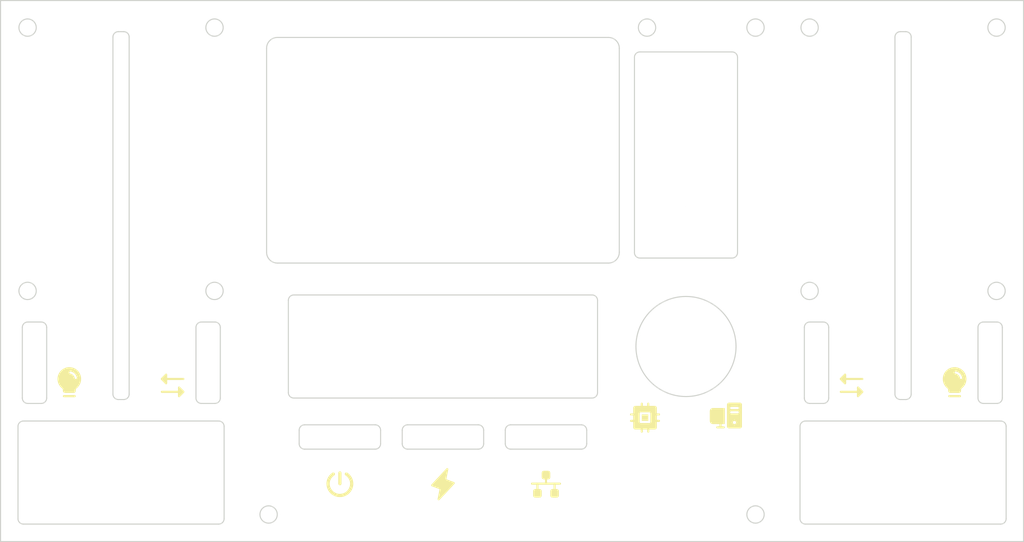
<source format=kicad_pcb>
(kicad_pcb
	(version 20241229)
	(generator "pcbnew")
	(generator_version "9.0")
	(general
		(thickness 1.6)
		(legacy_teardrops no)
	)
	(paper "A4")
	(layers
		(0 "F.Cu" signal)
		(2 "B.Cu" signal)
		(9 "F.Adhes" user "F.Adhesive")
		(11 "B.Adhes" user "B.Adhesive")
		(13 "F.Paste" user)
		(15 "B.Paste" user)
		(5 "F.SilkS" user "F.Silkscreen")
		(7 "B.SilkS" user "B.Silkscreen")
		(1 "F.Mask" user)
		(3 "B.Mask" user)
		(17 "Dwgs.User" user "User.Drawings")
		(19 "Cmts.User" user "User.Comments")
		(21 "Eco1.User" user "User.Eco1")
		(23 "Eco2.User" user "User.Eco2")
		(25 "Edge.Cuts" user)
		(27 "Margin" user)
		(31 "F.CrtYd" user "F.Courtyard")
		(29 "B.CrtYd" user "B.Courtyard")
		(35 "F.Fab" user)
		(33 "B.Fab" user)
		(39 "User.1" user)
		(41 "User.2" user)
		(43 "User.3" user)
		(45 "User.4" user)
	)
	(setup
		(stackup
			(layer "F.SilkS"
				(type "Top Silk Screen")
				(color "White")
			)
			(layer "F.Paste"
				(type "Top Solder Paste")
			)
			(layer "F.Mask"
				(type "Top Solder Mask")
				(color "Black")
				(thickness 0.01)
			)
			(layer "F.Cu"
				(type "copper")
				(thickness 0.035)
			)
			(layer "dielectric 1"
				(type "core")
				(thickness 1.51)
				(material "FR4")
				(epsilon_r 4.5)
				(loss_tangent 0.02)
			)
			(layer "B.Cu"
				(type "copper")
				(thickness 0.035)
			)
			(layer "B.Mask"
				(type "Bottom Solder Mask")
				(color "Black")
				(thickness 0.01)
			)
			(layer "B.Paste"
				(type "Bottom Solder Paste")
			)
			(layer "B.SilkS"
				(type "Bottom Silk Screen")
				(color "White")
			)
			(copper_finish "None")
			(dielectric_constraints no)
		)
		(pad_to_mask_clearance 0)
		(allow_soldermask_bridges_in_footprints no)
		(tenting front back)
		(pcbplotparams
			(layerselection 0x00000000_00000000_55555555_5755f5ff)
			(plot_on_all_layers_selection 0x00000000_00000000_00000000_00000000)
			(disableapertmacros no)
			(usegerberextensions no)
			(usegerberattributes yes)
			(usegerberadvancedattributes yes)
			(creategerberjobfile yes)
			(dashed_line_dash_ratio 12.000000)
			(dashed_line_gap_ratio 3.000000)
			(svgprecision 4)
			(plotframeref no)
			(mode 1)
			(useauxorigin no)
			(hpglpennumber 1)
			(hpglpenspeed 20)
			(hpglpendiameter 15.000000)
			(pdf_front_fp_property_popups yes)
			(pdf_back_fp_property_popups yes)
			(pdf_metadata yes)
			(pdf_single_document no)
			(dxfpolygonmode yes)
			(dxfimperialunits yes)
			(dxfusepcbnewfont yes)
			(psnegative no)
			(psa4output no)
			(plot_black_and_white yes)
			(sketchpadsonfab no)
			(plotpadnumbers no)
			(hidednponfab no)
			(sketchdnponfab yes)
			(crossoutdnponfab yes)
			(subtractmaskfromsilk no)
			(outputformat 1)
			(mirror no)
			(drillshape 1)
			(scaleselection 1)
			(outputdirectory "")
		)
	)
	(net 0 "")
	(gr_poly
		(pts
			(xy 219.00459 108.089208) (xy 219.018974 108.090472) (xy 219.033211 108.092774) (xy 219.047244 108.096102)
			(xy 219.061015 108.100445) (xy 219.074464 108.10579) (xy 219.087534 108.112127) (xy 219.100165 108.119443)
			(xy 219.112301 108.127727) (xy 219.123882 108.136967) (xy 219.134849 108.147152) (xy 219.928599 108.940902)
			(xy 219.935393 108.948034) (xy 219.941798 108.955461) (xy 219.947807 108.963167) (xy 219.953413 108.971135)
			(xy 219.958609 108.979349) (xy 219.963389 108.987794) (xy 219.967745 108.996452) (xy 219.971672 109.005307)
			(xy 219.975162 109.014343) (xy 219.978209 109.023544) (xy 219.980805 109.032894) (xy 219.982945 109.042375)
			(xy 219.984621 109.051973) (xy 219.985826 109.06167) (xy 219.986554 109.07145) (xy 219.986799 109.081297)
			(xy 219.986554 109.091144) (xy 219.985826 109.100924) (xy 219.984621 109.110621) (xy 219.982945 109.120218)
			(xy 219.980805 109.1297) (xy 219.978209 109.139049) (xy 219.975162 109.14825) (xy 219.971672 109.157287)
			(xy 219.967745 109.166142) (xy 219.963389 109.1748) (xy 219.958609 109.183244) (xy 219.953413 109.191459)
			(xy 219.947807 109.199427) (xy 219.941798 109.207132) (xy 219.935393 109.214559) (xy 219.928599 109.221691)
			(xy 219.134852 110.015439) (xy 219.123884 110.025624) (xy 219.112304 110.034865) (xy 219.100168 110.043149)
			(xy 219.087537 110.050465) (xy 219.074467 110.056802) (xy 219.061018 110.062147) (xy 219.047247 110.06649)
			(xy 219.033214 110.069818) (xy 219.018977 110.07212) (xy 219.004593 110.073385) (xy 218.990123 110.0736)
			(xy 218.975622 110.072754) (xy 218.961151 110.070835) (xy 218.946768 110.067833) (xy 218.932531 110.063734)
			(xy 218.918498 110.058528) (xy 218.904895 110.052284) (xy 218.891931 110.045112) (xy 218.879639 110.037063)
			(xy 218.868051 110.028184) (xy 218.857202 110.018527) (xy 218.847124 110.00814) (xy 218.837849 109.997074)
			(xy 218.829412 109.985377) (xy 218.821845 109.973099) (xy 218.815181 109.960289) (xy 218.809454 109.946998)
			(xy 218.804695 109.933274) (xy 218.80094 109.919168) (xy 218.798219 109.904728) (xy 218.796567 109.890004)
			(xy 218.796017 109.875047) (xy 218.796017 109.279734) (xy 215.819455 109.279734) (xy 215.812825 109.279624)
			(xy 215.806231 109.279294) (xy 215.799678 109.278749) (xy 215.79317 109.277989) (xy 215.786712 109.277018)
			(xy 215.780307 109.275839) (xy 215.773962 109.274454) (xy 215.767679 109.272865) (xy 215.761464 109.271076)
			(xy 215.755322 109.269088) (xy 215.749256 109.266905) (xy 215.743272 109.264529) (xy 215.737373 109.261963)
			(xy 215.731564 109.259209) (xy 215.725851 109.25627) (xy 215.720236 109.253149) (xy 215.714726 109.249847)
			(xy 215.709324 109.246369) (xy 215.704034 109.242715) (xy 215.698863 109.23889) (xy 215.693813 109.234895)
			(xy 215.688889 109.230733) (xy 215.684097 109.226408) (xy 215.67944 109.22192) (xy 215.674923 109.217274)
			(xy 215.67055 109.212471) (xy 215.666327 109.207514) (xy 215.662257 109.202406) (xy 215.658345 109.19715)
			(xy 215.654596 109.191748) (xy 215.651014 109.186202) (xy 215.647603 109.180515) (xy 215.641372 109.168844)
			(xy 215.635972 109.156879) (xy 215.631402 109.144665) (xy 215.627664 109.132242) (xy 215.624756 109.119652)
			(xy 215.622679 109.106936) (xy 215.621433 109.094137) (xy 215.621017 109.081297) (xy 215.621433 109.068456)
			(xy 215.622679 109.055657) (xy 215.624756 109.042942) (xy 215.627664 109.030352) (xy 215.631402 109.017928)
			(xy 215.635972 109.005714) (xy 215.641372 108.99375) (xy 215.647603 108.982078) (xy 215.654596 108.970846)
			(xy 215.662257 108.960187) (xy 215.67055 108.950123) (xy 215.67944 108.940673) (xy 215.688889 108.93186)
			(xy 215.698863 108.923704) (xy 215.709324 108.916225) (xy 215.720236 108.909445) (xy 215.731564 108.903384)
			(xy 215.743271 108.898064) (xy 215.755322 108.893505) (xy 215.767679 108.889728) (xy 215.780307 108.886754)
			(xy 215.79317 108.884604) (xy 215.806231 108.883299) (xy 215.819455 108.882859) (xy 218.796017 108.882859)
			(xy 218.796017 108.287547) (xy 218.796152 108.280042) (xy 218.796567 108.27259) (xy 218.797257 108.265196)
			(xy 218.798219 108.257866) (xy 218.799447 108.250608) (xy 218.800939 108.243427) (xy 218.802689 108.236329)
			(xy 218.804694 108.229321) (xy 218.80695 108.222408) (xy 218.809452 108.215597) (xy 218.812197 108.208895)
			(xy 218.81518 108.202306) (xy 218.818397 108.195838) (xy 218.821843 108.189497) (xy 218.825516 108.183289)
			(xy 218.82941 108.177219) (xy 218.833522 108.171295) (xy 218.837847 108.165522) (xy 218.842382 108.159907)
			(xy 218.847122 108.154455) (xy 218.852062 108.149174) (xy 218.8572 108.144069) (xy 218.86253 108.139146)
			(xy 218.868049 108.134411) (xy 218.873753 108.129872) (xy 218.879636 108.125533) (xy 218.885696 108.121401)
			(xy 218.891928 108.117483) (xy 218.898329 108.113784) (xy 218.904892 108.110311) (xy 218.911616 108.10707)
			(xy 218.918495 108.104067) (xy 218.932528 108.098861) (xy 218.946765 108.094762) (xy 218.961148 108.091759)
			(xy 218.975619 108.08984) (xy 218.990119 108.088994)
		)
		(stroke
			(width 0)
			(type solid)
		)
		(fill yes)
		(layer "F.SilkS")
		(uuid "00b877d8-4344-4a89-b1d7-61cc3c92fb5f")
	)
	(gr_poly
		(pts
			(xy 93.502036 108.089332) (xy 93.51642 108.090596) (xy 93.530657 108.092898) (xy 93.54469 108.096226)
			(xy 93.558461 108.100569) (xy 93.57191 108.105914) (xy 93.58498 108.112251) (xy 93.597611 108.119567)
			(xy 93.609747 108.127851) (xy 93.621328 108.137091) (xy 93.632295 108.147276) (xy 94.426045 108.941026)
			(xy 94.432839 108.948158) (xy 94.439244 108.955585) (xy 94.445253 108.963291) (xy 94.450859 108.971259)
			(xy 94.456055 108.979473) (xy 94.460835 108.987918) (xy 94.465191 108.996576) (xy 94.469118 109.005431)
			(xy 94.472608 109.014467) (xy 94.475655 109.023668) (xy 94.478251 109.033018) (xy 94.480391 109.042499)
			(xy 94.482067 109.052097) (xy 94.483272 109.061794) (xy 94.484 109.071574) (xy 94.484245 109.081421)
			(xy 94.484 109.091268) (xy 94.483272 109.101048) (xy 94.482067 109.110745) (xy 94.480391 109.120342)
			(xy 94.478251 109.129824) (xy 94.475655 109.139173) (xy 94.472608 109.148374) (xy 94.469118 109.157411)
			(xy 94.465191 109.166266) (xy 94.460835 109.174924) (xy 94.456055 109.183368) (xy 94.450859 109.191583)
			(xy 94.445253 109.199551) (xy 94.439244 109.207256) (xy 94.432839 109.214683) (xy 94.426045 109.221815)
			(xy 93.632298 110.015563) (xy 93.62133 110.025748) (xy 93.60975 110.034989) (xy 93.597614 110.043273)
			(xy 93.584983 110.050589) (xy 93.571913 110.056926) (xy 93.558464 110.062271) (xy 93.544693 110.066614)
			(xy 93.53066 110.069942) (xy 93.516423 110.072244) (xy 93.502039 110.073509) (xy 93.487569 110.073724)
			(xy 93.473068 110.072878) (xy 93.458597 110.070959) (xy 93.444214 110.067957) (xy 93.429977 110.063858)
			(xy 93.415944 110.058652) (xy 93.402341 110.052408) (xy 93.389377 110.045236) (xy 93.377085 110.037187)
			(xy 93.365497 110.028308) (xy 93.354648 110.018651) (xy 93.34457 110.008264) (xy 93.335295 109.997198)
			(xy 93.326858 109.985501) (xy 93.319291 109.973223) (xy 93.312627 109.960413) (xy 93.3069 109.947122)
			(xy 93.302141 109.933398) (xy 93.298386 109.919292) (xy 93.295665 109.904852) (xy 93.294013 109.890128)
			(xy 93.293463 109.875171) (xy 93.293463 109.279858) (xy 90.316901 109.279858) (xy 90.310271 109.279748)
			(xy 90.303677 109.279418) (xy 90.297124 109.278873) (xy 90.290616 109.278113) (xy 90.284158 109.277142)
			(xy 90.277753 109.275963) (xy 90.271408 109.274578) (xy 90.265125 109.272989) (xy 90.25891 109.2712)
			(xy 90.252768 109.269212) (xy 90.246702 109.267029) (xy 90.240718 109.264653) (xy 90.234819 109.262087)
			(xy 90.22901 109.259333) (xy 90.223297 109.256394) (xy 90.217682 109.253273) (xy 90.212172 109.249971)
			(xy 90.20677 109.246493) (xy 90.20148 109.242839) (xy 90.196309 109.239014) (xy 90.191259 109.235019)
			(xy 90.186335 109.230857) (xy 90.181543 109.226532) (xy 90.176886 109.222044) (xy 90.172369 109.217398)
			(xy 90.167996 109.212595) (xy 90.163773 109.207638) (xy 90.159703 109.20253) (xy 90.155791 109.197274)
			(xy 90.152042 109.191872) (xy 90.14846 109.186326) (xy 90.145049 109.180639) (xy 90.138818 109.168968)
			(xy 90.133418 109.157003) (xy 90.128848 109.144789) (xy 90.12511 109.132366) (xy 90.122202 109.119776)
			(xy 90.120125 109.10706) (xy 90.118879 109.094261) (xy 90.118463 109.081421) (xy 90.118879 109.06858)
			(xy 90.120125 109.055781) (xy 90.122202 109.043066) (xy 90.12511 109.030476) (xy 90.128848 109.018052)
			(xy 90.133418 109.005838) (xy 90.138818 108.993874) (xy 90.145049 108.982202) (xy 90.152042 108.97097)
			(xy 90.159703 108.960311) (xy 90.167996 108.950247) (xy 90.176886 108.940797) (xy 90.186335 108.931984)
			(xy 90.196309 108.923828) (xy 90.20677 108.916349) (xy 90.217682 108.909569) (xy 90.22901 108.903508)
			(xy 90.240717 108.898188) (xy 90.252768 108.893629) (xy 90.265125 108.889852) (xy 90.277753 108.886878)
			(xy 90.290616 108.884728) (xy 90.303677 108.883423) (xy 90.316901 108.882983) (xy 93.293463 108.882983)
			(xy 93.293463 108.287671) (xy 93.293598 108.280166) (xy 93.294013 108.272714) (xy 93.294703 108.26532)
			(xy 93.295665 108.25799) (xy 93.296893 108.250732) (xy 93.298385 108.243551) (xy 93.300135 108.236453)
			(xy 93.30214 108.229445) (xy 93.304396 108.222532) (xy 93.306898 108.215721) (xy 93.309643 108.209019)
			(xy 93.312626 108.20243) (xy 93.315843 108.195962) (xy 93.319289 108.189621) (xy 93.322962 108.183413)
			(xy 93.326856 108.177343) (xy 93.330968 108.171419) (xy 93.335293 108.165646) (xy 93.339828 108.160031)
			(xy 93.344568 108.154579) (xy 93.349508 108.149298) (xy 93.354646 108.144193) (xy 93.359976 108.13927)
			(xy 93.365495 108.134535) (xy 93.371199 108.129996) (xy 93.377082 108.125657) (xy 93.383142 108.121525)
			(xy 93.389374 108.117607) (xy 93.395775 108.113908) (xy 93.402338 108.110435) (xy 93.409062 108.107194)
			(xy 93.415941 108.104191) (xy 93.429974 108.098985) (xy 93.444211 108.094886) (xy 93.458594 108.091883)
			(xy 93.473065 108.089964) (xy 93.487565 108.089118)
		)
		(stroke
			(width 0)
			(type solid)
		)
		(fill yes)
		(layer "F.SilkS")
		(uuid "070f70f4-61d2-4ba6-8e50-dc20138f0241")
	)
	(gr_poly
		(pts
			(xy 236.911233 104.517468) (xy 237.020584 104.523088) (xy 237.129109 104.534134) (xy 237.236619 104.550533)
			(xy 237.342924 104.572209) (xy 237.447837 104.59909) (xy 237.551168 104.631101) (xy 237.652728 104.668167)
			(xy 237.75233 104.710214) (xy 237.849784 104.757169) (xy 237.944901 104.808956) (xy 238.037493 104.865502)
			(xy 238.127371 104.926732) (xy 238.214346 104.992573) (xy 238.298229 105.062949) (xy 238.378833 105.137787)
			(xy 238.455568 105.216587) (xy 238.527921 105.298771) (xy 238.595813 105.384155) (xy 238.659165 105.47255)
			(xy 238.717899 105.56377) (xy 238.771935 105.657628) (xy 238.821196 105.753936) (xy 238.865602 105.852509)
			(xy 238.905075 105.953159) (xy 238.939536 106.055698) (xy 238.968906 106.159941) (xy 238.993107 106.265701)
			(xy 239.012059 106.372789) (xy 239.025685 106.48102) (xy 239.033906 106.590207) (xy 239.036642 106.700162)
			(xy 239.03336 106.82538) (xy 239.02295 106.949466) (xy 239.005543 107.072151) (xy 238.981271 107.193165)
			(xy 238.950265 107.312239) (xy 238.912656 107.429103) (xy 238.868575 107.543487) (xy 238.818152 107.655123)
			(xy 238.761519 107.76374) (xy 238.698807 107.869069) (xy 238.630147 107.97084) (xy 238.555669 108.068784)
			(xy 238.475506 108.162632) (xy 238.389788 108.252112) (xy 238.298645 108.336957) (xy 238.20221 108.416896)
			(xy 238.184171 108.431568) (xy 238.167106 108.44716) (xy 238.151041 108.463622) (xy 238.136001 108.480905)
			(xy 238.12201 108.498959) (xy 238.109093 108.517733) (xy 238.097275 108.537179) (xy 238.08658 108.557245)
			(xy 238.077034 108.577883) (xy 238.068662 108.599042) (xy 238.061487 108.620672) (xy 238.055535 108.642723)
			(xy 238.050831 108.665147) (xy 238.0474 108.687892) (xy 238.045266 108.710908) (xy 238.044455 108.734147)
			(xy 238.044455 108.882975) (xy 238.043967 108.902655) (xy 238.042513 108.922201) (xy 238.040105 108.941581)
			(xy 238.036759 108.960763) (xy 238.032485 108.979713) (xy 238.0273 108.9984) (xy 238.021215 109.01679)
			(xy 238.014244 109.034852) (xy 238.006402 109.052553) (xy 237.9977 109.069859) (xy 237.988153 109.08674)
			(xy 237.977775 109.103161) (xy 237.966578 109.119091) (xy 237.954577 109.134497) (xy 237.941784 109.149347)
			(xy 237.928213 109.163608) (xy 237.913952 109.177179) (xy 237.899102 109.189972) (xy 237.883696 109.201973)
			(xy 237.867766 109.21317) (xy 237.851345 109.223548) (xy 237.834464 109.233095) (xy 237.817158 109.241797)
			(xy 237.799457 109.249639) (xy 237.781395 109.25661) (xy 237.763005 109.262695) (xy 237.744318 109.26788)
			(xy 237.725368 109.272153) (xy 237.706186 109.2755) (xy 237.686806 109.277908) (xy 237.66726 109.279362)
			(xy 237.64758 109.27985) (xy 236.06008 109.27985) (xy 236.0404 109.279362) (xy 236.020854 109.277908)
			(xy 236.001473 109.2755) (xy 235.982292 109.272153) (xy 235.963341 109.26788) (xy 235.944655 109.262695)
			(xy 235.926264 109.25661) (xy 235.908202 109.249639) (xy 235.890502 109.241797) (xy 235.873195 109.233095)
			(xy 235.856315 109.223548) (xy 235.839893 109.21317) (xy 235.823963 109.201973) (xy 235.808557 109.189972)
			(xy 235.793708 109.177179) (xy 235.779447 109.163608) (xy 235.765876 109.149347) (xy 235.753083 109.134497)
			(xy 235.741081 109.119091) (xy 235.729885 109.103161) (xy 235.719506 109.08674) (xy 235.709959 109.069859)
			(xy 235.701258 109.052553) (xy 235.693415 109.034852) (xy 235.686445 109.01679) (xy 235.68036 108.9984)
			(xy 235.675174 108.979713) (xy 235.670901 108.960763) (xy 235.667554 108.941581) (xy 235.665147 108.922201)
			(xy 235.663693 108.902655) (xy 235.663205 108.882975) (xy 235.663205 108.734147) (xy 235.662527 108.711186)
			(xy 235.660538 108.688438) (xy 235.657263 108.665953) (xy 235.652724 108.643779) (xy 235.646948 108.621968)
			(xy 235.639959 108.600568) (xy 235.63178 108.579629) (xy 235.622436 108.559201) (xy 235.611953 108.539333)
			(xy 235.600353 108.520076) (xy 235.587662 108.50148) (xy 235.573905 108.483592) (xy 235.559105 108.466465)
			(xy 235.543287 108.450147) (xy 235.526475 108.434687) (xy 235.508694 108.420137) (xy 235.412487 108.340676)
			(xy 235.321518 108.256337) (xy 235.235918 108.167386) (xy 235.155817 108.07409) (xy 235.081347 107.976714)
			(xy 235.012636 107.875523) (xy 234.949816 107.770784) (xy 234.893017 107.662763) (xy 234.842369 107.551724)
			(xy 234.798003 107.437935) (xy 234.760048 107.321661) (xy 234.728636 107.203167) (xy 234.703897 107.08272)
			(xy 234.68596 106.960585) (xy 234.674957 106.837029) (xy 234.671018 106.712316) (xy 234.673209 106.602088)
			(xy 234.680901 106.493157) (xy 234.69396 106.385663) (xy 234.712252 106.279743) (xy 234.73564 106.175537)
			(xy 234.76399 106.073184) (xy 234.797168 105.972823) (xy 234.835039 105.874592) (xy 234.877467 105.778631)
			(xy 234.924318 105.685079) (xy 234.975458 105.594073) (xy 235.024965 105.514996) (xy 236.853869 105.514996)
			(xy 236.854644 105.527897) (xy 236.856265 105.540771) (xy 236.858741 105.553577) (xy 236.862078 105.566274)
			(xy 236.866283 105.578822) (xy 236.871312 105.591062) (xy 236.877096 105.602848) (xy 236.883602 105.614153)
			(xy 236.890799 105.62495) (xy 236.898653 105.635213) (xy 236.907133 105.644915) (xy 236.916207 105.65403)
			(xy 236.925842 105.662531) (xy 236.936007 105.670392) (xy 236.946669 105.677585) (xy 236.957796 105.684085)
			(xy 236.969355 105.689864) (xy 236.981315 105.694897) (xy 236.993644 105.699155) (xy 237.006308 105.702614)
			(xy 237.019277 105.705246) (xy 237.057621 105.712547) (xy 237.09556 105.721445) (xy 237.133054 105.731903)
			(xy 237.170065 105.743879) (xy 237.206553 105.757335) (xy 237.242477 105.772231) (xy 237.312476 105.806182)
			(xy 237.379746 105.845417) (xy 237.443969 105.889617) (xy 237.504827 105.938467) (xy 237.562004 105.991648)
			(xy 237.61518 106.048843) (xy 237.664039 106.109735) (xy 237.708263 106.174007) (xy 237.747535 106.241342)
			(xy 237.781537 106.311422) (xy 237.796462 106.347392) (xy 237.809951 106.38393) (xy 237.821963 106.420996)
			(xy 237.83246 106.45855) (xy 237.8414 106.496552) (xy 237.848746 106.534963) (xy 237.850459 106.543833)
			(xy 237.852552 106.552545) (xy 237.855016 106.561091) (xy 237.85784 106.569462) (xy 237.861015 106.57765)
			(xy 237.864532 106.585648) (xy 237.868382 106.593447) (xy 237.872553 106.60104) (xy 237.877037 106.608417)
			(xy 237.881825 106.615572) (xy 237.886906 106.622495) (xy 237.892272 106.629179) (xy 237.897911 106.635616)
			(xy 237.903816 106.641798) (xy 237.909976 106.647716) (xy 237.916381 106.653362) (xy 237.923023 106.658729)
			(xy 237.929891 106.663808) (xy 237.936976 106.668591) (xy 237.944268 106.67307) (xy 237.951758 106.677237)
			(xy 237.959437 106.681084) (xy 237.967293 106.684603) (xy 237.975319 106.687785) (xy 237.983504 106.690623)
			(xy 237.991839 106.693108) (xy 238.000313 106.695233) (xy 238.008919 106.696989) (xy 238.017645 106.698367)
			(xy 238.026483 106.699361) (xy 238.035423 106.699962) (xy 238.044455 106.700162) (xy 238.048659 106.700098)
			(xy 238.05286 106.699954) (xy 238.057057 106.699731) (xy 238.061249 106.699429) (xy 238.065435 106.699048)
			(xy 238.069613 106.698589) (xy 238.073782 106.698051) (xy 238.077941 106.697434) (xy 238.087962 106.695461)
			(xy 238.097765 106.693011) (xy 238.10734 106.690096) (xy 238.116677 106.686732) (xy 238.125767 106.682934)
			(xy 238.134597 106.678714) (xy 238.14316 106.674089) (xy 238.151444 106.669071) (xy 238.159439 106.663676)
			(xy 238.167134 106.657918) (xy 238.174521 106.651812) (xy 238.181588 106.645371) (xy 238.188326 106.63861)
			(xy 238.194724 106.631543) (xy 238.200772 106.624186) (xy 238.206459 106.616551) (xy 238.211777 106.608654)
			(xy 238.216713 106.600509) (xy 238.221259 106.592131) (xy 238.225404 106.583533) (xy 238.229138 106.57473)
			(xy 238.232451 106.565736) (xy 238.235332 106.556567) (xy 238.237771 106.547236) (xy 238.239759 106.537757)
			(xy 238.241284 106.528145) (xy 238.242338 106.518415) (xy 238.242908 106.50858) (xy 238.242986 106.498656)
			(xy 238.242562 106.488656) (xy 238.241624 106.478595) (xy 238.240163 106.468487) (xy 238.240164 106.468487)
			(xy 238.229249 106.413682) (xy 238.216294 106.359668) (xy 238.201339 106.306488) (xy 238.184426 106.254181)
			(xy 238.144895 106.152359) (xy 238.098033 106.054535) (xy 238.044173 105.961042) (xy 237.98365 105.872213)
			(xy 237.916796 105.788383) (xy 237.843945 105.709884) (xy 237.765431 105.63705) (xy 237.681586 105.570215)
			(xy 237.592745 105.50971) (xy 237.49924 105.455871) (xy 237.401406 105.409029) (xy 237.299575 105.36952)
			(xy 237.247265 105.352618) (xy 237.194081 105.337675) (xy 237.140065 105.324731) (xy 237.085258 105.313828)
			(xy 237.072143 105.312064) (xy 237.059044 105.31118) (xy 237.046001 105.311162) (xy 237.033052 105.311995)
			(xy 237.020237 105.313666) (xy 237.007594 105.316159) (xy 236.995163 105.319459) (xy 236.982983 105.323553)
			(xy 236.971094 105.328426) (xy 236.959533 105.334063) (xy 236.948341 105.340449) (xy 236.937556 105.34757)
			(xy 236.927218 105.355412) (xy 236.917365 105.363959) (xy 236.908037 105.373197) (xy 236.899274 105.383113)
			(xy 236.891188 105.393588) (xy 236.883873 105.40449) (xy 236.877336 105.415777) (xy 236.871583 105.427408)
			(xy 236.866622 105.439341) (xy 236.86246 105.451537) (xy 236.859103 105.463952) (xy 236.856558 105.476547)
			(xy 236.854833 105.48928) (xy 236.853934 105.50211) (xy 236.853869 105.514996) (xy 235.024965 105.514996)
			(xy 235.030751 105.505754) (xy 235.090063 105.420259) (xy 235.153259 105.337729) (xy 235.220204 105.258301)
			(xy 235.290763 105.182116) (xy 235.364801 105.10931) (xy 235.442184 105.040025) (xy 235.522777 104.974397)
			(xy 235.606445 104.912567) (xy 235.693053 104.854673) (xy 235.782467 104.800854) (xy 235.874551 104.751249)
			(xy 235.969171 104.705997) (xy 236.066192 104.665237) (xy 236.165479 104.629107) (xy 236.266898 104.597747)
			(xy 236.370313 104.571295) (xy 236.47559 104.549891) (xy 236.582594 104.533673) (xy 236.69119 104.522779)
			(xy 236.801244 104.51735)
		)
		(stroke
			(width 0)
			(type solid)
		)
		(fill yes)
		(layer "F.SilkS")
		(uuid "0f06a8d4-b93b-4393-bec0-c7ba330ae3ad")
	)
	(gr_poly
		(pts
			(xy 180.237792 111.074408) (xy 180.250591 111.075655) (xy 180.263306 111.077732) (xy 180.275896 111.080639)
			(xy 180.28832 111.084378) (xy 180.300534 111.088947) (xy 180.312498 111.094348) (xy 180.32417 111.100579)
			(xy 180.329856 111.103989) (xy 180.335402 111.107571) (xy 180.340805 111.11132) (xy 180.346061 111.115232)
			(xy 180.351169 111.119302) (xy 180.356125 111.123526) (xy 180.360928 111.127898) (xy 180.365575 111.132415)
			(xy 180.370062 111.137072) (xy 180.374388 111.141865) (xy 180.37855 111.146788) (xy 180.382545 111.151838)
			(xy 180.38637 111.15701) (xy 180.390023 111.162299) (xy 180.393502 111.167701) (xy 180.396803 111.173212)
			(xy 180.399925 111.178826) (xy 180.402864 111.18454) (xy 180.405618 111.190348) (xy 180.408184 111.196247)
			(xy 180.41056 111.202231) (xy 180.412743 111.208297) (xy 180.414731 111.21444) (xy 180.41652 111.220655)
			(xy 180.418108 111.226937) (xy 180.419494 111.233283) (xy 180.420673 111.239687) (xy 180.421644 111.246145)
			(xy 180.422403 111.252654) (xy 180.422949 111.259207) (xy 180.423279 111.265801) (xy 180.423389 111.27243)
			(xy 180.423389 111.669305) (xy 181.415576 111.669305) (xy 181.435256 111.669793) (xy 181.454802 111.671248)
			(xy 181.474183 111.673655) (xy 181.493364 111.677002) (xy 181.512315 111.681275) (xy 181.531001 111.68646)
			(xy 181.549392 111.692545) (xy 181.567454 111.699516) (xy 181.585154 111.707358) (xy 181.602461 111.71606)
			(xy 181.619341 111.725607) (xy 181.635763 111.735985) (xy 181.651693 111.747182) (xy 181.667099 111.759184)
			(xy 181.681948 111.771977) (xy 181.696209 111.785547) (xy 181.70978 111.799808) (xy 181.722573 111.814658)
			(xy 181.734575 111.830064) (xy 181.745771 111.845994) (xy 181.75615 111.862415) (xy 181.765697 111.879296)
			(xy 181.774398 111.896602) (xy 181.782241 111.914303) (xy 181.789211 111.932365) (xy 181.795296 111.950755)
			(xy 181.800482 111.969442) (xy 181.804755 111.988392) (xy 181.808102 112.007574) (xy 181.810509 112.026954)
			(xy 181.811964 112.046501) (xy 181.812451 112.06618) (xy 181.812451 113.058368) (xy 182.209326 113.058368)
			(xy 182.22255 113.058808) (xy 182.235611 113.060113) (xy 182.248474 113.062263) (xy 182.261102 113.065237)
			(xy 182.273459 113.069014) (xy 182.28551 113.073573) (xy 182.297217 113.078893) (xy 182.308545 113.084953)
			(xy 182.319458 113.091734) (xy 182.329919 113.099212) (xy 182.339892 113.107369) (xy 182.349342 113.116182)
			(xy 182.358231 113.125631) (xy 182.366525 113.135696) (xy 182.374186 113.146355) (xy 182.381178 113.157587)
			(xy 182.387409 113.169259) (xy 182.392809 113.181223) (xy 182.397379 113.193437) (xy 182.401117 113.20586)
			(xy 182.404025 113.21845) (xy 182.406102 113.231166) (xy 182.407348 113.243965) (xy 182.407764 113.256805)
			(xy 182.407348 113.269646) (xy 182.406102 113.282445) (xy 182.404025 113.29516) (xy 182.401117 113.30775)
			(xy 182.397379 113.320174) (xy 182.392809 113.332388) (xy 182.387409 113.344352) (xy 182.381178 113.356024)
			(xy 182.377768 113.361711) (xy 182.374186 113.367256) (xy 182.370436 113.372659) (xy 182.366525 113.377915)
			(xy 182.362455 113.383023) (xy 182.358231 113.387979) (xy 182.353859 113.392782) (xy 182.349342 113.397429)
			(xy 182.344685 113.401916) (xy 182.339892 113.406242) (xy 182.334969 113.410404) (xy 182.329919 113.414398)
			(xy 182.324747 113.418224) (xy 182.319458 113.421877) (xy 182.314056 113.425356) (xy 182.308545 113.428657)
			(xy 182.302931 113.431779) (xy 182.297217 113.434718) (xy 182.291409 113.437472) (xy 182.28551 113.440038)
			(xy 182.279525 113.442414) (xy 182.273459 113.444597) (xy 182.267317 113.446584) (xy 182.261102 113.448374)
			(xy 182.25482 113.449962) (xy 182.248474 113.451348) (xy 182.24207 113.452527) (xy 182.235611 113.453498)
			(xy 182.229103 113.454257) (xy 182.22255 113.454803) (xy 182.215956 113.455132) (xy 182.209326 113.455243)
			(xy 181.812451 113.455243) (xy 181.812451 114.248993) (xy 182.209326 114.248993) (xy 182.219166 114.249237)
			(xy 182.228939 114.249964) (xy 182.23863 114.251168) (xy 182.24822 114.252841) (xy 182.257696 114.254977)
			(xy 182.267039 114.25757) (xy 182.276234 114.260613) (xy 182.285265 114.264098) (xy 182.294115 114.268019)
			(xy 182.302769 114.27237) (xy 182.311209 114.277143) (xy 182.31942 114.282333) (xy 182.327385 114.287931)
			(xy 182.335088 114.293932) (xy 182.342512 114.300328) (xy 182.349643 114.307114) (xy 182.356428 114.314244)
			(xy 182.362825 114.321669) (xy 182.368825 114.329372) (xy 182.374424 114.337337) (xy 182.379613 114.345548)
			(xy 182.384386 114.353988) (xy 182.388737 114.362641) (xy 182.392659 114.371491) (xy 182.396144 114.380522)
			(xy 182.399186 114.389718) (xy 182.401779 114.399061) (xy 182.403916 114.408536) (xy 182.405589 114.418127)
			(xy 182.406793 114.427817) (xy 182.40752 114.43759) (xy 182.407764 114.44743) (xy 182.40752 114.45727)
			(xy 182.406793 114.467043) (xy 182.405589 114.476734) (xy 182.403916 114.486324) (xy 182.401779 114.4958)
			(xy 182.399186 114.505143) (xy 182.396144 114.514338) (xy 182.392659 114.523369) (xy 182.388737 114.53222)
			(xy 182.384386 114.540873) (xy 182.379613 114.549313) (xy 182.374424 114.557524) (xy 182.368825 114.565489)
			(xy 182.362825 114.573192) (xy 182.356428 114.580617) (xy 182.349643 114.587747) (xy 182.342512 114.594532)
			(xy 182.335088 114.600929) (xy 182.327385 114.60693) (xy 182.31942 114.612528) (xy 182.311209 114.617717)
			(xy 182.302769 114.622491) (xy 182.294115 114.626841) (xy 182.285265 114.630763) (xy 182.276234 114.634248)
			(xy 182.267039 114.63729) (xy 182.257696 114.639883) (xy 182.24822 114.64202) (xy 182.23863 114.643693)
			(xy 182.228939 114.644897) (xy 182.219166 114.645624) (xy 182.209326 114.645868) (xy 181.812451 114.645868)
			(xy 181.812451 115.638055) (xy 181.811964 115.657735) (xy 181.810509 115.677281) (xy 181.808102 115.696662)
			(xy 181.804755 115.715843) (xy 181.800482 115.734794) (xy 181.795296 115.75348) (xy 181.789211 115.771871)
			(xy 181.782241 115.789933) (xy 181.774398 115.807633) (xy 181.765697 115.82494) (xy 181.75615 115.84182)
			(xy 181.745771 115.858242) (xy 181.734575 115.874172) (xy 181.722573 115.889578) (xy 181.70978 115.904427)
			(xy 181.696209 115.918688) (xy 181.681948 115.932259) (xy 181.667099 115.945052) (xy 181.651693 115.957054)
			(xy 181.635763 115.96825) (xy 181.619341 115.978629) (xy 181.602461 115.988176) (xy 181.585154 115.996877)
			(xy 181.567454 116.00472) (xy 181.549392 116.01169) (xy 181.531001 116.017775) (xy 181.512315 116.022961)
			(xy 181.493364 116.027234) (xy 181.474183 116.030581) (xy 181.454802 116.032988) (xy 181.435256 116.034443)
			(xy 181.415576 116.03493) (xy 180.423389 116.03493) (xy 180.423389 116.431805) (xy 180.422949 116.445029)
			(xy 180.421644 116.45809) (xy 180.419494 116.470953) (xy 180.41652 116.483581) (xy 180.412743 116.495938)
			(xy 180.408184 116.507989) (xy 180.402864 116.519696) (xy 180.396803 116.531024) (xy 180.390023 116.541937)
			(xy 180.382545 116.552398) (xy 180.374388 116.562371) (xy 180.365575 116.571821) (xy 180.356125 116.58071)
			(xy 180.346061 116.589004) (xy 180.335402 116.596665) (xy 180.32417 116.603657) (xy 180.312498 116.609888)
			(xy 180.300534 116.615288) (xy 180.28832 116.619858) (xy 180.275896 116.623596) (xy 180.263306 116.626504)
			(xy 180.250591 116.628581) (xy 180.237792 116.629827) (xy 180.224951 116.630243) (xy 180.212111 116.629827)
			(xy 180.199312 116.628581) (xy 180.186596 116.626504) (xy 180.174006 116.623596) (xy 180.161583 116.619858)
			(xy 180.149369 116.615288) (xy 180.137405 116.609888) (xy 180.125733 116.603657) (xy 180.120046 116.600247)
			(xy 180.114501 116.596665) (xy 180.109098 116.592915) (xy 180.103842 116.589004) (xy 180.098734 116.584934)
			(xy 180.093777 116.58071) (xy 180.088974 116.576338) (xy 180.084328 116.571821) (xy 180.07984 116.567164)
			(xy 180.075515 116.562371) (xy 180.071353 116.557448) (xy 180.067358 116.552398) (xy 180.063533 116.547226)
			(xy 180.05988 116.541937) (xy 180.056401 116.536535) (xy 180.053099 116.531024) (xy 180.049978 116.52541)
			(xy 180.047039 116.519696) (xy 180.044285 116.513888) (xy 180.041719 116.507989) (xy 180.039343 116.502004)
			(xy 180.03716 116.495938) (xy 180.035172 116.489796) (xy 180.033383 116.483581) (xy 180.031794 116.477299)
			(xy 180.030409 116.470953) (xy 180.02923 116.464549) (xy 180.028259 116.45809) (xy 180.027499 116.451582)
			(xy 180.026954 116.445029) (xy 180.026624 116.438435) (xy 180.026514 116.431805) (xy 180.026514 116.03493)
			(xy 179.232764 116.03493) (xy 179.232764 116.431805) (xy 179.232324 116.445029) (xy 179.231019 116.45809)
			(xy 179.228869 116.470953) (xy 179.225895 116.483581) (xy 179.222118 116.495938) (xy 179.217559 116.507989)
			(xy 179.212239 116.519696) (xy 179.206178 116.531024) (xy 179.199398 116.541937) (xy 179.191919 116.552398)
			(xy 179.183763 116.562371) (xy 179.17495 116.571821) (xy 179.1655 116.58071) (xy 179.155436 116.589004)
			(xy 179.144777 116.596665) (xy 179.133545 116.603657) (xy 179.121873 116.609888) (xy 179.109909 116.615288)
			(xy 179.097695 116.619858) (xy 179.085271 116.623596) (xy 179.072681 116.626504) (xy 179.059966 116.628581)
			(xy 179.047167 116.629827) (xy 179.034326 116.630243) (xy 179.021486 116.629827) (xy 179.008687 116.628581)
			(xy 178.995971 116.626504) (xy 178.983381 116.623596) (xy 178.970958 116.619858) (xy 178.958744 116.615288)
			(xy 178.94678 116.609888) (xy 178.935108 116.603657) (xy 178.929421 116.600247) (xy 178.923876 116.596665)
			(xy 178.918473 116.592915) (xy 178.913217 116.589004) (xy 178.908109 116.584934) (xy 178.903152 116.58071)
			(xy 178.898349 116.576338) (xy 178.893703 116.571821) (xy 178.889216 116.567164) (xy 178.88489 116.562371)
			(xy 178.880728 116.557448) (xy 178.876733 116.552398) (xy 178.872908 116.547226) (xy 178.869255 116.541937)
			(xy 178.865776 116.536535) (xy 178.862474 116.531024) (xy 178.859353 116.52541) (xy 178.856414 116.519696)
			(xy 178.85366 116.513888) (xy 178.851094 116.507989) (xy 178.848718 116.502004) (xy 178.846535 116.495938)
			(xy 178.844547 116.489796) (xy 178.842758 116.483581) (xy 178.841169 116.477299) (xy 178.839784 116.470953)
			(xy 178.838605 116.464549) (xy 178.837634 116.45809) (xy 178.836874 116.451582) (xy 178.836329 116.445029)
			(xy 178.835999 116.438435) (xy 178.835889 116.431805) (xy 178.835889 116.03493) (xy 177.843701 116.03493)
			(xy 177.824022 116.034443) (xy 177.804475 116.032988) (xy 177.785095 116.030581) (xy 177.765913 116.027234)
			(xy 177.746963 116.022961) (xy 177.728276 116.017775) (xy 177.709886 116.01169) (xy 177.691824 116.00472)
			(xy 177.674123 115.996877) (xy 177.656817 115.988176) (xy 177.639936 115.978629) (xy 177.623515 115.96825)
			(xy 177.607585 115.957054) (xy 177.592179 115.945052) (xy 177.577329 115.932259) (xy 177.563068 115.918688)
			(xy 177.549498 115.904427) (xy 177.536705 115.889578) (xy 177.524703 115.874172) (xy 177.513506 115.858242)
			(xy 177.503128 115.84182) (xy 177.493581 115.82494) (xy 177.484879 115.807633) (xy 177.477037 115.789933)
			(xy 177.470066 115.771871) (xy 177.463981 115.75348) (xy 177.458796 115.734794) (xy 177.454523 115.715843)
			(xy 177.451176 115.696662) (xy 177.448769 115.677281) (xy 177.447314 115.657735) (xy 177.446826 115.638055)
			(xy 177.446826 114.645868) (xy 177.049951 114.645868) (xy 177.036728 114.645428) (xy 177.023667 114.644123)
			(xy 177.010804 114.641973) (xy 176.998176 114.638999) (xy 176.985818 114.635222) (xy 176.973768 114.630663)
			(xy 176.962061 114.625343) (xy 176.950733 114.619282) (xy 176.93982 114.612502) (xy 176.929359 114.605024)
			(xy 176.919386 114.596867) (xy 176.909936 114.588054) (xy 176.901047 114.578604) (xy 176.892753 114.56854)
			(xy 176.885092 114.557881) (xy 176.8781 114.546649) (xy 176.871869 114.534977) (xy 176.866468 114.523013)
			(xy 176.861899 114.510799) (xy 176.85816 114.498375) (xy 176.855253 114.485785) (xy 176.853176 114.47307)
			(xy 176.851929 114.460271) (xy 176.851514 114.44743) (xy 176.851929 114.43459) (xy 176.853176 114.421791)
			(xy 176.855253 114.409075) (xy 176.85816 114.396485) (xy 176.861899 114.384062) (xy 176.866468 114.371848)
			(xy 176.871869 114.359884) (xy 176.8781 114.348212) (xy 176.88151 114.342525) (xy 176.885092 114.33698)
			(xy 176.888841 114.331577) (xy 176.892753 114.326321) (xy 176.896823 114.321213) (xy 176.901047 114.316256)
			(xy 176.905419 114.311453) (xy 176.909936 114.306807) (xy 176.914593 114.302319) (xy 176.919386 114.297994)
			(xy 176.924309 114.293832) (xy 176.929359 114.289837) (xy 176.934531 114.286012) (xy 176.93982 114.282359)
			(xy 176.945222 114.27888) (xy 176.950733 114.275578) (xy 176.956347 114.272457) (xy 176.962061 114.269518)
			(xy 176.967869 114.266764) (xy 176.973768 114.264198) (xy 176.979753 114.261822) (xy 176.985818 114.259639)
			(xy 176.991961 114.257651) (xy 176.998176 114.255862) (xy 177.004458 114.254273) (xy 177.010804 114.252888)
			(xy 177.017208 114.251709) (xy 177.023667 114.250738) (xy 177.030175 114.249978) (xy 177.036728 114.249433)
			(xy 177.043322 114.249103) (xy 177.049951 114.248993) (xy 177.446826 114.248993) (xy 177.446826 113.455243)
			(xy 177.049951 113.455243) (xy 177.036728 113.454803) (xy 177.023667 113.453498) (xy 177.010804 113.451348)
			(xy 176.998176 113.448374) (xy 176.985818 113.444597) (xy 176.973768 113.440038) (xy 176.962061 113.434718)
			(xy 176.950733 113.428657) (xy 176.93982 113.421877) (xy 176.929359 113.414398) (xy 176.919386 113.406242)
			(xy 176.909936 113.397429) (xy 176.901047 113.387979) (xy 176.892753 113.377915) (xy 176.885092 113.367256)
			(xy 176.8781 113.356024) (xy 176.871869 113.344352) (xy 176.866468 113.332388) (xy 176.861899 113.320174)
			(xy 176.85816 113.30775) (xy 176.855253 113.29516) (xy 176.853176 113.282445) (xy 176.851929 113.269646)
			(xy 176.851514 113.256805) (xy 176.851929 113.243965) (xy 176.853176 113.231166) (xy 176.855253 113.21845)
			(xy 176.85816 113.20586) (xy 176.861899 113.193437) (xy 176.866468 113.181223) (xy 176.871869 113.169259)
			(xy 176.8781 113.157587) (xy 176.88151 113.1519) (xy 176.885092 113.146355) (xy 176.888841 113.140952)
			(xy 176.892753 113.135696) (xy 176.896823 113.130588) (xy 176.901047 113.125631) (xy 176.905419 113.120828)
			(xy 176.909936 113.116182) (xy 176.914593 113.111695) (xy 176.919386 113.107369) (xy 176.924309 113.103207)
			(xy 176.929359 113.099212) (xy 176.934531 113.095387) (xy 176.93982 113.091734) (xy 176.945222 113.088255)
			(xy 176.950733 113.084953) (xy 176.956347 113.081832) (xy 176.962061 113.078893) (xy 176.967869 113.076139)
			(xy 176.973768 113.073573) (xy 176.979753 113.071197) (xy 176.985818 113.069014) (xy 176.991961 113.067026)
			(xy 176.998176 113.065237) (xy 177.004458 113.063648) (xy 177.010804 113.062263) (xy 177.017208 113.061084)
			(xy 177.023667 113.060113) (xy 177.030175 113.059353) (xy 177.036728 113.058808) (xy 177.043322 113.058478)
			(xy 177.049951 113.058368) (xy 177.446826 113.058368) (xy 178.637451 113.058368) (xy 178.637451 114.645868)
			(xy 178.637695 114.655708) (xy 178.638422 114.665481) (xy 178.639626 114.675171) (xy 178.6413 114.684762)
			(xy 178.643436 114.694237) (xy 178.646029 114.703581) (xy 178.649071 114.712776) (xy 178.652557 114.721807)
			(xy 178.656478 114.730657) (xy 178.660829 114.73931) (xy 178.665602 114.74775) (xy 178.670791 114.755961)
			(xy 178.67639 114.763926) (xy 178.68239 114.771629) (xy 178.688787 114.779054) (xy 178.695572 114.786185)
			(xy 178.702703 114.79297) (xy 178.710128 114.799366) (xy 178.717831 114.805367) (xy 178.725796 114.810966)
			(xy 178.734006 114.816155) (xy 178.742447 114.820928) (xy 178.7511 114.825279) (xy 178.75995 114.8292)
			(xy 178.768981 114.832685) (xy 178.778176 114.835728) (xy 178.78752 114.838321) (xy 178.796995 114.840457)
			(xy 178.806586 114.842131) (xy 178.816276 114.843334) (xy 178.826049 114.844061) (xy 178.835889 114.844305)
			(xy 180.423389 114.844305) (xy 180.433229 114.844061) (xy 180.443002 114.843334) (xy 180.452692 114.842131)
			(xy 180.462283 114.840457) (xy 180.471758 114.838321) (xy 180.481102 114.835728) (xy 180.490297 114.832685)
			(xy 180.499328 114.8292) (xy 180.508178 114.825279) (xy 180.516831 114.820928) (xy 180.525271 114.816155)
			(xy 180.533482 114.810966) (xy 180.541447 114.805367) (xy 180.54915 114.799366) (xy 180.556575 114.79297)
			(xy 180.563706 114.786185) (xy 180.570491 114.779054) (xy 180.576887 114.771629) (xy 180.582888 114.763926)
			(xy 180.588487 114.755961) (xy 180.593676 114.74775) (xy 180.598449 114.73931) (xy 180.6028 114.730657)
			(xy 180.606721 114.721807) (xy 180.610206 114.712776) (xy 180.613249 114.703581) (xy 180.615842 114.694237)
			(xy 180.617978 114.684762) (xy 180.619652 114.675171) (xy 180.620855 114.665481) (xy 180.621582 114.655708)
			(xy 180.621826 114.645868) (xy 180.621826 113.058368) (xy 180.621582 113.048528) (xy 180.620855 113.038755)
			(xy 180.619652 113.029065) (xy 180.617978 113.019474) (xy 180.615842 113.009999) (xy 180.613249 113.000655)
			(xy 180.610206 112.99146) (xy 180.606721 112.982429) (xy 180.6028 112.973579) (xy 180.598449 112.964926)
			(xy 180.593676 112.956485) (xy 180.588487 112.948275) (xy 180.582888 112.94031) (xy 180.576887 112.932607)
			(xy 180.570491 112.925182) (xy 180.563706 112.918051) (xy 180.556575 112.911266) (xy 180.54915 112.904869)
			(xy 180.541447 112.898869) (xy 180.533482 112.89327) (xy 180.525271 112.888081) (xy 180.516831 112.883308)
			(xy 180.508178 112.878957) (xy 180.499328 112.875036) (xy 180.490297 112.87155) (xy 180.481102 112.868508)
			(xy 180.471758 112.865915) (xy 180.462283 112.863779) (xy 180.452692 112.862105) (xy 180.443002 112.860901)
			(xy 180.433229 112.860174) (xy 180.423389 112.85993) (xy 178.835889 112.85993) (xy 178.826049 112.860174)
			(xy 178.816276 112.860901) (xy 178.806586 112.862105) (xy 178.796995 112.863779) (xy 178.78752 112.865915)
			(xy 178.778176 112.868508) (xy 178.768981 112.87155) (xy 178.75995 112.875036) (xy 178.7511 112.878957)
			(xy 178.742447 112.883308) (xy 178.734006 112.888081) (xy 178.725796 112.89327) (xy 178.717831 112.898869)
			(xy 178.710128 112.904869) (xy 178.702703 112.911266) (xy 178.695572 112.918051) (xy 178.688787 112.925182)
			(xy 178.68239 112.932607) (xy 178.67639 112.94031) (xy 178.670791 112.948275) (xy 178.665602 112.956485)
			(xy 178.660829 112.964926) (xy 178.656478 112.973579) (xy 178.652557 112.982429) (xy 178.649071 112.99146)
			(xy 178.646029 113.000655) (xy 178.643436 113.009999) (xy 178.6413 113.019474) (xy 178.639626 113.029065)
			(xy 178.638422 113.038755) (xy 178.637695 113.048528) (xy 178.637451 113.058368) (xy 177.446826 113.058368)
			(xy 177.446826 112.06618) (xy 177.447314 112.046501) (xy 177.448769 112.026954) (xy 177.451176 112.007574)
			(xy 177.454523 111.988392) (xy 177.458796 111.969442) (xy 177.463981 111.950755) (xy 177.470066 111.932365)
			(xy 177.477037 111.914303) (xy 177.484879 111.896603) (xy 177.493581 111.879296) (xy 177.503128 111.862416)
			(xy 177.513506 111.845994) (xy 177.524703 111.830064) (xy 177.536705 111.814658) (xy 177.549498 111.799808)
			(xy 177.563068 111.785547) (xy 177.577329 111.771977) (xy 177.592179 111.759184) (xy 177.607585 111.747182)
			(xy 177.623515 111.735985) (xy 177.639936 111.725607) (xy 177.656817 111.71606) (xy 177.674123 111.707358)
			(xy 177.691824 111.699516) (xy 177.709886 111.692545) (xy 177.728276 111.68646) (xy 177.746963 111.681275)
			(xy 177.765913 111.677002) (xy 177.785095 111.673655) (xy 177.804475 111.671248) (xy 177.824022 111.669793)
			(xy 177.843701 111.669305) (xy 178.835889 111.669305) (xy 178.835889 111.27243) (xy 178.836329 111.259207)
			(xy 178.837634 111.246146) (xy 178.839784 111.233283) (xy 178.842758 111.220655) (xy 178.846535 111.208297)
			(xy 178.851094 111.196247) (xy 178.856414 111.18454) (xy 178.862474 111.173212) (xy 178.869255 111.162299)
			(xy 178.876733 111.151838) (xy 178.88489 111.141865) (xy 178.893703 111.132415) (xy 178.903152 111.123526)
			(xy 178.913217 111.115232) (xy 178.923876 111.107571) (xy 178.935108 111.100579) (xy 178.94678 111.094348)
			(xy 178.958744 111.088947) (xy 178.970958 111.084378) (xy 178.983381 111.080639) (xy 178.995971 111.077732)
			(xy 179.008687 111.075655) (xy 179.021486 111.074408) (xy 179.034326 111.073993) (xy 179.047167 111.074408)
			(xy 179.059966 111.075655) (xy 179.072681 111.077732) (xy 179.085271 111.080639) (xy 179.097695 111.084378)
			(xy 179.109909 111.088947) (xy 179.121873 111.094348) (xy 179.133545 111.100579) (xy 179.139232 111.103989)
			(xy 179.144777 111.107571) (xy 179.15018 111.11132) (xy 179.155436 111.115232) (xy 179.160544 111.119302)
			(xy 179.1655 111.123526) (xy 179.170303 111.127898) (xy 179.17495 111.132415) (xy 179.179437 111.137072)
			(xy 179.183763 111.141865) (xy 179.187925 111.146788) (xy 179.191919 111.151838) (xy 179.195745 111.15701)
			(xy 179.199398 111.162299) (xy 179.202877 111.167701) (xy 179.206178 111.173212) (xy 179.2093 111.178826)
			(xy 179.212239 111.18454) (xy 179.214993 111.190348) (xy 179.217559 111.196247) (xy 179.219935 111.202231)
			(xy 179.222118 111.208297) (xy 179.224105 111.21444) (xy 179.225895 111.220655) (xy 179.227483 111.226937)
			(xy 179.228869 111.233283) (xy 179.230048 111.239687) (xy 179.231019 111.246145) (xy 179.231778 111.252654)
			(xy 179.232324 111.259207) (xy 179.232653 111.265801) (xy 179.232764 111.27243) (xy 179.232764 111.669305)
			(xy 180.026514 111.669305) (xy 180.026514 111.27243) (xy 180.026954 111.259207) (xy 180.028259 111.246146)
			(xy 180.030409 111.233283) (xy 180.033383 111.220655) (xy 180.03716 111.208297) (xy 180.041719 111.196247)
			(xy 180.047039 111.18454) (xy 180.053099 111.173212) (xy 180.05988 111.162299) (xy 180.067358 111.151838)
			(xy 180.075515 111.141865) (xy 180.084328 111.132415) (xy 180.093777 111.123526) (xy 180.103842 111.115232)
			(xy 180.114501 111.107571) (xy 180.125733 111.100579) (xy 180.137405 111.094348) (xy 180.149369 111.088947)
			(xy 180.161583 111.084378) (xy 180.174006 111.080639) (xy 180.186596 111.077732) (xy 180.199312 111.075655)
			(xy 180.212111 111.074408) (xy 180.224951 111.073993)
		)
		(stroke
			(width 0)
			(type solid)
		)
		(fill yes)
		(layer "F.SilkS")
		(uuid "1c6d29b4-69f8-4b4b-847f-c805e485cbee")
	)
	(gr_poly
		(pts
			(xy 161.743051 123.672028) (xy 161.762597 123.673482) (xy 161.781977 123.67589) (xy 161.801159 123.679237)
			(xy 161.820109 123.68351) (xy 161.838796 123.688695) (xy 161.857186 123.69478) (xy 161.875248 123.701751)
			(xy 161.892949 123.709593) (xy 161.910255 123.718295) (xy 161.927136 123.727842) (xy 161.943557 123.73822)
			(xy 161.959487 123.749417) (xy 161.974893 123.761419) (xy 161.989743 123.774212) (xy 162.004004 123.787782)
			(xy 162.017574 123.802043) (xy 162.030367 123.816893) (xy 162.042369 123.832299) (xy 162.053566 123.848229)
			(xy 162.063944 123.86465) (xy 162.073491 123.881531) (xy 162.082193 123.898837) (xy 162.090035 123.916538)
			(xy 162.097006 123.9346) (xy 162.103091 123.95299) (xy 162.108276 123.971677) (xy 162.11255 123.990627)
			(xy 162.115896 124.009809) (xy 162.118304 124.029189) (xy 162.119758 124.048736) (xy 162.120246 124.068415)
			(xy 162.120246 124.862165) (xy 162.119758 124.881845) (xy 162.118304 124.901392) (xy 162.115896 124.920772)
			(xy 162.11255 124.939954) (xy 162.108276 124.958904) (xy 162.103091 124.977591) (xy 162.097006 124.995981)
			(xy 162.090035 125.014043) (xy 162.082193 125.031743) (xy 162.073491 125.04905) (xy 162.063944 125.06593)
			(xy 162.053566 125.082352) (xy 162.042369 125.098282) (xy 162.030367 125.113688) (xy 162.017574 125.128538)
			(xy 162.004004 125.142798) (xy 161.989743 125.156369) (xy 161.974893 125.169162) (xy 161.959487 125.181164)
			(xy 161.943557 125.192361) (xy 161.927136 125.202739) (xy 161.910255 125.212286) (xy 161.892949 125.220987)
			(xy 161.875248 125.22883) (xy 161.857186 125.235801) (xy 161.838796 125.241885) (xy 161.820109 125.247071)
			(xy 161.801159 125.251344) (xy 161.781977 125.254691) (xy 161.762597 125.257098) (xy 161.743051 125.258553)
			(xy 161.723371 125.25904) (xy 161.524933 125.25904) (xy 161.524933 125.854353) (xy 163.906183 125.854353)
			(xy 163.916023 125.854597) (xy 163.925796 125.855324) (xy 163.935487 125.856528) (xy 163.945077 125.858201)
			(xy 163.954553 125.860338) (xy 163.963896 125.86293) (xy 163.973091 125.865973) (xy 163.982122 125.869458)
			(xy 163.990972 125.873379) (xy 163.999626 125.87773) (xy 164.008066 125.882504) (xy 164.016277 125.887693)
			(xy 164.024242 125.893291) (xy 164.031945 125.899292) (xy 164.039369 125.905689) (xy 164.0465 125.912474)
			(xy 164.053285 125.919604) (xy 164.059682 125.927029) (xy 164.065682 125.934732) (xy 164.071281 125.942697)
			(xy 164.07647 125.950908) (xy 164.081243 125.959348) (xy 164.085594 125.968001) (xy 164.089516 125.976852)
			(xy 164.093001 125.985883) (xy 164.096043 125.995078) (xy 164.098636 126.004421) (xy 164.100773 126.013896)
			(xy 164.102446 126.023487) (xy 164.10365 126.033177) (xy 164.104377 126.04295) (xy 164.104621 126.05279)
			(xy 164.104377 126.06263) (xy 164.10365 126.072403) (xy 164.102446 126.082094) (xy 164.100773 126.091684)
			(xy 164.098636 126.10116) (xy 164.096043 126.110503) (xy 164.093001 126.119698) (xy 164.089516 126.128729)
			(xy 164.085594 126.137579) (xy 164.081243 126.146233) (xy 164.07647 126.154673) (xy 164.071281 126.162884)
			(xy 164.065682 126.170849) (xy 164.059682 126.178552) (xy 164.053285 126.185977) (xy 164.0465 126.193107)
			(xy 164.039369 126.199892) (xy 164.031945 126.206289) (xy 164.024242 126.21229) (xy 164.016277 126.217888)
			(xy 164.008066 126.223077) (xy 163.999626 126.227851) (xy 163.990972 126.232201) (xy 163.982122 126.236123)
			(xy 163.973091 126.239608) (xy 163.963896 126.24265) (xy 163.954553 126.245243) (xy 163.945077 126.24738)
			(xy 163.935487 126.249053) (xy 163.925796 126.250257) (xy 163.916023 126.250984) (xy 163.906183 126.251228)
			(xy 163.112433 126.251228) (xy 163.112433 127.044978) (xy 163.310871 127.044978) (xy 163.330551 127.045466)
			(xy 163.350097 127.04692) (xy 163.369477 127.049327) (xy 163.388659 127.052674) (xy 163.407609 127.056947)
			(xy 163.426296 127.062133) (xy 163.444687 127.068218) (xy 163.462748 127.075188) (xy 163.480449 127.083031)
			(xy 163.497755 127.091732) (xy 163.514636 127.101279) (xy 163.531057 127.111658) (xy 163.546987 127.122854)
			(xy 163.562393 127.134856) (xy 163.577243 127.147649) (xy 163.591504 127.16122) (xy 163.605075 127.17548)
			(xy 163.617868 127.19033) (xy 163.629869 127.205736) (xy 163.641066 127.221666) (xy 163.651444 127.238088)
			(xy 163.660991 127.254968) (xy 163.669693 127.272275) (xy 163.677535 127.289975) (xy 163.684506 127.308037)
			(xy 163.690591 127.326428) (xy 163.695776 127.345114) (xy 163.700049 127.364065) (xy 163.703396 127.383246)
			(xy 163.705804 127.402627) (xy 163.707258 127.422173) (xy 163.707746 127.441853) (xy 163.707746 128.235603)
			(xy 163.707258 128.255283) (xy 163.705804 128.274829) (xy 163.703396 128.294209) (xy 163.700049 128.313391)
			(xy 163.695776 128.332341) (xy 163.690591 128.351028) (xy 163.684506 128.369418) (xy 163.677535 128.38748)
			(xy 163.669693 128.405181) (xy 163.660991 128.422487) (xy 163.651444 128.439368) (xy 163.641066 128.455789)
			(xy 163.629869 128.471719) (xy 163.617868 128.487125) (xy 163.605075 128.501975) (xy 163.591504 128.516236)
			(xy 163.577243 128.529807) (xy 163.562393 128.5426) (xy 163.546987 128.554601) (xy 163.531057 128.565798)
			(xy 163.514636 128.576176) (xy 163.497755 128.585723) (xy 163.480449 128.594425) (xy 163.462748 128.602267)
			(xy 163.444687 128.609238) (xy 163.426296 128.615323) (xy 163.407609 128.620508) (xy 163.388659 128.624781)
			(xy 163.369477 128.628128) (xy 163.350097 128.630536) (xy 163.330551 128.63199) (xy 163.310871 128.632478)
			(xy 162.517121 128.632478) (xy 162.497441 128.63199) (xy 162.477895 128.630536) (xy 162.458514 128.628128)
			(xy 162.439333 128.624781) (xy 162.420382 128.620508) (xy 162.401696 128.615323) (xy 162.383305 128.609238)
			(xy 162.365243 128.602267) (xy 162.347543 128.594425) (xy 162.330236 128.585723) (xy 162.313356 128.576176)
			(xy 162.296934 128.565798) (xy 162.281004 128.554601) (xy 162.265598 128.5426) (xy 162.250748 128.529807)
			(xy 162.236488 128.516236) (xy 162.222917 128.501975) (xy 162.210124 128.487125) (xy 162.198122 128.471719)
			(xy 162.186926 128.455789) (xy 162.176547 128.439368) (xy 162.167 128.422487) (xy 162.158299 128.405181)
			(xy 162.150456 128.38748) (xy 162.143486 128.369418) (xy 162.137401 128.351028) (xy 162.132215 128.332341)
			(xy 162.127942 128.313391) (xy 162.124595 128.294209) (xy 162.122188 128.274829) (xy 162.120734 128.255283)
			(xy 162.120246 128.235603) (xy 162.120246 127.441853) (xy 162.120734 127.422173) (xy 162.122188 127.402627)
			(xy 162.124595 127.383246) (xy 162.127942 127.364065) (xy 162.132215 127.345114) (xy 162.137401 127.326428)
			(xy 162.143486 127.308037) (xy 162.150456 127.289975) (xy 162.158299 127.272275) (xy 162.167 127.254968)
			(xy 162.176547 127.238088) (xy 162.186926 127.221666) (xy 162.198122 127.205736) (xy 162.210124 127.19033)
			(xy 162.222917 127.17548) (xy 162.236488 127.16122) (xy 162.250748 127.147649) (xy 162.265598 127.134856)
			(xy 162.281004 127.122854) (xy 162.296934 127.111658) (xy 162.313356 127.101279) (xy 162.330236 127.091732)
			(xy 162.347543 127.083031) (xy 162.365243 127.075188) (xy 162.383305 127.068218) (xy 162.401696 127.062133)
			(xy 162.420382 127.056947) (xy 162.439333 127.052674) (xy 162.458514 127.049327) (xy 162.477895 127.04692)
			(xy 162.497441 127.045466) (xy 162.517121 127.044978) (xy 162.715558 127.044978) (xy 162.715558 126.251228)
			(xy 159.937433 126.251228) (xy 159.937433 127.044978) (xy 160.135871 127.044978) (xy 160.155551 127.045466)
			(xy 160.175097 127.04692) (xy 160.194477 127.049327) (xy 160.213659 127.052674) (xy 160.232609 127.056947)
			(xy 160.251296 127.062133) (xy 160.269687 127.068218) (xy 160.287748 127.075188) (xy 160.305449 127.083031)
			(xy 160.322756 127.091732) (xy 160.339636 127.101279) (xy 160.356057 127.111658) (xy 160.371987 127.122854)
			(xy 160.387394 127.134856) (xy 160.402243 127.147649) (xy 160.416504 127.16122) (xy 160.430075 127.17548)
			(xy 160.442868 127.19033) (xy 160.454869 127.205736) (xy 160.466066 127.221666) (xy 160.476445 127.238088)
			(xy 160.485991 127.254968) (xy 160.494693 127.272275) (xy 160.502535 127.289975) (xy 160.509506 127.308037)
			(xy 160.515591 127.326428) (xy 160.520776 127.345114) (xy 160.525049 127.364065) (xy 160.528396 127.383246)
			(xy 160.530804 127.402627) (xy 160.532258 127.422173) (xy 160.532746 127.441853) (xy 160.532746 128.235603)
			(xy 160.532258 128.255283) (xy 160.530804 128.274829) (xy 160.528396 128.294209) (xy 160.525049 128.313391)
			(xy 160.520776 128.332341) (xy 160.515591 128.351028) (xy 160.509506 128.369418) (xy 160.502535 128.38748)
			(xy 160.494693 128.405181) (xy 160.485991 128.422487) (xy 160.476445 128.439368) (xy 160.466066 128.455789)
			(xy 160.454869 128.471719) (xy 160.442868 128.487125) (xy 160.430075 128.501975) (xy 160.416504 128.516236)
			(xy 160.402243 128.529807) (xy 160.387394 128.5426) (xy 160.371987 128.554601) (xy 160.356057 128.565798)
			(xy 160.339636 128.576176) (xy 160.322756 128.585723) (xy 160.305449 128.594425) (xy 160.287748 128.602267)
			(xy 160.269687 128.609238) (xy 160.251296 128.615323) (xy 160.232609 128.620508) (xy 160.213659 128.624781)
			(xy 160.194477 128.628128) (xy 160.175097 128.630536) (xy 160.155551 128.63199) (xy 160.135871 128.632478)
			(xy 159.342121 128.632478) (xy 159.322441 128.63199) (xy 159.302895 128.630536) (xy 159.283514 128.628128)
			(xy 159.264333 128.624781) (xy 159.245382 128.620508) (xy 159.226696 128.615323) (xy 159.208305 128.609238)
			(xy 159.190243 128.602267) (xy 159.172543 128.594425) (xy 159.155236 128.585723) (xy 159.138356 128.576176)
			(xy 159.121934 128.565798) (xy 159.106004 128.554601) (xy 159.090598 128.5426) (xy 159.075749 128.529807)
			(xy 159.061488 128.516236) (xy 159.047917 128.501975) (xy 159.035124 128.487125) (xy 159.023122 128.471719)
			(xy 159.011926 128.455789) (xy 159.001547 128.439368) (xy 158.992 128.422487) (xy 158.983299 128.405181)
			(xy 158.975456 128.38748) (xy 158.968486 128.369418) (xy 158.962401 128.351028) (xy 158.957215 128.332341)
			(xy 158.952942 128.313391) (xy 158.949595 128.294209) (xy 158.947188 128.274829) (xy 158.945734 128.255283)
			(xy 158.945246 128.235603) (xy 158.945246 127.441853) (xy 158.945734 127.422173) (xy 158.947188 127.402627)
			(xy 158.949595 127.383246) (xy 158.952942 127.364065) (xy 158.957215 127.345114) (xy 158.962401 127.326428)
			(xy 158.968486 127.308037) (xy 158.975456 127.289975) (xy 158.983299 127.272275) (xy 158.992 127.254968)
			(xy 159.001547 127.238088) (xy 159.011926 127.221666) (xy 159.023122 127.205736) (xy 159.035124 127.19033)
			(xy 159.047917 127.17548) (xy 159.061488 127.16122) (xy 159.075749 127.147649) (xy 159.090598 127.134856)
			(xy 159.106004 127.122854) (xy 159.121934 127.111658) (xy 159.138356 127.101279) (xy 159.155236 127.091732)
			(xy 159.172543 127.083031) (xy 159.190243 127.075188) (xy 159.208305 127.068218) (xy 159.226696 127.062133)
			(xy 159.245382 127.056947) (xy 159.264333 127.052674) (xy 159.283514 127.049327) (xy 159.302895 127.04692)
			(xy 159.322441 127.045466) (xy 159.342121 127.044978) (xy 159.540558 127.044978) (xy 159.540558 126.251228)
			(xy 158.746808 126.251228) (xy 158.733585 126.250788) (xy 158.720524 126.249483) (xy 158.707661 126.247333)
			(xy 158.695033 126.244359) (xy 158.682675 126.240582) (xy 158.670625 126.236023) (xy 158.658918 126.230703)
			(xy 158.64759 126.224642) (xy 158.636677 126.217862) (xy 158.626216 126.210383) (xy 158.616243 126.202227)
			(xy 158.606793 126.193414) (xy 158.597904 126.183964) (xy 158.58961 126.1739) (xy 158.581949 126.163241)
			(xy 158.574957 126.152009) (xy 158.568726 126.140337) (xy 158.563325 126.128373) (xy 158.558756 126.116159)
			(xy 158.555017 126.103735) (xy 158.55211 126.091145) (xy 158.550033 126.07843) (xy 158.548786 126.065631)
			(xy 158.548371 126.05279) (xy 158.548786 126.03995) (xy 158.550033 126.027151) (xy 158.55211 126.014435)
			(xy 158.555017 126.001845) (xy 158.558756 125.989422) (xy 158.563325 125.977208) (xy 158.568726 125.965244)
			(xy 158.574957 125.953572) (xy 158.578367 125.947885) (xy 158.581949 125.94234) (xy 158.585698 125.936937)
			(xy 158.58961 125.931681) (xy 158.59368 125.926573) (xy 158.597904 125.921616) (xy 158.602276 125.916813)
			(xy 158.606793 125.912167) (xy 158.61145 125.90768) (xy 158.616243 125.903354) (xy 158.621166 125.899192)
			(xy 158.626216 125.895197) (xy 158.631388 125.891372) (xy 158.636677 125.887719) (xy 158.642079 125.88424)
			(xy 158.64759 125.880938) (xy 158.653204 125.877817) (xy 158.658918 125.874878) (xy 158.664726 125.872124)
			(xy 158.670625 125.869558) (xy 158.67661 125.867182) (xy 158.682675 125.864999) (xy 158.688818 125.863011)
			(xy 158.695033 125.861222) (xy 158.701315 125.859633) (xy 158.707661 125.858248) (xy 158.714065 125.857069)
			(xy 158.720524 125.856098) (xy 158.727032 125.855338) (xy 158.733585 125.854793) (xy 158.740179 125.854463)
			(xy 158.746808 125.854353) (xy 161.128058 125.854353) (xy 161.128058 125.25904) (xy 160.929621 125.25904)
			(xy 160.909941 125.258553) (xy 160.890395 125.257098) (xy 160.871014 125.254691) (xy 160.851833 125.251344)
			(xy 160.832882 125.247071) (xy 160.814196 125.241885) (xy 160.795805 125.235801) (xy 160.777743 125.22883)
			(xy 160.760043 125.220987) (xy 160.742736 125.212286) (xy 160.725856 125.202739) (xy 160.709434 125.192361)
			(xy 160.693504 125.181164) (xy 160.678098 125.169162) (xy 160.663249 125.156369) (xy 160.648988 125.142798)
			(xy 160.635417 125.128538) (xy 160.622624 125.113688) (xy 160.610622 125.098282) (xy 160.599426 125.082352)
			(xy 160.589047 125.06593) (xy 160.5795 125.04905) (xy 160.570799 125.031743) (xy 160.562956 125.014043)
			(xy 160.555986 124.995981) (xy 160.549901 124.977591) (xy 160.544715 124.958904) (xy 160.540442 124.939954)
			(xy 160.537095 124.920772) (xy 160.534688 124.901392) (xy 160.533234 124.881845) (xy 160.532746 124.862165)
			(xy 160.532746 124.068415) (xy 160.533234 124.048736) (xy 160.534688 124.029189) (xy 160.537095 124.009809)
			(xy 160.540442 123.990627) (xy 160.544715 123.971677) (xy 160.549901 123.95299) (xy 160.555986 123.9346)
			(xy 160.562956 123.916538) (xy 160.570799 123.898838) (xy 160.5795 123.881531) (xy 160.589047 123.864651)
			(xy 160.599426 123.848229) (xy 160.610622 123.832299) (xy 160.622624 123.816893) (xy 160.635417 123.802043)
			(xy 160.648988 123.787782) (xy 160.663249 123.774212) (xy 160.678098 123.761419) (xy 160.693504 123.749417)
			(xy 160.709434 123.73822) (xy 160.725856 123.727842) (xy 160.742736 123.718295) (xy 160.760043 123.709593)
			(xy 160.777743 123.701751) (xy 160.795805 123.69478) (xy 160.814196 123.688695) (xy 160.832882 123.68351)
			(xy 160.851833 123.679237) (xy 160.871014 123.67589) (xy 160.890395 123.673482) (xy 160.909941 123.672028)
			(xy 160.929621 123.67154) (xy 161.723371 123.67154)
		)
		(stroke
			(width 0)
			(type solid)
		)
		(fill yes)
		(layer "F.SilkS")
		(uuid "1fb3a280-d9c0-4ecd-84cc-d30e8dc23f59")
	)
	(gr_poly
		(pts
			(xy 216.632041 105.70859) (xy 216.646512 105.710509) (xy 216.660895 105.713512) (xy 216.675132 105.717611)
			(xy 216.689165 105.722817) (xy 216.696044 105.72582) (xy 216.702767 105.729061) (xy 216.709331 105.732535)
			(xy 216.715731 105.736233) (xy 216.721963 105.740152) (xy 216.728023 105.744283) (xy 216.733907 105.748622)
			(xy 216.739611 105.753161) (xy 216.74513 105.757896) (xy 216.75046 105.762819) (xy 216.755597 105.767924)
			(xy 216.760538 105.773206) (xy 216.765278 105.778657) (xy 216.769812 105.784272) (xy 216.774138 105.790045)
			(xy 216.778249 105.795969) (xy 216.782144 105.802039) (xy 216.785816 105.808247) (xy 216.789263 105.814588)
			(xy 216.79248 105.821056) (xy 216.795463 105.827645) (xy 216.798207 105.834347) (xy 216.800709 105.841158)
			(xy 216.802965 105.848071) (xy 216.80497 105.855079) (xy 216.806721 105.862177) (xy 216.808212 105.869358)
			(xy 216.809441 105.876616) (xy 216.810402 105.883946) (xy 216.811092 105.89134) (xy 216.811507 105.898792)
			(xy 216.811642 105.906297) (xy 216.811642 106.501609) (xy 219.788205 106.501609) (xy 219.801428 106.502049)
			(xy 219.81449 106.503355) (xy 219.827352 106.505505) (xy 219.839981 106.508478) (xy 219.852338 106.512255)
			(xy 219.864388 106.516814) (xy 219.876095 106.522134) (xy 219.887423 106.528195) (xy 219.898336 106.534975)
			(xy 219.908797 106.542454) (xy 219.91877 106.55061) (xy 219.92822 106.559423) (xy 219.937109 106.568873)
			(xy 219.945403 106.578937) (xy 219.953064 106.589596) (xy 219.960057 106.600828) (xy 219.966288 106.6125)
			(xy 219.971688 106.624464) (xy 219.976257 106.636679) (xy 219.979996 106.649102) (xy 219.982904 106.661692)
			(xy 219.984981 106.674407) (xy 219.986227 106.687206) (xy 219.986642 106.700047) (xy 219.986227 106.712887)
			(xy 219.984981 106.725686) (xy 219.982904 106.738402) (xy 219.979996 106.750992) (xy 219.976257 106.763415)
			(xy 219.971688 106.77563) (xy 219.966288 106.787594) (xy 219.960057 106.799266) (xy 219.956646 106.804952)
			(xy 219.953064 106.810498) (xy 219.949315 106.8159) (xy 219.945403 106.821156) (xy 219.941333 106.826264)
			(xy 219.937109 106.831221) (xy 219.932737 106.836024) (xy 219.92822 106.84067) (xy 219.923563 106.845158)
			(xy 219.91877 106.849484) (xy 219.913847 106.853645) (xy 219.908797 106.85764) (xy 219.903625 106.861465)
			(xy 219.898336 106.865119) (xy 219.892934 106.868597) (xy 219.887423 106.871899) (xy 219.881809 106.87502)
			(xy 219.876095 106.877959) (xy 219.870287 106.880713) (xy 219.864388 106.88328) (xy 219.858404 106.885656)
			(xy 219.852338 106.887839) (xy 219.846195 106.889826) (xy 219.839981 106.891615) (xy 219.833698 106.893204)
			(xy 219.827352 106.894589) (xy 219.820948 106.895769) (xy 219.81449 106.896739) (xy 219.807981 106.897499)
			(xy 219.801428 106.898045) (xy 219.794834 106.898374) (xy 219.788205 106.898484) (xy 216.811642 106.898484)
			(xy 216.811642 107.493797) (xy 216.811092 107.508755) (xy 216.80944 107.523478) (xy 216.80672 107.537918)
			(xy 216.802964 107.552025) (xy 216.798206 107.565748) (xy 216.792479 107.579039) (xy 216.785815 107.591849)
			(xy 216.778248 107.604127) (xy 216.76981 107.615824) (xy 216.760536 107.62689) (xy 216.750458 107.637277)
			(xy 216.739608 107.646934) (xy 216.728021 107.655813) (xy 216.715729 107.663862) (xy 216.702765 107.671034)
			(xy 216.689162 107.677278) (xy 216.675129 107.682484) (xy 216.660892 107.686583) (xy 216.646509 107.689586)
			(xy 216.632038 107.691504) (xy 216.617537 107.69235) (xy 216.603067 107.692135) (xy 216.588683 107.690871)
			(xy 216.574446 107.688569) (xy 216.560412 107.68524) (xy 216.546642 107.680898) (xy 216.533193 107.675552)
			(xy 216.520123 107.669215) (xy 216.507492 107.661899) (xy 216.495356 107.653615) (xy 216.483775 107.644374)
			(xy 216.472808 107.634189) (xy 215.67906 106.840441) (xy 215.672266 106.83331) (xy 215.665861 106.825883)
			(xy 215.659853 106.818177) (xy 215.654247 106.810209) (xy 215.649051 106.801994) (xy 215.644271 106.79355)
			(xy 215.639914 106.784892) (xy 215.635988 106.776037) (xy 215.632498 106.767) (xy 215.629451 106.757799)
			(xy 215.626855 106.74845) (xy 215.624715 106.738968) (xy 215.623039 106.729371) (xy 215.621834 106.719674)
			(xy 215.621106 106.709894) (xy 215.620861 106.700047) (xy 215.621106 106.6902) (xy 215.621834 106.68042)
			(xy 215.623039 106.670723) (xy 215.624715 106.661125) (xy 215.626855 106.651644) (xy 215.629451 106.642294)
			(xy 215.632498 106.633093) (xy 215.635988 106.624057) (xy 215.639914 106.615202) (xy 215.644271 106.606544)
			(xy 215.649051 106.5981) (xy 215.654247 106.589885) (xy 215.659853 106.581917) (xy 215.665861 106.574211)
			(xy 215.672266 106.566784) (xy 215.67906 106.559652) (xy 216.47281 105.765902) (xy 216.483778 105.755717)
			(xy 216.495359 105.746477) (xy 216.507494 105.738193) (xy 216.520126 105.730877) (xy 216.533196 105.724541)
			(xy 216.546645 105.719195) (xy 216.560416 105.714853) (xy 216.574449 105.711525) (xy 216.588686 105.709223)
			(xy 216.60307 105.707959) (xy 216.617541 105.707744)
		)
		(stroke
			(width 0)
			(type solid)
		)
		(fill yes)
		(layer "F.SilkS")
		(uuid "40292d5f-25e7-4b71-8aec-cb36dcb70bd9")
	)
	(gr_poly
		(pts
			(xy 143.076557 123.175136) (xy 143.084464 123.175498) (xy 143.092367 123.176177) (xy 143.100256 123.177174)
			(xy 143.108122 123.178492) (xy 143.115955 123.180133) (xy 143.123745 123.182097) (xy 143.131483 123.184387)
			(xy 143.139158 123.187003) (xy 143.146762 123.189949) (xy 143.154285 123.193226) (xy 143.161718 123.196834)
			(xy 143.168994 123.200747) (xy 143.176055 123.204927) (xy 143.182895 123.209367) (xy 143.189511 123.214058)
			(xy 143.195897 123.21899) (xy 143.20205 123.224155) (xy 143.207966 123.229545) (xy 143.21364 123.23515)
			(xy 143.219068 123.240961) (xy 143.224245 123.246971) (xy 143.229168 123.25317) (xy 143.233832 123.259549)
			(xy 143.238232 123.266099) (xy 143.242365 123.272812) (xy 143.246227 123.27968) (xy 143.249812 123.286692)
			(xy 143.253117 123.293841) (xy 143.256138 123.301117) (xy 143.25887 123.308512) (xy 143.261308 123.316017)
			(xy 143.263449 123.323624) (xy 143.265289 123.331323) (xy 143.266822 123.339105) (xy 143.268046 123.346963)
			(xy 143.268955 123.354886) (xy 143.269545 123.362867) (xy 143.269812 123.370897) (xy 143.269751 123.378966)
			(xy 143.26936 123.387066) (xy 143.268632 123.395188) (xy 143.267564 123.403324) (xy 143.266152 123.411464)
			(xy 142.901523 125.232376) (xy 144.331017 125.768405) (xy 144.342432 125.773147) (xy 144.353455 125.778549)
			(xy 144.364063 125.784587) (xy 144.374233 125.791234) (xy 144.383944 125.798466) (xy 144.393171 125.806255)
			(xy 144.401894 125.814576) (xy 144.410089 125.823404) (xy 144.417734 125.832712) (xy 144.424806 125.842475)
			(xy 144.431283 125.852667) (xy 144.437142 125.863262) (xy 144.442361 125.874234) (xy 144.446917 125.885558)
			(xy 144.450787 125.897207) (xy 144.453949 125.909156) (xy 144.456363 125.921279) (xy 144.45801 125.933444)
			(xy 144.458897 125.945617) (xy 144.459035 125.957767) (xy 144.458432 125.969859) (xy 144.457096 125.98186)
			(xy 144.455037 125.993739) (xy 144.452264 126.00546) (xy 144.448786 126.016992) (xy 144.444611 126.028301)
			(xy 144.439748 126.039355) (xy 144.434206 126.050119) (xy 144.427995 126.060562) (xy 144.421123 126.070649)
			(xy 144.413599 126.080348) (xy 144.405431 126.089626) (xy 144.406423 126.089626) (xy 141.628298 129.066188)
			(xy 141.622526 129.072099) (xy 141.616556 129.077728) (xy 141.610397 129.083073) (xy 141.60406 129.088133)
			(xy 141.597554 129.092906) (xy 141.590888 129.097391) (xy 141.584072 129.101585) (xy 141.577117 129.105487)
			(xy 141.570031 129.109096) (xy 141.562823 129.112409) (xy 141.555505 129.115426) (xy 141.548085 129.118143)
			(xy 141.540573 129.12056) (xy 141.532978 129.122675) (xy 141.517581 129.125993) (xy 141.501969 129.128082)
			(xy 141.494106 129.128662) (xy 141.48622 129.128929) (xy 141.478318 129.128883) (xy 141.47041 129.128522)
			(xy 141.462507 129.127843) (xy 141.454618 129.126845) (xy 141.446752 129.125527) (xy 141.438919 129.123887)
			(xy 141.431129 129.121923) (xy 141.423392 129.119633) (xy 141.415716 129.117016) (xy 141.408112 129.11407)
			(xy 141.400589 129.110794) (xy 141.393157 129.107185) (xy 141.38588 129.103273) (xy 141.378819 129.099092)
			(xy 141.371979 129.094652) (xy 141.365363 129.089962) (xy 141.358977 129.085029) (xy 141.352824 129.079864)
			(xy 141.346908 129.074475) (xy 141.341234 129.06887) (xy 141.335806 129.063058) (xy 141.330629 129.057048)
			(xy 141.325706 129.05085) (xy 141.321042 129.044471) (xy 141.316642 129.03792) (xy 141.312509 129.031207)
			(xy 141.308647 129.02434) (xy 141.305062 129.017328) (xy 141.301757 129.010179) (xy 141.298736 129.002903)
			(xy 141.296004 128.995507) (xy 141.293566 128.988002) (xy 141.291425 128.980396) (xy 141.289585 128.972697)
			(xy 141.288052 128.964914) (xy 141.286828 128.957057) (xy 141.285919 128.949133) (xy 141.285329 128.941152)
			(xy 141.285062 128.933123) (xy 141.285123 128.925054) (xy 141.285514 128.916954) (xy 141.286242 128.908831)
			(xy 141.28731 128.900696) (xy 141.288722 128.892555) (xy 141.652359 127.073627) (xy 140.222865 126.536854)
			(xy 140.211362 126.532137) (xy 140.200254 126.526749) (xy 140.189564 126.520718) (xy 140.179314 126.514068)
			(xy 140.169527 126.506827) (xy 140.160227 126.49902) (xy 140.151436 126.490674) (xy 140.143178 126.481815)
			(xy 140.135475 126.472469) (xy 140.12835 126.462662) (xy 140.121826 126.452421) (xy 140.115927 126.441771)
			(xy 140.110675 126.43074) (xy 140.106093 126.419352) (xy 140.102204 126.407635) (xy 140.099031 126.395615)
			(xy 140.096616 126.383419) (xy 140.094977 126.371183) (xy 140.094106 126.358939) (xy 140.093993 126.346722)
			(xy 140.094629 126.334564) (xy 140.096005 126.3225) (xy 140.098112 126.310563) (xy 140.100941 126.298787)
			(xy 140.104482 126.287204) (xy 140.108726 126.27585) (xy 140.113665 126.264757) (xy 140.119289 126.25396)
			(xy 140.125589 126.243491) (xy 140.132555 126.233385) (xy 140.140179 126.223674) (xy 140.148451 126.214394)
			(xy 142.926576 123.237831) (xy 142.932348 123.23192) (xy 142.938318 123.226291) (xy 142.944477 123.220946)
			(xy 142.950814 123.215886) (xy 142.957321 123.211113) (xy 142.963986 123.206628) (xy 142.970802 123.202434)
			(xy 142.977757 123.198532) (xy 142.984844 123.194923) (xy 142.992051 123.19161) (xy 142.999369 123.188594)
			(xy 143.006789 123.185876) (xy 143.014301 123.183459) (xy 143.021896 123.181344) (xy 143.037294 123.178026)
			(xy 143.052906 123.175937) (xy 143.060768 123.175358) (xy 143.068655 123.17509)
		)
		(stroke
			(width 0)
			(type solid)
		)
		(fill yes)
		(layer "F.SilkS")
		(uuid "44b83762-d7ef-4374-b1d9-eb87f4b22b9c")
	)
	(gr_poly
		(pts
			(xy 180.224951 114.44743) (xy 179.034326 114.44743) (xy 179.034326 113.256805) (xy 180.224951 113.256805)
		)
		(stroke
			(width 0)
			(type solid)
		)
		(fill yes)
		(layer "F.SilkS")
		(uuid "639efb5c-d1ad-46e2-a33d-675d3c90763c")
	)
	(gr_poly
		(pts
			(xy 197.174319 111.074481) (xy 197.193866 111.075935) (xy 197.213246 111.078342) (xy 197.232427 111.081689)
			(xy 197.251378 111.085962) (xy 197.270064 111.091148) (xy 197.288455 111.097233) (xy 197.306517 111.104203)
			(xy 197.324217 111.112046) (xy 197.341524 111.120747) (xy 197.358404 111.130294) (xy 197.374826 111.140673)
			(xy 197.390756 111.151869) (xy 197.406162 111.163871) (xy 197.421011 111.176664) (xy 197.435272 111.190235)
			(xy 197.448843 111.204496) (xy 197.461636 111.219345) (xy 197.473638 111.234751) (xy 197.484834 111.250681)
			(xy 197.495213 111.267103) (xy 197.50476 111.283983) (xy 197.513461 111.30129) (xy 197.521304 111.31899)
			(xy 197.528274 111.337052) (xy 197.534359 111.355443) (xy 197.539545 111.374129) (xy 197.543818 111.39308)
			(xy 197.547165 111.412261) (xy 197.549572 111.431642) (xy 197.551026 111.451188) (xy 197.551514 111.470868)
			(xy 197.551514 115.439618) (xy 197.551026 115.459298) (xy 197.549572 115.478844) (xy 197.547165 115.498224)
			(xy 197.543818 115.517406) (xy 197.539545 115.536356) (xy 197.534359 115.555043) (xy 197.528274 115.573434)
			(xy 197.521304 115.591495) (xy 197.513461 115.609196) (xy 197.50476 115.626502) (xy 197.495213 115.643383)
			(xy 197.484834 115.659804) (xy 197.473638 115.675734) (xy 197.461636 115.69114) (xy 197.448843 115.70599)
			(xy 197.435272 115.720251) (xy 197.421011 115.733822) (xy 197.406162 115.746615) (xy 197.390756 115.758616)
			(xy 197.374826 115.769813) (xy 197.358404 115.780191) (xy 197.341524 115.789738) (xy 197.324217 115.79844)
			(xy 197.306517 115.806282) (xy 197.288455 115.813253) (xy 197.270064 115.819338) (xy 197.251378 115.824523)
			(xy 197.232427 115.828796) (xy 197.213246 115.832143) (xy 197.193866 115.834551) (xy 197.174319 115.836005)
			(xy 197.154639 115.836493) (xy 195.170264 115.836493) (xy 195.150584 115.836005) (xy 195.131038 115.834551)
			(xy 195.111658 115.832143) (xy 195.092476 115.828796) (xy 195.073526 115.824523) (xy 195.054839 115.819338)
			(xy 195.036449 115.813253) (xy 195.018387 115.806282) (xy 195.000686 115.79844) (xy 194.98338 115.789738)
			(xy 194.966499 115.780191) (xy 194.950078 115.769813) (xy 194.934148 115.758616) (xy 194.918742 115.746615)
			(xy 194.903892 115.733822) (xy 194.889631 115.720251) (xy 194.876061 115.70599) (xy 194.863268 115.69114)
			(xy 194.851266 115.675734) (xy 194.840069 115.659804) (xy 194.829691 115.643383) (xy 194.820144 115.626502)
			(xy 194.811442 115.609196) (xy 194.8036 115.591495) (xy 194.796629 115.573434) (xy 194.790544 115.555043)
			(xy 194.785359 115.536356) (xy 194.781086 115.517406) (xy 194.777739 115.498224) (xy 194.775331 115.478844)
			(xy 194.773877 115.459298) (xy 194.773389 115.439618) (xy 194.773389 114.741867) (xy 195.864879 114.741867)
			(xy 195.865501 114.764733) (xy 195.867892 114.787572) (xy 195.872068 114.810283) (xy 195.874831 114.821557)
			(xy 195.878047 114.832761) (xy 195.881718 114.84388) (xy 195.885846 114.854902) (xy 195.890433 114.865815)
			(xy 195.895482 114.876604) (xy 195.900955 114.887185) (xy 195.906807 114.897475) (xy 195.913026 114.907468)
			(xy 195.919601 114.917157) (xy 195.926519 114.926537) (xy 195.933771 114.935602) (xy 195.941343 114.944345)
			(xy 195.949224 114.95276) (xy 195.957403 114.960841) (xy 195.965869 114.968582) (xy 195.974609 114.975976)
			(xy 195.983612 114.983018) (xy 195.992867 114.9897) (xy 196.002362 114.996018) (xy 196.012085 115.001964)
			(xy 196.022026 115.007533) (xy 196.032171 115.012719) (xy 196.042511 115.017514) (xy 196.053033 115.021914)
			(xy 196.063725 115.025912) (xy 196.074577 115.029501) (xy 196.085576 115.032675) (xy 196.096712 115.035429)
			(xy 196.107972 115.037757) (xy 196.119345 115.039651) (xy 196.130819 115.041105) (xy 196.142383 115.042115)
			(xy 196.154025 115.042672) (xy 196.165735 115.042772) (xy 196.177499 115.042408) (xy 196.189307 115.041574)
			(xy 196.201147 115.040263) (xy 196.213591 115.038368) (xy 196.225858 115.035971) (xy 196.237937 115.033082)
			(xy 196.249816 115.029713) (xy 196.261486 115.025873) (xy 196.272935 115.021573) (xy 196.284152 115.016826)
			(xy 196.295127 115.01164) (xy 196.305848 115.006028) (xy 196.316306 115) (xy 196.326488 114.993566)
			(xy 196.336385 114.986738) (xy 196.345985 114.979527) (xy 196.355278 114.971943) (xy 196.364252 114.963997)
			(xy 196.372898 114.9557) (xy 196.381203 114.947062) (xy 196.389158 114.938095) (xy 196.396751 114.92881)
			(xy 196.403972 114.919217) (xy 196.410809 114.909327) (xy 196.417253 114.89915) (xy 196.423291 114.888699)
			(xy 196.428914 114.877982) (xy 196.43411 114.867013) (xy 196.438868 114.8558) (xy 196.443179 114.844355)
			(xy 196.44703 114.832689) (xy 196.450411 114.820813) (xy 196.453312 114.808737) (xy 196.455721 114.796473)
			(xy 196.457627 114.78403) (xy 196.459795 114.760384) (xy 196.460082 114.736911) (xy 196.458538 114.713703)
			(xy 196.455211 114.690852) (xy 196.450152 114.668452) (xy 196.443409 114.646595) (xy 196.435032 114.625372)
			(xy 196.425071 114.604877) (xy 196.413575 114.585202) (xy 196.400592 114.56644) (xy 196.386174 114.548683)
			(xy 196.370368 114.532023) (xy 196.353225 114.516553) (xy 196.334794 114.502365) (xy 196.315124 114.489553)
			(xy 196.294265 114.478207) (xy 196.272572 114.46855) (xy 196.250438 114.46073) (xy 196.227966 114.454729)
			(xy 196.205259 114.450531) (xy 196.182422 114.448118) (xy 196.159557 114.447474) (xy 196.136768 114.448581)
			(xy 196.114158 114.451423) (xy 196.091831 114.455981) (xy 196.069891 114.46224) (xy 196.04844 114.470183)
			(xy 196.027582 114.479791) (xy 196.007421 114.491049) (xy 195.98806 114.503939) (xy 195.969602 114.518444)
			(xy 195.952152 114.534547) (xy 195.943893 114.543132) (xy 195.936032 114.551982) (xy 195.92857 114.561084)
			(xy 195.921509 114.570425) (xy 195.914852 114.579993) (xy 195.908601 114.589774) (xy 195.897323 114.609924)
			(xy 195.887695 114.630772) (xy 195.879732 114.652215) (xy 195.873452 114.67415) (xy 195.868871 114.696472)
			(xy 195.866008 114.719079) (xy 195.864879 114.741867) (xy 194.773389 114.741867) (xy 194.773389 112.857057)
			(xy 195.368782 112.857057) (xy 195.368898 112.86729) (xy 195.369537 112.877462) (xy 195.370693 112.887556)
			(xy 195.37236 112.897552) (xy 195.374531 112.907431) (xy 195.377198 112.917176) (xy 195.380356 112.926766)
			(xy 195.383997 112.936183) (xy 195.388115 112.945409) (xy 195.392703 112.954423) (xy 195.397755 112.963209)
			(xy 195.403263 112.971746) (xy 195.40922 112.980016) (xy 195.415621 112.988) (xy 195.422458 112.995679)
			(xy 195.429684 113.002994) (xy 195.437241 113.009893) (xy 195.445112 113.016368) (xy 195.453279 113.022412)
			(xy 195.461723 113.028015) (xy 195.470425 113.033172) (xy 195.479368 113.037872) (xy 195.488533 113.042109)
			(xy 195.497901 113.045875) (xy 195.507454 113.049161) (xy 195.517175 113.05196) (xy 195.527043 113.054264)
			(xy 195.537042 113.056064) (xy 195.547153 113.057354) (xy 195.557357 113.058124) (xy 195.567636 113.058368)
			(xy 196.75826 113.058368) (xy 196.768523 113.058099) (xy 196.778709 113.057306) (xy 196.788801 113.055995)
			(xy 196.79878 113.054175) (xy 196.808629 113.051854) (xy 196.818329 113.049039) (xy 196.827862 113.045739)
			(xy 196.837208 113.041961) (xy 196.846352 113.037714) (xy 196.855273 113.033004) (xy 196.863953 113.027841)
			(xy 196.872375 113.022233) (xy 196.88052 113.016186) (xy 196.88837 113.009709) (xy 196.895906 113.00281)
			(xy 196.903111 112.995497) (xy 196.909928 112.987822) (xy 196.91631 112.979843) (xy 196.92225 112.97158)
			(xy 196.927741 112.96305) (xy 196.932777 112.954274) (xy 196.937351 112.945269) (xy 196.941456 112.936054)
			(xy 196.945085 112.926649) (xy 196.948233 112.917071) (xy 196.950891 112.90734) (xy 196.953054 112.897475)
			(xy 196.954715 112.887493) (xy 196.955867 112.877415) (xy 196.956503 112.867258) (xy 196.956617 112.857041)
			(xy 196.956202 112.846784) (xy 196.955104 112.836922) (xy 196.953547 112.827219) (xy 196.951542 112.817683)
			(xy 196.949102 112.808326) (xy 196.946238 112.799158) (xy 196.942962 112.79019) (xy 196.939285 112.781432)
			(xy 196.935218 112.772895) (xy 196.930774 112.764589) (xy 196.925964 112.756525) (xy 196.9208 112.748713)
			(xy 196.915293 112.741163) (xy 196.909454 112.733887) (xy 196.903296 112.726894) (xy 196.896831 112.720196)
			(xy 196.890069 112.713802) (xy 196.883022 112.707723) (xy 196.875703 112.70197) (xy 196.868122 112.696553)
			(xy 196.860291 112.691482) (xy 196.852222 112.686769) (xy 196.843926 112.682423) (xy 196.835416 112.678455)
			(xy 196.826702 112.674876) (xy 196.817797 112.671696) (xy 196.808711 112.668926) (xy 196.799457 112.666576)
			(xy 196.790046 112.664656) (xy 196.78049 112.663177) (xy 196.770801 112.66215) (xy 196.760989 112.661585)
			(xy 196.751067 112.661493) (xy 195.573837 112.661493) (xy 195.563933 112.661609) (xy 195.55414 112.662196)
			(xy 195.544469 112.663243) (xy 195.534932 112.664739) (xy 195.525541 112.666675) (xy 195.516307 112.66904)
			(xy 195.507242 112.671823) (xy 195.498357 112.675014) (xy 195.489664 112.678603) (xy 195.481173 112.682578)
			(xy 195.472898 112.68693) (xy 195.464849 112.691648) (xy 195.457038 112.696722) (xy 195.449477 112.702141)
			(xy 195.442177 112.707894) (xy 195.435149 112.713972) (xy 195.428405 112.720364) (xy 195.421957 112.727059)
			(xy 195.415816 112.734047) (xy 195.409994 112.741317) (xy 195.404503 112.748859) (xy 195.399353 112.756663)
			(xy 195.394556 112.764718) (xy 195.390125 112.773013) (xy 195.38607 112.781539) (xy 195.382403 112.790284)
			(xy 195.379136 112.799239) (xy 195.37628 112.808392) (xy 195.373846 112.817734) (xy 195.371847 112.827253)
			(xy 195.370294 112.83694) (xy 195.369198 112.846784) (xy 195.368782 112.857057) (xy 194.773389 112.857057)
			(xy 194.773389 112.063307) (xy 195.368287 112.063307) (xy 195.368402 112.07354) (xy 195.369041 112.083712)
			(xy 195.370197 112.093806) (xy 195.371864 112.103802) (xy 195.374034 112.113681) (xy 195.376702 112.123426)
			(xy 195.37986 112.133016) (xy 195.383501 112.142433) (xy 195.387619 112.151659) (xy 195.392207 112.160673)
			(xy 195.397258 112.169459) (xy 195.402766 112.177996) (xy 195.408724 112.186266) (xy 195.415125 112.19425)
			(xy 195.421962 112.201929) (xy 195.429187 112.209244) (xy 195.436745 112.216143) (xy 195.444616 112.222618)
			(xy 195.452783 112.228662) (xy 195.461227 112.234265) (xy 195.469929 112.239422) (xy 195.478872 112.244122)
			(xy 195.488036 112.248359) (xy 195.497405 112.252125) (xy 195.506958 112.255411) (xy 195.516678 112.25821)
			(xy 195.526547 112.260514) (xy 195.536546 112.262315) (xy 195.546656 112.263604) (xy 195.55686 112.264374)
			(xy 195.567139 112.264618) (xy 196.757764 112.264618) (xy 196.768043 112.264374) (xy 196.778247 112.263604)
			(xy 196.788358 112.262315) (xy 196.798356 112.260514) (xy 196.808225 112.25821) (xy 196.817945 112.255411)
			(xy 196.827499 112.252125) (xy 196.836867 112.248359) (xy 196.846032 112.244122) (xy 196.854974 112.239422)
			(xy 196.863677 112.234265) (xy 196.872121 112.228662) (xy 196.880287 112.222618) (xy 196.888159 112.216143)
			(xy 196.895716 112.209244) (xy 196.902942 112.201929) (xy 196.909779 112.19425) (xy 196.916179 112.186266)
			(xy 196.922137 112.177996) (xy 196.927645 112.169459) (xy 196.932697 112.160673) (xy 196.937285 112.151659)
			(xy 196.941403 112.142433) (xy 196.945044 112.133016) (xy 196.948202 112.123426) (xy 196.950869 112.113681)
			(xy 196.95304 112.103802) (xy 196.954706 112.093806) (xy 196.955863 112.083712) (xy 196.956502 112.07354)
			(xy 196.956617 112.063307) (xy 196.956202 112.053034) (xy 196.955104 112.043172) (xy 196.953547 112.033469)
			(xy 196.951542 112.023933) (xy 196.949102 112.014576) (xy 196.946238 112.005408) (xy 196.942962 111.99644)
			(xy 196.939285 111.987682) (xy 196.935218 111.979145) (xy 196.930774 111.970839) (xy 196.925964 111.962775)
			(xy 196.9208 111.954963) (xy 196.915293 111.947413) (xy 196.909454 111.940137) (xy 196.903296 111.933144)
			(xy 196.896831 111.926446) (xy 196.890069 111.920052) (xy 196.883022 111.913973) (xy 196.875703 111.90822)
			(xy 196.868122 111.902803) (xy 196.860291 111.897732) (xy 196.852222 111.893019) (xy 196.843926 111.888673)
			(xy 196.835416 111.884706) (xy 196.826702 111.881127) (xy 196.817797 111.877947) (xy 196.808711 111.875176)
			(xy 196.799457 111.872826) (xy 196.790046 111.870906) (xy 196.78049 111.869428) (xy 196.770801 111.8684)
			(xy 196.760989 111.867835) (xy 196.751067 111.867743) (xy 195.573837 111.867743) (xy 195.563915 111.867835)
			(xy 195.554103 111.8684) (xy 195.544413 111.869427) (xy 195.534857 111.870906) (xy 195.525446 111.872826)
			(xy 195.516192 111.875176) (xy 195.507107 111.877946) (xy 195.498201 111.881126) (xy 195.489488 111.884705)
			(xy 195.480977 111.888673) (xy 195.472682 111.893019) (xy 195.464613 111.897732) (xy 195.456782 111.902803)
			(xy 195.449201 111.90822) (xy 195.441881 111.913973) (xy 195.434835 111.920052) (xy 195.428073 111.926446)
			(xy 195.421607 111.933144) (xy 195.415449 111.940137) (xy 195.409611 111.947413) (xy 195.404104 111.954963)
			(xy 195.39894 111.962775) (xy 195.39413 111.970839) (xy 195.389685 111.979145) (xy 195.385619 111.987682)
			(xy 195.381942 111.99644) (xy 195.378665 112.005408) (xy 195.375801 112.014576) (xy 195.373361 112.023933)
			(xy 195.371357 112.033469) (xy 195.3698 112.043172) (xy 195.368702 112.053034) (xy 195.368287 112.063307)
			(xy 194.773389 112.063307) (xy 194.773389 111.470868) (xy 194.773877 111.451188) (xy 194.775331 111.431642)
			(xy 194.777739 111.412262) (xy 194.781086 111.39308) (xy 194.785359 111.37413) (xy 194.790544 111.355443)
			(xy 194.796629 111.337052) (xy 194.8036 111.318991) (xy 194.811442 111.30129) (xy 194.820144 111.283983)
			(xy 194.829691 111.267103) (xy 194.840069 111.250682) (xy 194.851266 111.234752) (xy 194.863268 111.219345)
			(xy 194.876061 111.204496) (xy 194.889631 111.190235) (xy 194.903892 111.176664) (xy 194.918742 111.163871)
			(xy 194.934148 111.151869) (xy 194.950078 111.140673) (xy 194.966499 111.130294) (xy 194.98338 111.120747)
			(xy 195.000686 111.112046) (xy 195.018387 111.104203) (xy 195.036449 111.097233) (xy 195.054839 111.091148)
			(xy 195.073526 111.085962) (xy 195.092476 111.081689) (xy 195.111658 111.078342) (xy 195.131038 111.075935)
			(xy 195.150584 111.074481) (xy 195.170264 111.073993) (xy 197.154639 111.073993)
		)
		(stroke
			(width 0)
			(type solid)
		)
		(fill yes)
		(layer "F.SilkS")
		(uuid "6c79a467-1fa0-4231-bb7d-c8a3c928c4be")
	)
	(gr_poly
		(pts
			(xy 73.270541 104.517592) (xy 73.379892 104.523212) (xy 73.488417 104.534258) (xy 73.595927 104.550657)
			(xy 73.702232 104.572333) (xy 73.807145 104.599214) (xy 73.910476 104.631225) (xy 74.012036 104.668291)
			(xy 74.111638 104.710338) (xy 74.209092 104.757293) (xy 74.304209 104.80908) (xy 74.396801 104.865626)
			(xy 74.486679 104.926856) (xy 74.573654 104.992697) (xy 74.657537 105.063073) (xy 74.738141 105.137911)
			(xy 74.814876 105.216711) (xy 74.887229 105.298895) (xy 74.955121 105.384279) (xy 75.018473 105.472674)
			(xy 75.077207 105.563894) (xy 75.131243 105.657752) (xy 75.180504 105.75406) (xy 75.22491 105.852633)
			(xy 75.264383 105.953283) (xy 75.298844 106.055822) (xy 75.328214 106.160065) (xy 75.352415 106.265825)
			(xy 75.371367 106.372913) (xy 75.384993 106.481144) (xy 75.393214 106.590331) (xy 75.39595 106.700286)
			(xy 75.392668 106.825504) (xy 75.382258 106.94959) (xy 75.364851 107.072275) (xy 75.340579 107.193289)
			(xy 75.309573 107.312363) (xy 75.271964 107.429227) (xy 75.227883 107.543611) (xy 75.17746 107.655247)
			(xy 75.120827 107.763864) (xy 75.058115 107.869193) (xy 74.989455 107.970964) (xy 74.914977 108.068908)
			(xy 74.834814 108.162756) (xy 74.749096 108.252236) (xy 74.657953 108.337081) (xy 74.561518 108.41702)
			(xy 74.543479 108.431692) (xy 74.526414 108.447284) (xy 74.510349 108.463746) (xy 74.495309 108.481029)
			(xy 74.481318 108.499083) (xy 74.468401 108.517857) (xy 74.456583 108.537303) (xy 74.445888 108.557369)
			(xy 74.436342 108.578007) (xy 74.42797 108.599166) (xy 74.420795 108.620796) (xy 74.414843 108.642847)
			(xy 74.410139 108.665271) (xy 74.406708 108.688016) (xy 74.404574 108.711032) (xy 74.403763 108.734271)
			(xy 74.403763 108.883099) (xy 74.403275 108.902779) (xy 74.401821 108.922325) (xy 74.399413 108.941705)
			(xy 74.396067 108.960887) (xy 74.391793 108.979837) (xy 74.386608 108.998524) (xy 74.380523 109.016914)
			(xy 74.373552 109.034976) (xy 74.36571 109.052677) (xy 74.357008 109.069983) (xy 74.347461 109.086864)
			(xy 74.337083 109.103285) (xy 74.325886 109.119215) (xy 74.313885 109.134621) (xy 74.301092 109.149471)
			(xy 74.287521 109.163732) (xy 74.27326 109.177303) (xy 74.25841 109.190096) (xy 74.243004 109.202097)
			(xy 74.227074 109.213294) (xy 74.210653 109.223672) (xy 74.193772 109.233219) (xy 74.176466 109.241921)
			(xy 74.158765 109.249763) (xy 74.140703 109.256734) (xy 74.122313 109.262819) (xy 74.103626 109.268004)
			(xy 74.084676 109.272277) (xy 74.065494 109.275624) (xy 74.046114 109.278032) (xy 74.026568 109.279486)
			(xy 74.006888 109.279974) (xy 72.419388 109.279974) (xy 72.399708 109.279486) (xy 72.380162 109.278032)
			(xy 72.360781 109.275624) (xy 72.3416 109.272277) (xy 72.322649 109.268004) (xy 72.303963 109.262819)
			(xy 72.285572 109.256734) (xy 72.26751 109.249763) (xy 72.24981 109.241921) (xy 72.232503 109.233219)
			(xy 72.215623 109.223672) (xy 72.199201 109.213294) (xy 72.183271 109.202097) (xy 72.167865 109.190096)
			(xy 72.153016 109.177303) (xy 72.138755 109.163732) (xy 72.125184 109.149471) (xy 72.112391 109.134621)
			(xy 72.100389 109.119215) (xy 72.089193 109.103285) (xy 72.078814 109.086864) (xy 72.069267 109.069983)
			(xy 72.060566 109.052677) (xy 72.052723 109.034976) (xy 72.045753 109.016914) (xy 72.039668 108.998524)
			(xy 72.034482 108.979837) (xy 72.030209 108.960887) (xy 72.026862 108.941705) (xy 72.024455 108.922325)
			(xy 72.023001 108.902779) (xy 72.022513 108.883099) (xy 72.022513 108.734271) (xy 72.021835 108.71131)
			(xy 72.019846 108.688562) (xy 72.016571 108.666077) (xy 72.012032 108.643903) (xy 72.006256 108.622092)
			(xy 71.999267 108.600692) (xy 71.991088 108.579753) (xy 71.981744 108.559325) (xy 71.971261 108.539457)
			(xy 71.959661 108.5202) (xy 71.94697 108.501604) (xy 71.933213 108.483716) (xy 71.918413 108.466589)
			(xy 71.902595 108.450271) (xy 71.885783 108.434811) (xy 71.868002 108.420261) (xy 71.771795 108.3408)
			(xy 71.680826 108.256461) (xy 71.595226 108.16751) (xy 71.515125 108.074214) (xy 71.440655 107.976838)
			(xy 71.371944 107.875647) (xy 71.309124 107.770908) (xy 71.252325 107.662887) (xy 71.201677 107.551848)
			(xy 71.157311 107.438059) (xy 71.119356 107.321785) (xy 71.087944 107.203291) (xy 71.063205 107.082844)
			(xy 71.045268 106.960709) (xy 71.034265 106.837153) (xy 71.030326 106.71244) (xy 71.032517 106.602212)
			(xy 71.040209 106.493281) (xy 71.053268 106.385787) (xy 71.07156 106.279867) (xy 71.094948 106.175661)
			(xy 71.123298 106.073308) (xy 71.156476 105.972947) (xy 71.194347 105.874716) (xy 71.236775 105.778755)
			(xy 71.283626 105.685203) (xy 71.334766 105.594197) (xy 71.384273 105.51512) (xy 73.213177 105.51512)
			(xy 73.213952 105.528021) (xy 73.215573 105.540895) (xy 73.218049 105.553701) (xy 73.221386 105.566398)
			(xy 73.225591 105.578946) (xy 73.23062 105.591186) (xy 73.236404 105.602972) (xy 73.24291 105.614277)
			(xy 73.250107 105.625074) (xy 73.257961 105.635337) (xy 73.266441 105.645039) (xy 73.275515 105.654154)
			(xy 73.28515 105.662655) (xy 73.295315 105.670516) (xy 73.305977 105.677709) (xy 73.317104 105.684209)
			(xy 73.328663 105.689988) (xy 73.340623 105.695021) (xy 73.352952 105.699279) (xy 73.365616 105.702738)
			(xy 73.378585 105.70537) (xy 73.416929 105.712671) (xy 73.454868 105.721569) (xy 73.492362 105.732027)
			(xy 73.529373 105.744003) (xy 73.565861 105.757459) (xy 73.601785 105.772355) (xy 73.671784 105.806306)
			(xy 73.739054 105.845541) (xy 73.803277 105.889741) (xy 73.864135 105.938591) (xy 73.921312 105.991772)
			(xy 73.974488 106.048967) (xy 74.023347 106.109859) (xy 74.067571 106.174131) (xy 74.106843 106.241466)
			(xy 74.140845 106.311546) (xy 74.15577 106.347516) (xy 74.169259 106.384054) (xy 74.181271 106.42112)
			(xy 74.191768 106.458674) (xy 74.200708 106.496676) (xy 74.208054 106.535087) (xy 74.209767 106.543957)
			(xy 74.21186 106.552669) (xy 74.214324 106.561215) (xy 74.217148 106.569586) (xy 74.220323 106.577774)
			(xy 74.22384 106.585772) (xy 74.22769 106.593571) (xy 74.231861 106.601164) (xy 74.236345 106.608541)
			(xy 74.241133 106.615696) (xy 74.246214 106.622619) (xy 74.25158 106.629303) (xy 74.257219 106.63574)
			(xy 74.263124 106.641922) (xy 74.269284 106.64784) (xy 74.275689 106.653486) (xy 74.282331 106.658853)
			(xy 74.289199 106.663932) (xy 74.296284 106.668715) (xy 74.303576 106.673194) (xy 74.311066 106.677361)
			(xy 74.318745 106.681208) (xy 74.326601 106.684727) (xy 74.334627 106.687909) (xy 74.342812 106.690747)
			(xy 74.351147 106.693232) (xy 74.359621 106.695357) (xy 74.368227 106.697113) (xy 74.376953 106.698491)
			(xy 74.385791 106.699485) (xy 74.394731 106.700086) (xy 74.403763 106.700286) (xy 74.407967 106.700222)
			(xy 74.412168 106.700078) (xy 74.416365 106.699855) (xy 74.420557 106.699553) (xy 74.424743 106.699172)
			(xy 74.428921 106.698713) (xy 74.43309 106.698175) (xy 74.437249 106.697558) (xy 74.44727 106.695585)
			(xy 74.457073 106.693135) (xy 74.466648 106.69022) (xy 74.475985 106.686856) (xy 74.485075 106.683058)
			(xy 74.493905 106.678838) (xy 74.502468 106.674213) (xy 74.510752 106.669195) (xy 74.518747 106.6638)
			(xy 74.526442 106.658042) (xy 74.533829 106.651936) (xy 74.540896 106.645495) (xy 74.547634 106.638734)
			(xy 74.554032 106.631667) (xy 74.56008 106.62431) (xy 74.565767 106.616675) (xy 74.571085 106.608778)
			(xy 74.576021 106.600633) (xy 74.580567 106.592255) (xy 74.584712 106.583657) (xy 74.588446 106.574854)
			(xy 74.591759 106.56586) (xy 74.59464 106.556691) (xy 74.597079 106.54736) (xy 74.599067 106.537881)
			(xy 74.600592 106.528269) (xy 74.601646 106.518539) (xy 74.602216 106.508704) (xy 74.602294 106.49878)
			(xy 74.60187 106.48878) (xy 74.600932 106.478719) (xy 74.599471 106.468611) (xy 74.599472 106.468611)
			(xy 74.588557 106.413806) (xy 74.575602 106.359792) (xy 74.560647 106.306612) (xy 74.543734 106.254305)
			(xy 74.504203 106.152483) (xy 74.457341 106.054659) (xy 74.403481 105.961166) (xy 74.342958 105.872337)
			(xy 74.276104 105.788507) (xy 74.203253 105.710008) (xy 74.124739 105.637174) (xy 74.040894 105.570339)
			(xy 73.952053 105.509834) (xy 73.858548 105.455995) (xy 73.760714 105.409153) (xy 73.658883 105.369644)
			(xy 73.606573 105.352742) (xy 73.553389 105.337799) (xy 73.499373 105.324855) (xy 73.444566 105.313952)
			(xy 73.431451 105.312188) (xy 73.418352 105.311304) (xy 73.405309 105.311286) (xy 73.39236 105.312119)
			(xy 73.379545 105.31379) (xy 73.366902 105.316283) (xy 73.354471 105.319583) (xy 73.342291 105.323677)
			(xy 73.330402 105.32855) (xy 73.318841 105.334187) (xy 73.307649 105.340573) (xy 73.296864 105.347694)
			(xy 73.286526 105.355536) (xy 73.276673 105.364083) (xy 73.267345 105.373321) (xy 73.258582 105.383237)
			(xy 73.250496 105.393712) (xy 73.243181 105.404614) (xy 73.236644 105.415901) (xy 73.230891 105.427532)
			(xy 73.22593 105.439465) (xy 73.221768 105.451661) (xy 73.218411 105.464076) (xy 73.215866 105.476671)
			(xy 73.214141 105.489404) (xy 73.213242 105.502234) (xy 73.213177 105.51512) (xy 71.384273 105.51512)
			(xy 71.390059 105.505878) (xy 71.449371 105.420383) (xy 71.512567 105.337853) (xy 71.579512 105.258425)
			(xy 71.650071 105.18224) (xy 71.724109 105.109434) (xy 71.801492 105.040149) (xy 71.882085 104.974521)
			(xy 71.965753 104.912691) (xy 72.052361 104.854797) (xy 72.141775 104.800978) (xy 72.233859 104.751373)
			(xy 72.328479 104.706121) (xy 72.4255 104.665361) (xy 72.524787 104.629231) (xy 72.626206 104.597871)
			(xy 72.729621 104.571419) (xy 72.834898 104.550015) (xy 72.941902 104.533797) (xy 73.050498 104.522903)
			(xy 73.160552 104.517474)
		)
		(stroke
			(width 0)
			(type solid)
		)
		(fill yes)
		(layer "F.SilkS")
		(uuid "75d073c4-9a78-41e4-a3ed-17411ba6dd60")
	)
	(gr_poly
		(pts
			(xy 194.282216 112.066302) (xy 194.287102 112.066666) (xy 194.291947 112.067268) (xy 194.296743 112.068104)
			(xy 194.30148 112.069173) (xy 194.306152 112.070469) (xy 194.31075 112.07199) (xy 194.315265 112.073733)
			(xy 194.31969 112.075694) (xy 194.324017 112.077869) (xy 194.328237 112.080256) (xy 194.332342 112.08285)
			(xy 194.336325 112.08565) (xy 194.340176 112.08865) (xy 194.343889 112.091848) (xy 194.347454 112.095241)
			(xy 194.350847 112.098806) (xy 194.354045 112.102518) (xy 194.357045 112.10637) (xy 194.359844 112.110352)
			(xy 194.362439 112.114458) (xy 194.364826 112.118678) (xy 194.367001 112.123005) (xy 194.368962 112.12743)
			(xy 194.370704 112.131945) (xy 194.372226 112.136543) (xy 194.373522 112.141214) (xy 194.37459 112.145952)
			(xy 194.375427 112.150747) (xy 194.376029 112.155593) (xy 194.376392 112.160479) (xy 194.376514 112.165399)
			(xy 194.376514 114.943524) (xy 194.376392 114.948444) (xy 194.376029 114.953331) (xy 194.375427 114.958176)
			(xy 194.37459 114.962971) (xy 194.373522 114.967709) (xy 194.372226 114.97238) (xy 194.370704 114.976978)
			(xy 194.368962 114.981493) (xy 194.367001 114.985918) (xy 194.364826 114.990245) (xy 194.362439 114.994465)
			(xy 194.359844 114.998571) (xy 194.357045 115.002553) (xy 194.354045 115.006405) (xy 194.350847 115.010117)
			(xy 194.347454 115.013682) (xy 194.343889 115.017075) (xy 194.340176 115.020273) (xy 194.336325 115.023274)
			(xy 194.332342 115.026073) (xy 194.328237 115.028668) (xy 194.324017 115.031054) (xy 194.31969 115.033229)
			(xy 194.315265 115.03519) (xy 194.31075 115.036933) (xy 194.306152 115.038454) (xy 194.30148 115.03975)
			(xy 194.296743 115.040819) (xy 194.291947 115.041655) (xy 194.287102 115.042257) (xy 194.282216 115.042621)
			(xy 194.277296 115.042743) (xy 193.781202 115.042743) (xy 193.781202 115.439618) (xy 194.17138 115.439618)
			(xy 194.181283 115.439734) (xy 194.191077 115.440321) (xy 194.200747 115.441367) (xy 194.210284 115.442864)
			(xy 194.219675 115.4448) (xy 194.228909 115.447165) (xy 194.237974 115.449948) (xy 194.246859 115.453139)
			(xy 194.255553 115.456728) (xy 194.264043 115.460703) (xy 194.272318 115.465055) (xy 194.280367 115.469773)
			(xy 194.288178 115.474847) (xy 194.295739 115.480266) (xy 194.30304 115.486019) (xy 194.310067 115.492097)
			(xy 194.316811 115.498489) (xy 194.323259 115.505184) (xy 194.3294 115.512172) (xy 194.335222 115.519442)
			(xy 194.340714 115.526984) (xy 194.345863 115.534788) (xy 194.35066 115.542843) (xy 194.355091 115.551138)
			(xy 194.359146 115.559664) (xy 194.362813 115.568409) (xy 194.36608 115.577364) (xy 194.368936 115.586517)
			(xy 194.37137 115.595859) (xy 194.373369 115.605378) (xy 194.374922 115.615065) (xy 194.376018 115.624909)
			(xy 194.376434 115.635182) (xy 194.376318 115.645415) (xy 194.375679 115.655587) (xy 194.374523 115.665681)
			(xy 194.372856 115.675677) (xy 194.370686 115.685556) (xy 194.368018 115.695301) (xy 194.36486 115.704891)
			(xy 194.361219 115.714308) (xy 194.357101 115.723533) (xy 194.352513 115.732548) (xy 194.347461 115.741334)
			(xy 194.341953 115.749871) (xy 194.335996 115.758141) (xy 194.329595 115.766125) (xy 194.322758 115.773804)
			(xy 194.315532 115.781119) (xy 194.307975 115.788018) (xy 194.300104 115.794493) (xy 194.291937 115.800537)
			(xy 194.283493 115.80614) (xy 194.274791 115.811296) (xy 194.265848 115.815997) (xy 194.256683 115.820234)
			(xy 194.247315 115.824) (xy 194.237762 115.827286) (xy 194.228042 115.830085) (xy 194.218173 115.832389)
			(xy 194.208174 115.834189) (xy 194.198063 115.835479) (xy 194.187859 115.836249) (xy 194.177581 115.836493)
			(xy 192.994149 115.836493) (xy 192.984227 115.8364) (xy 192.974415 115.835835) (xy 192.964726 115.834808)
			(xy 192.95517 115.833329) (xy 192.945759 115.83141) (xy 192.936505 115.829059) (xy 192.927419 115.826289)
			(xy 192.918514 115.823109) (xy 192.9098 115.81953) (xy 192.901289 115.815562) (xy 192.892994 115.811217)
			(xy 192.884925 115.806503) (xy 192.877094 115.801433) (xy 192.869513 115.796016) (xy 192.862194 115.790263)
			(xy 192.855147 115.784184) (xy 192.848385 115.77779) (xy 192.841919 115.771091) (xy 192.835762 115.764099)
			(xy 192.829923 115.756822) (xy 192.824416 115.749273) (xy 192.819252 115.741461) (xy 192.814442 115.733396)
			(xy 192.809998 115.72509) (xy 192.805931 115.716553) (xy 192.802254 115.707795) (xy 192.798977 115.698827)
			(xy 192.796113 115.68966) (xy 192.793674 115.680303) (xy 192.791669 115.670767) (xy 192.790112 115.661063)
			(xy 192.789014 115.651202) (xy 192.788599 115.640928) (xy 192.788714 115.630696) (xy 192.789353 115.620524)
			(xy 192.79051 115.61043) (xy 192.792176 115.600434) (xy 192.794347 115.590554) (xy 192.797015 115.58081)
			(xy 192.800172 115.57122) (xy 192.803814 115.561803) (xy 192.807932 115.552577) (xy 192.81252 115.543562)
			(xy 192.817571 115.534777) (xy 192.823079 115.52624) (xy 192.829037 115.51797) (xy 192.835438 115.509986)
			(xy 192.842275 115.502307) (xy 192.8495 115.494992) (xy 192.857057 115.488093) (xy 192.864929 115.481618)
			(xy 192.873095 115.475574) (xy 192.881539 115.46997) (xy 192.890242 115.464814) (xy 192.899184 115.460114)
			(xy 192.908349 115.455876) (xy 192.917717 115.452111) (xy 192.927271 115.448824) (xy 192.936991 115.446025)
			(xy 192.94686 115.443722) (xy 192.956859 115.441921) (xy 192.966969 115.440632) (xy 192.977173 115.439861)
			(xy 192.987452 115.439618) (xy 193.384327 115.439618) (xy 193.384327 115.042743) (xy 192.193702 115.042743)
			(xy 192.164182 115.042011) (xy 192.134863 115.03983) (xy 192.105792 115.036219) (xy 192.07702 115.031198)
			(xy 192.048594 115.024789) (xy 192.020564 115.01701) (xy 191.992978 115.007883) (xy 191.965886 114.997427)
			(xy 191.939335 114.985663) (xy 191.913375 114.972611) (xy 191.888054 114.958291) (xy 191.863422 114.942723)
			(xy 191.839527 114.925928) (xy 191.816418 114.907926) (xy 191.794144 114.888736) (xy 191.772752 114.86838)
			(xy 191.752396 114.846989) (xy 191.733207 114.824714) (xy 191.715204 114.801605) (xy 191.698409 114.77771)
			(xy 191.682841 114.753078) (xy 191.668521 114.727757) (xy 191.655469 114.701797) (xy 191.643705 114.675247)
			(xy 191.633249 114.648154) (xy 191.624122 114.620568) (xy 191.616343 114.592538) (xy 191.609934 114.564112)
			(xy 191.604914 114.53534) (xy 191.601303 114.50627) (xy 191.599121 114.47695) (xy 191.598389 114.44743)
			(xy 191.598389 112.661493) (xy 191.599121 112.631973) (xy 191.601303 112.602653) (xy 191.604914 112.573583)
			(xy 191.609934 112.544811) (xy 191.616343 112.516385) (xy 191.624122 112.488355) (xy 191.633249 112.460769)
			(xy 191.643705 112.433677) (xy 191.655469 112.407126) (xy 191.668521 112.381166) (xy 191.682841 112.355845)
			(xy 191.698409 112.331213) (xy 191.715204 112.307318) (xy 191.733207 112.284209) (xy 191.752396 112.261934)
			(xy 191.772752 112.240543) (xy 191.794143 112.220187) (xy 191.816418 112.200997) (xy 191.839527 112.182995)
			(xy 191.863422 112.1662) (xy 191.888054 112.150632) (xy 191.913375 112.136312) (xy 191.939335 112.12326)
			(xy 191.965886 112.111496) (xy 191.992978 112.10104) (xy 192.020564 112.091913) (xy 192.048594 112.084134)
			(xy 192.07702 112.077725) (xy 192.105792 112.072704) (xy 192.134863 112.069093) (xy 192.164182 112.066912)
			(xy 192.193702 112.06618) (xy 194.277296 112.06618)
		)
		(stroke
			(width 0)
			(type solid)
		)
		(fill yes)
		(layer "F.SilkS")
		(uuid "797763cb-802a-4418-8f09-697485848330")
	)
	(gr_poly
		(pts
			(xy 123.245776 123.771382) (xy 123.264974 123.773251) (xy 123.284047 123.776367) (xy 123.302932 123.780728)
			(xy 123.321567 123.786336) (xy 123.339889 123.79319) (xy 123.357835 123.801291) (xy 123.375343 123.810637)
			(xy 123.383873 123.815753) (xy 123.392191 123.821126) (xy 123.400295 123.82675) (xy 123.408179 123.832618)
			(xy 123.415841 123.838723) (xy 123.423276 123.845058) (xy 123.43048 123.851617) (xy 123.43745 123.858392)
			(xy 123.444181 123.865378) (xy 123.45067 123.872566) (xy 123.456912 123.879952) (xy 123.462905 123.887526)
			(xy 123.468643 123.895284) (xy 123.474123 123.903218) (xy 123.479341 123.911321) (xy 123.484293 123.919587)
			(xy 123.488975 123.928008) (xy 123.493383 123.936579) (xy 123.497514 123.945291) (xy 123.501364 123.95414)
			(xy 123.504928 123.963116) (xy 123.508202 123.972215) (xy 123.511183 123.981429) (xy 123.513867 123.990751)
			(xy 123.51625 124.000175) (xy 123.518328 124.009693) (xy 123.520097 124.0193) (xy 123.521553 124.028987)
			(xy 123.522693 124.03875) (xy 123.523511 124.048579) (xy 123.524005 124.05847) (xy 123.524171 124.068415)
			(xy 123.524171 126.05279) (xy 123.523511 126.072625) (xy 123.521553 126.092217) (xy 123.518328 126.111511)
			(xy 123.513867 126.130454) (xy 123.508202 126.14899) (xy 123.501364 126.167065) (xy 123.493383 126.184626)
			(xy 123.484293 126.201618) (xy 123.474123 126.217987) (xy 123.462905 126.233678) (xy 123.45067 126.248638)
			(xy 123.43745 126.262813) (xy 123.423276 126.276147) (xy 123.408179 126.288587) (xy 123.392191 126.300079)
			(xy 123.375343 126.310568) (xy 123.357835 126.319914) (xy 123.339889 126.328014) (xy 123.321567 126.334869)
			(xy 123.302932 126.340476) (xy 123.284047 126.344838) (xy 123.264974 126.347954) (xy 123.245776 126.349823)
			(xy 123.226515 126.350446) (xy 123.207254 126.349823) (xy 123.188056 126.347954) (xy 123.168982 126.344838)
			(xy 123.150097 126.340477) (xy 123.131462 126.334869) (xy 123.113141 126.328014) (xy 123.095194 126.319914)
			(xy 123.077687 126.310568) (xy 123.069157 126.305452) (xy 123.060838 126.300079) (xy 123.052735 126.294455)
			(xy 123.04485 126.288587) (xy 123.037189 126.282482) (xy 123.029754 126.276147) (xy 123.022549 126.269588)
			(xy 123.01558 126.262813) (xy 123.008848 126.255827) (xy 123.00236 126.248638) (xy 122.996117 126.241253)
			(xy 122.990125 126.233678) (xy 122.984387 126.225921) (xy 122.978907 126.217987) (xy 122.973689 126.209884)
			(xy 122.968737 126.201618) (xy 122.964055 126.193196) (xy 122.959646 126.184626) (xy 122.955515 126.175913)
			(xy 122.951666 126.167065) (xy 122.948102 126.158088) (xy 122.944827 126.14899) (xy 122.941846 126.139776)
			(xy 122.939162 126.130454) (xy 122.936779 126.12103) (xy 122.934701 126.111511) (xy 122.932932 126.101905)
			(xy 122.931476 126.092217) (xy 122.930337 126.082455) (xy 122.929518 126.072625) (xy 122.929024 126.062735)
			(xy 122.928859 126.05279) (xy 122.928859 124.068415) (xy 122.929518 124.048579) (xy 122.931476 124.028987)
			(xy 122.934701 124.009693) (xy 122.939162 123.990751) (xy 122.944827 123.972215) (xy 122.951666 123.95414)
			(xy 122.959646 123.936579) (xy 122.968737 123.919587) (xy 122.978907 123.903218) (xy 122.990125 123.887526)
			(xy 123.00236 123.872566) (xy 123.01558 123.858392) (xy 123.029754 123.845058) (xy 123.04485 123.832618)
			(xy 123.060838 123.821126) (xy 123.077687 123.810637) (xy 123.095194 123.801291) (xy 123.113141 123.79319)
			(xy 123.131462 123.786336) (xy 123.150097 123.780728) (xy 123.168982 123.776367) (xy 123.188056 123.773251)
			(xy 123.207254 123.771382) (xy 123.226515 123.770759)
		)
		(stroke
			(width 0)
			(type solid)
		)
		(fill yes)
		(layer "F.SilkS")
		(uuid "8eefc1de-5d5a-40d7-a635-3b3a5e3e1c8b")
	)
	(gr_poly
		(pts
			(xy 91.129487 105.708714) (xy 91.143958 105.710633) (xy 91.158341 105.713636) (xy 91.172578 105.717735)
			(xy 91.186611 105.722941) (xy 91.19349 105.725944) (xy 91.200213 105.729185) (xy 91.206777 105.732659)
			(xy 91.213177 105.736357) (xy 91.219409 105.740276) (xy 91.225469 105.744407) (xy 91.231353 105.748746)
			(xy 91.237057 105.753285) (xy 91.242576 105.75802) (xy 91.247906 105.762943) (xy 91.253043 105.768048)
			(xy 91.257984 105.77333) (xy 91.262724 105.778781) (xy 91.267258 105.784396) (xy 91.271584 105.790169)
			(xy 91.275695 105.796093) (xy 91.27959 105.802163) (xy 91.283262 105.808371) (xy 91.286709 105.814712)
			(xy 91.289926 105.82118) (xy 91.292909 105.827769) (xy 91.295653 105.834471) (xy 91.298155 105.841282)
			(xy 91.300411 105.848195) (xy 91.302416 105.855203) (xy 91.304167 105.862301) (xy 91.305658 105.869482)
			(xy 91.306887 105.87674) (xy 91.307848 105.88407) (xy 91.308538 105.891464) (xy 91.308953 105.898916)
			(xy 91.309088 105.906421) (xy 91.309088 106.501733) (xy 94.285651 106.501733) (xy 94.298874 106.502173)
			(xy 94.311936 106.503479) (xy 94.324798 106.505629) (xy 94.337427 106.508602) (xy 94.349784 106.512379)
			(xy 94.361834 106.516938) (xy 94.373541 106.522258) (xy 94.384869 106.528319) (xy 94.395782 106.535099)
			(xy 94.406243 106.542578) (xy 94.416216 106.550734) (xy 94.425666 106.559547) (xy 94.434555 106.568997)
			(xy 94.442849 106.579061) (xy 94.45051 106.58972) (xy 94.457503 106.600952) (xy 94.463734 106.612624)
			(xy 94.469134 106.624588) (xy 94.473703 106.636803) (xy 94.477442 106.649226) (xy 94.48035 106.661816)
			(xy 94.482427 106.674531) (xy 94.483673 106.68733) (xy 94.484088 106.700171) (xy 94.483673 106.713011)
			(xy 94.482427 106.72581) (xy 94.48035 106.738526) (xy 94.477442 106.751116) (xy 94.473703 106.763539)
			(xy 94.469134 106.775754) (xy 94.463734 106.787718) (xy 94.457503 106.79939) (xy 94.454092 106.805076)
			(xy 94.45051 106.810622) (xy 94.446761 106.816024) (xy 94.442849 106.82128) (xy 94.438779 106.826388)
			(xy 94.434555 106.831345) (xy 94.430183 106.836148) (xy 94.425666 106.840794) (xy 94.421009 106.845282)
			(xy 94.416216 106.849608) (xy 94.411293 106.853769) (xy 94.406243 106.857764) (xy 94.401071 106.861589)
			(xy 94.395782 106.865243) (xy 94.39038 106.868721) (xy 94.384869 106.872023) (xy 94.379255 106.875144)
			(xy 94.373541 106.878083) (xy 94.367733 106.880837) (xy 94.361834 106.883404) (xy 94.35585 106.88578)
			(xy 94.349784 106.887963) (xy 94.343641 106.88995) (xy 94.337427 106.891739) (xy 94.331144 106.893328)
			(xy 94.324798 106.894713) (xy 94.318394 106.895893) (xy 94.311936 106.896863) (xy 94.305427 106.897623)
			(xy 94.298874 106.898169) (xy 94.29228 106.898498) (xy 94.285651 106.898608) (xy 91.309088 106.898608)
			(xy 91.309088 107.493921) (xy 91.308538 107.508879) (xy 91.306886 107.523602) (xy 91.304166 107.538042)
			(xy 91.30041 107.552149) (xy 91.295652 107.565872) (xy 91.289925 107.579163) (xy 91.283261 107.591973)
			(xy 91.275694 107.604251) (xy 91.267256 107.615948) (xy 91.257982 107.627014) (xy 91.247904 107.637401)
			(xy 91.237054 107.647058) (xy 91.225467 107.655937) (xy 91.213175 107.663986) (xy 91.200211 107.671158)
			(xy 91.186608 107.677402) (xy 91.172575 107.682608) (xy 91.158338 107.686707) (xy 91.143955 107.68971)
			(xy 91.129484 107.691628) (xy 91.114983 107.692474) (xy 91.100513 107.692259) (xy 91.086129 107.690995)
			(xy 91.071892 107.688693) (xy 91.057858 107.685364) (xy 91.044088 107.681022) (xy 91.030639 107.675676)
			(xy 91.017569 107.669339) (xy 91.004938 107.662023) (xy 90.992802 107.653739) (xy 90.981221 107.644498)
			(xy 90.970254 107.634313) (xy 90.176506 106.840565) (xy 90.169712 106.833434) (xy 90.163307 106.826007)
			(xy 90.157299 106.818301) (xy 90.151693 106.810333) (xy 90.146497 106.802118) (xy 90.141717 106.793674)
			(xy 90.13736 106.785016) (xy 90.133434 106.776161) (xy 90.129944 106.767124) (xy 90.126897 106.757923)
			(xy 90.124301 106.748574) (xy 90.122161 106.739092) (xy 90.120485 106.729495) (xy 90.11928 106.719798)
			(xy 90.118552 106.710018) (xy 90.118307 106.700171) (xy 90.118552 106.690324) (xy 90.11928 106.680544)
			(xy 90.120485 106.670847) (xy 90.122161 106.661249) (xy 90.124301 106.651768) (xy 90.126897 106.642418)
			(xy 90.129944 106.633217) (xy 90.133434 106.624181) (xy 90.13736 106.615326) (xy 90.141717 106.606668)
			(xy 90.146497 106.598224) (xy 90.151693 106.590009) (xy 90.157299 106.582041) (xy 90.163307 106.574335)
			(xy 90.169712 106.566908) (xy 90.176506 106.559776) (xy 90.970256 105.766026) (xy 90.981224 105.755841)
			(xy 90.992805 105.746601) (xy 91.00494 105.738317) (xy 91.017572 105.731001) (xy 91.030642 105.724665)
			(xy 91.044091 105.719319) (xy 91.057862 105.714977) (xy 91.071895 105.711649) (xy 91.086132 105.709347)
			(xy 91.100516 105.708083) (xy 91.114987 105.707868)
		)
		(stroke
			(width 0)
			(type solid)
		)
		(fill yes)
		(layer "F.SilkS")
		(uuid "9ca682a8-7343-4a43-b1f3-33707eadda01")
	)
	(gr_poly
		(pts
			(xy 237.855857 109.676968) (xy 237.86563 109.677696) (xy 237.87532 109.678899) (xy 237.884911 109.680573)
			(xy 237.894386 109.682709) (xy 237.90373 109.685302) (xy 237.912925 109.688344) (xy 237.921956 109.69183)
			(xy 237.930806 109.695751) (xy 237.93946 109.700102) (xy 237.9479 109.704875) (xy 237.956111 109.710064)
			(xy 237.964076 109.715663) (xy 237.971779 109.721664) (xy 237.979204 109.72806) (xy 237.986334 109.734846)
			(xy 237.993119 109.741976) (xy 237.999516 109.749401) (xy 238.005517 109.757104) (xy 238.011115 109.765069)
			(xy 238.016304 109.773279) (xy 238.021078 109.78172) (xy 238.025428 109.790373) (xy 238.02935 109.799223)
			(xy 238.032835 109.808254) (xy 238.035877 109.817449) (xy 238.03847 109.826793) (xy 238.040607 109.836268)
			(xy 238.04228 109.845859) (xy 238.043484 109.855549) (xy 238.044211 109.865322) (xy 238.044455 109.875162)
			(xy 238.044211 109.885002) (xy 238.043484 109.894775) (xy 238.04228 109.904466) (xy 238.040607 109.914056)
			(xy 238.03847 109.923532) (xy 238.035877 109.932875) (xy 238.032835 109.94207) (xy 238.02935 109.951101)
			(xy 238.025428 109.959951) (xy 238.021078 109.968605) (xy 238.016304 109.977045) (xy 238.011115 109.985256)
			(xy 238.005517 109.993221) (xy 237.999516 110.000924) (xy 237.993119 110.008348) (xy 237.986334 110.015479)
			(xy 237.979204 110.022264) (xy 237.971779 110.028661) (xy 237.964076 110.034661) (xy 237.956111 110.04026)
			(xy 237.9479 110.045449) (xy 237.93946 110.050222) (xy 237.930806 110.054573) (xy 237.921956 110.058495)
			(xy 237.912925 110.06198) (xy 237.90373 110.065022) (xy 237.894386 110.067615) (xy 237.884911 110.069752)
			(xy 237.87532 110.071425) (xy 237.86563 110.072629) (xy 237.855857 110.073356) (xy 237.846017 110.0736)
			(xy 235.861642 110.0736) (xy 235.848419 110.07316) (xy 235.835358 110.071855) (xy 235.822495 110.069705)
			(xy 235.809867 110.066731) (xy 235.797509 110.062954) (xy 235.785459 110.058395) (xy 235.773752 110.053075)
			(xy 235.762424 110.047014) (xy 235.751511 110.040234) (xy 235.74105 110.032755) (xy 235.731077 110.024599)
			(xy 235.721627 110.015786) (xy 235.712738 110.006336) (xy 235.704444 109.996272) (xy 235.696783 109.985613)
			(xy 235.689791 109.974381) (xy 235.68356 109.962709) (xy 235.678159 109.950745) (xy 235.67359 109.93853)
			(xy 235.669851 109.926107) (xy 235.666944 109.913517) (xy 235.664867 109.900802) (xy 235.66362 109.888003)
			(xy 235.663205 109.875162) (xy 235.66362 109.862322) (xy 235.664867 109.849523) (xy 235.666944 109.836807)
			(xy 235.669851 109.824217) (xy 235.67359 109.811794) (xy 235.678159 109.799579) (xy 235.68356 109.787615)
			(xy 235.689791 109.775943) (xy 235.693201 109.770257) (xy 235.696783 109.764711) (xy 235.700533 109.759309)
			(xy 235.704444 109.754053) (xy 235.708514 109.748945) (xy 235.712738 109.743988) (xy 235.71711 109.739185)
			(xy 235.721627 109.734539) (xy 235.726284 109.730051) (xy 235.731077 109.725725) (xy 235.736 109.721564)
			(xy 235.74105 109.717569) (xy 235.746222 109.713744) (xy 235.751511 109.71009) (xy 235.756913 109.706612)
			(xy 235.762424 109.70331) (xy 235.768038 109.700189) (xy 235.773752 109.69725) (xy 235.77956 109.694496)
			(xy 235.785459 109.691929) (xy 235.791443 109.689554) (xy 235.797509 109.68737) (xy 235.803652 109.685383)
			(xy 235.809867 109.683594) (xy 235.816149 109.682005) (xy 235.822495 109.68062) (xy 235.828899 109.67944)
			(xy 235.835358 109.67847) (xy 235.841866 109.67771) (xy 235.848419 109.677164) (xy 235.855013 109.676835)
			(xy 235.861642 109.676725) (xy 237.846017 109.676725)
		)
		(stroke
			(width 0)
			(type solid)
		)
		(fill yes)
		(layer "F.SilkS")
		(uuid "a09a8b09-9825-4ce8-ac58-a3d4e093e182")
	)
	(gr_poly
		(pts
			(xy 124.442423 123.975158) (xy 124.45656 123.976385) (xy 124.47067 123.978294) (xy 124.484727 123.980891)
			(xy 124.498708 123.984182) (xy 124.512588 123.988173) (xy 124.526342 123.992868) (xy 124.539946 123.998273)
			(xy 124.553375 124.004394) (xy 124.566605 124.011237) (xy 124.579611 124.018806) (xy 124.710365 124.109338)
			(xy 124.833797 124.206059) (xy 124.949754 124.30869) (xy 125.058081 124.416948) (xy 125.158626 124.530553)
			(xy 125.251234 124.649225) (xy 125.335751 124.772682) (xy 125.412025 124.900643) (xy 125.4799 125.032828)
			(xy 125.539225 125.168955) (xy 125.589844 125.308745) (xy 125.631604 125.451915) (xy 125.664352 125.598186)
			(xy 125.687934 125.747275) (xy 125.702195 125.898903) (xy 125.706983 126.052789) (xy 125.705604 126.135662)
			(xy 125.701487 126.218084) (xy 125.694665 126.3) (xy 125.68517 126.381351) (xy 125.673036 126.462081)
			(xy 125.658295 126.542135) (xy 125.640979 126.621456) (xy 125.621121 126.699987) (xy 125.598754 126.777671)
			(xy 125.573911 126.854453) (xy 125.546623 126.930276) (xy 125.516924 127.005083) (xy 125.484846 127.078817)
			(xy 125.450421 127.151423) (xy 125.413683 127.222844) (xy 125.374664 127.293023) (xy 125.333397 127.361904)
			(xy 125.289914 127.429431) (xy 125.244248 127.495546) (xy 125.196431 127.560194) (xy 125.146496 127.623318)
			(xy 125.094475 127.684861) (xy 125.040402 127.744767) (xy 124.984309 127.80298) (xy 124.926228 127.859442)
			(xy 124.866192 127.914099) (xy 124.804234 127.966892) (xy 124.740387 128.017766) (xy 124.674682 128.066664)
			(xy 124.607152 128.11353) (xy 124.537831 128.158307) (xy 124.46675 128.200938) (xy 124.320852 128.278826)
			(xy 124.171301 128.346328) (xy 124.018619 128.403446) (xy 123.863329 128.450178) (xy 123.705952 128.486526)
			(xy 123.547009 128.512488) (xy 123.387023 128.528066) (xy 123.226516 128.533259) (xy 123.066008 128.528066)
			(xy 122.906022 128.512489) (xy 122.74708 128.486526) (xy 122.589702 128.450179) (xy 122.434412 128.403446)
			(xy 122.281731 128.346329) (xy 122.13218 128.278826) (xy 121.986281 128.200939) (xy 121.845879 128.113531)
			(xy 121.712645 128.017767) (xy 121.586839 127.9141) (xy 121.468722 127.802981) (xy 121.358556 127.684862)
			(xy 121.2566 127.560195) (xy 121.163117 127.429432) (xy 121.078366 127.293024) (xy 121.002609 127.151424)
			(xy 120.936107 127.005084) (xy 120.87912 126.854454) (xy 120.831909 126.699988) (xy 120.794735 126.542137)
			(xy 120.76786 126.381352) (xy 120.751543 126.218086) (xy 120.746046 126.05279) (xy 120.750834 125.898904)
			(xy 120.765096 125.747276) (xy 120.788678 125.598186) (xy 120.821425 125.451916) (xy 120.863186 125.308745)
			(xy 120.913805 125.168956) (xy 120.973129 125.032828) (xy 121.041005 124.900643) (xy 121.117278 124.772682)
			(xy 121.201796 124.649225) (xy 121.294404 124.530553) (xy 121.394948 124.416948) (xy 121.503276 124.30869)
			(xy 121.619232 124.206059) (xy 121.742665 124.109338) (xy 121.873419 124.018806) (xy 121.886333 124.011916)
			(xy 121.899437 124.00572) (xy 121.91271 124.000213) (xy 121.926129 123.995388) (xy 121.939671 123.991241)
			(xy 121.953314 123.987766) (xy 121.967034 123.984957) (xy 121.980809 123.982808) (xy 121.994617 123.981315)
			(xy 122.008434 123.980472) (xy 122.022238 123.980273) (xy 122.036007 123.980713) (xy 122.049718 123.981786)
			(xy 122.063348 123.983487) (xy 122.076875 123.98581) (xy 122.090275 123.988749) (xy 122.103526 123.9923)
			(xy 122.116606 123.996456) (xy 122.129492 124.001213) (xy 122.142161 124.006564) (xy 122.154591 124.012504)
			(xy 122.166758 124.019027) (xy 122.178641 124.026129) (xy 122.190216 124.033803) (xy 122.201461 124.042044)
			(xy 122.212354 124.050847) (xy 122.222871 124.060206) (xy 122.23299 124.070115) (xy 122.242688 124.080569)
			(xy 122.251943 124.091562) (xy 122.260732 124.10309) (xy 122.269032 124.115145) (xy 122.276739 124.127589)
			(xy 122.283765 124.140267) (xy 122.290116 124.153158) (xy 122.295794 124.166239) (xy 122.300804 124.179486)
			(xy 122.305151 124.192876) (xy 122.308837 124.206387) (xy 122.311868 124.219995) (xy 122.314247 124.233678)
			(xy 122.315978 124.247412) (xy 122.317065 124.261176) (xy 122.317512 124.274944) (xy 122.317324 124.288696)
			(xy 122.316505 124.302407) (xy 122.315057 124.316055) (xy 122.312986 124.329617) (xy 122.310296 124.343069)
			(xy 122.306991 124.35639) (xy 122.303074 124.369555) (xy 122.298549 124.382542) (xy 122.293422 124.395328)
			(xy 122.287695 124.407891) (xy 122.281373 124.420206) (xy 122.27446 124.432251) (xy 122.26696 124.444003)
			(xy 122.258877 124.45544) (xy 122.250214 124.466538) (xy 122.240977 124.477273) (xy 122.231169 124.487625)
			(xy 122.220795 124.497568) (xy 122.209857 124.507081) (xy 122.198361 124.51614) (xy 122.09897 124.58512)
			(xy 122.005145 124.658715) (xy 121.917 124.73671) (xy 121.834654 124.818888) (xy 121.758223 124.905035)
			(xy 121.687825 124.994933) (xy 121.623576 125.088367) (xy 121.565593 125.185122) (xy 121.513994 125.284981)
			(xy 121.468894 125.387729) (xy 121.430413 125.493149) (xy 121.398665 125.601027) (xy 121.373769 125.711146)
			(xy 121.355841 125.82329) (xy 121.344999 125.937243) (xy 121.341359 126.05279) (xy 121.342407 126.115774)
			(xy 121.345536 126.178415) (xy 121.350721 126.24067) (xy 121.357937 126.302497) (xy 121.367159 126.363853)
			(xy 121.378362 126.424694) (xy 121.391522 126.484977) (xy 121.406614 126.544661) (xy 121.423613 126.603701)
			(xy 121.442494 126.662055) (xy 121.463233 126.71968) (xy 121.485805 126.776533) (xy 121.510184 126.832572)
			(xy 121.536346 126.887752) (xy 121.564267 126.942032) (xy 121.593922 126.995368) (xy 121.625285 127.047718)
			(xy 121.658332 127.099038) (xy 121.693039 127.149285) (xy 121.72938 127.198418) (xy 121.76733 127.246392)
			(xy 121.806866 127.293164) (xy 121.847961 127.338693) (xy 121.890592 127.382935) (xy 121.934734 127.425846)
			(xy 121.980361 127.467385) (xy 122.027449 127.507508) (xy 122.075973 127.546172) (xy 122.125909 127.583335)
			(xy 122.177231 127.618953) (xy 122.229915 127.652983) (xy 122.283937 127.685383) (xy 122.39482 127.744577)
			(xy 122.508478 127.795879) (xy 122.624516 127.839289) (xy 122.742537 127.874805) (xy 122.862144 127.902429)
			(xy 122.98294 127.922161) (xy 123.104529 127.934) (xy 123.226515 127.937946) (xy 123.348501 127.934)
			(xy 123.47009 127.922161) (xy 123.590886 127.902429) (xy 123.710493 127.874805) (xy 123.828513 127.839288)
			(xy 123.944551 127.795879) (xy 124.05821 127.744577) (xy 124.169093 127.685383) (xy 124.275798 127.618953)
			(xy 124.377056 127.546172) (xy 124.472669 127.467385) (xy 124.562438 127.382935) (xy 124.646164 127.293164)
			(xy 124.72365 127.198418) (xy 124.794698 127.099038) (xy 124.859108 126.995368) (xy 124.916683 126.887752)
			(xy 124.967225 126.776533) (xy 125.010535 126.662055) (xy 125.046416 126.54466) (xy 125.074667 126.424693)
			(xy 125.095093 126.302497) (xy 125.107494 126.178415) (xy 125.111671 126.05279) (xy 125.108031 125.937243)
			(xy 125.097188 125.823292) (xy 125.079261 125.711154) (xy 125.054365 125.601046) (xy 125.022617 125.493187)
			(xy 124.984135 125.387794) (xy 124.939036 125.285085) (xy 124.887437 125.185277) (xy 124.829454 125.088588)
			(xy 124.765205 124.995236) (xy 124.694806 124.905438) (xy 124.618376 124.819412) (xy 124.536029 124.737375)
			(xy 124.447885 124.659546) (xy 124.354059 124.586142) (xy 124.254669 124.51738) (xy 124.242493 124.508537)
			(xy 124.230892 124.499196) (xy 124.21987 124.489381) (xy 124.209433 124.479118) (xy 124.199584 124.46843)
			(xy 124.19033 124.457343) (xy 124.181674 124.445881) (xy 124.173622 124.434069) (xy 124.166179 124.421931)
			(xy 124.159349 124.409493) (xy 124.153138 124.396778) (xy 124.147549 124.383813) (xy 124.142589 124.37062)
			(xy 124.138262 124.357226) (xy 124.134573 124.343654) (xy 124.131526 124.32993) (xy 124.129128 124.316078)
			(xy 124.127381 124.302123) (xy 124.126292 124.288089) (xy 124.125865 124.274001) (xy 124.126106 124.259885)
			(xy 124.127018 124.245764) (xy 124.128607 124.231663) (xy 124.130878 124.217607) (xy 124.133836 124.203621)
			(xy 124.137485 124.189729) (xy 124.141831 124.175956) (xy 124.146877 124.162327) (xy 124.15263 124.148866)
			(xy 124.159094 124.135599) (xy 124.166274 124.122549) (xy 124.174175 124.109742) (xy 124.182702 124.097343)
			(xy 124.191742 124.085506) (xy 124.20127 124.074236) (xy 124.211262 124.063538) (xy 124.221694 124.053419)
			(xy 124.23254 124.043882) (xy 124.243776 124.034935) (xy 124.255377 124.026583) (xy 124.267319 124.01883)
			(xy 124.279578 124.011683) (xy 124.292129 124.005147) (xy 124.304947 123.999228) (xy 124.318008 123.99393)
			(xy 124.331286 123.989261) (xy 124.344759 123.985224) (xy 124.3584 123.981826) (xy 124.372186 123.979073)
			(xy 124.386092 123.976968) (xy 124.400093 123.975519) (xy 124.414165 123.974731) (xy 124.428283 123.974609)
		)
		(stroke
			(width 0)
			(type solid)
		)
		(fill yes)
		(layer "F.SilkS")
		(uuid "d712130a-9f87-4f45-94a7-b27af9680355")
	)
	(gr_poly
		(pts
			(xy 74.215165 109.677092) (xy 74.224938 109.67782) (xy 74.234628 109.679023) (xy 74.244219 109.680697)
			(xy 74.253694 109.682833) (xy 74.263038 109.685426) (xy 74.272233 109.688468) (xy 74.281264 109.691954)
			(xy 74.290114 109.695875) (xy 74.298768 109.700226) (xy 74.307208 109.704999) (xy 74.315419 109.710188)
			(xy 74.323384 109.715787) (xy 74.331087 109.721788) (xy 74.338512 109.728184) (xy 74.345642 109.73497)
			(xy 74.352427 109.7421) (xy 74.358824 109.749525) (xy 74.364825 109.757228) (xy 74.370423 109.765193)
			(xy 74.375612 109.773403) (xy 74.380386 109.781844) (xy 74.384736 109.790497) (xy 74.388658 109.799347)
			(xy 74.392143 109.808378) (xy 74.395185 109.817573) (xy 74.397778 109.826917) (xy 74.399915 109.836392)
			(xy 74.401588 109.845983) (xy 74.402792 109.855673) (xy 74.403519 109.865446) (xy 74.403763 109.875286)
			(xy 74.403519 109.885126) (xy 74.402792 109.894899) (xy 74.401588 109.90459) (xy 74.399915 109.91418)
			(xy 74.397778 109.923656) (xy 74.395185 109.932999) (xy 74.392143 109.942194) (xy 74.388658 109.951225)
			(xy 74.384736 109.960075) (xy 74.380386 109.968729) (xy 74.375612 109.977169) (xy 74.370423 109.98538)
			(xy 74.364825 109.993345) (xy 74.358824 110.001048) (xy 74.352427 110.008472) (xy 74.345642 110.015603)
			(xy 74.338512 110.022388) (xy 74.331087 110.028785) (xy 74.323384 110.034785) (xy 74.315419 110.040384)
			(xy 74.307208 110.045573) (xy 74.298768 110.050346) (xy 74.290114 110.054697) (xy 74.281264 110.058619)
			(xy 74.272233 110.062104) (xy 74.263038 110.065146) (xy 74.253694 110.067739) (xy 74.244219 110.069876)
			(xy 74.234628 110.071549) (xy 74.224938 110.072753) (xy 74.215165 110.07348) (xy 74.205325 110.073724)
			(xy 72.22095 110.073724) (xy 72.207727 110.073284) (xy 72.194666 110.071979) (xy 72.181803 110.069829)
			(xy 72.169175 110.066855) (xy 72.156817 110.063078) (xy 72.144767 110.058519) (xy 72.13306 110.053199)
			(xy 72.121732 110.047138) (xy 72.110819 110.040358) (xy 72.100358 110.032879) (xy 72.090385 110.024723)
			(xy 72.080935 110.01591) (xy 72.072046 110.00646) (xy 72.063752 109.996396) (xy 72.056091 109.985737)
			(xy 72.049099 109.974505) (xy 72.042868 109.962833) (xy 72.037467 109.950869) (xy 72.032898 109.938654)
			(xy 72.029159 109.926231) (xy 72.026252 109.913641) (xy 72.024175 109.900926) (xy 72.022928 109.888127)
			(xy 72.022513 109.875286) (xy 72.022928 109.862446) (xy 72.024175 109.849647) (xy 72.026252 109.836931)
			(xy 72.029159 109.824341) (xy 72.032898 109.811918) (xy 72.037467 109.799703) (xy 72.042868 109.787739)
			(xy 72.049099 109.776067) (xy 72.052509 109.770381) (xy 72.056091 109.764835) (xy 72.059841 109.759433)
			(xy 72.063752 109.754177) (xy 72.067822 109.749069) (xy 72.072046 109.744112) (xy 72.076418 109.739309)
			(xy 72.080935 109.734663) (xy 72.085592 109.730175) (xy 72.090385 109.725849) (xy 72.095308 109.721688)
			(xy 72.100358 109.717693) (xy 72.10553 109.713868) (xy 72.110819 109.710214) (xy 72.116221 109.706736)
			(xy 72.121732 109.703434) (xy 72.127346 109.700313) (xy 72.13306 109.697374) (xy 72.138868 109.69462)
			(xy 72.144767 109.692053) (xy 72.150751 109.689678) (xy 72.156817 109.687494) (xy 72.16296 109.685507)
			(xy 72.169175 109.683718) (xy 72.175457 109.682129) (xy 72.181803 109.680744) (xy 72.188207 109.679564)
			(xy 72.194666 109.678594) (xy 72.201174 109.677834) (xy 72.207727 109.677288) (xy 72.214321 109.676959)
			(xy 72.22095 109.676849) (xy 74.205325 109.676849)
		)
		(stroke
			(width 0)
			(type solid)
		)
		(fill yes)
		(layer "F.SilkS")
		(uuid "f64bd313-a088-47d0-a83a-78fc6a71c2a5")
	)
	(gr_line
		(start 151.801514 110.223723)
		(end 151.801514 91.173723)
		(stroke
			(width 0.2)
			(type default)
		)
		(layer "Dwgs.User")
		(uuid "03cb5d0f-ffc5-4069-9f9f-2b2452a18895")
	)
	(gr_circle
		(center 92.301276 123.998723)
		(end 93.351276 123.998723)
		(stroke
			(width 0.2)
			(type default)
		)
		(fill no)
		(layer "Dwgs.User")
		(uuid "0afbff24-d334-467c-91a0-e073d8517bb0")
	)
	(gr_circle
		(center 161.326514 100.698723)
		(end 161.336514 100.698723)
		(stroke
			(width 0.0001)
			(type default)
		)
		(fill yes)
		(layer "Dwgs.User")
		(uuid "0e78f18d-f838-4cc1-9a82-200c2ae365b5")
	)
	(gr_circle
		(center 142.276514 100.698723)
		(end 142.286514 100.698723)
		(stroke
			(width 0.0001)
			(type default)
		)
		(fill yes)
		(layer "Dwgs.User")
		(uuid "0f96e101-7590-4c2c-8e29-0ccae52d73ed")
	)
	(gr_line
		(start 197.701514 92.206699)
		(end 197.701514 109.19866)
		(stroke
			(width 0.2)
			(type default)
		)
		(layer "Dwgs.User")
		(uuid "18aaff9f-11cf-4409-bed1-894c5e80f91d")
	)
	(gr_line
		(start 195.696152 111.198723)
		(end 178.701513 111.198723)
		(stroke
			(width 0.2)
			(type default)
		)
		(layer "Dwgs.User")
		(uuid "1fbb2f24-9d97-4806-b0dd-ed6269ab46fc")
	)
	(gr_line
		(start 227.32883 114.473723)
		(end 227.32883 133.523723)
		(stroke
			(width 0.2)
			(type default)
		)
		(layer "Dwgs.User")
		(uuid "24f6eb53-50bb-41c6-b7d9-437535569f98")
	)
	(gr_circle
		(center 217.80383 123.998723)
		(end 219.236912 123.998723)
		(stroke
			(width 0.2)
			(type default)
		)
		(fill no)
		(layer "Dwgs.User")
		(uuid "27104772-663e-465e-9908-2b3e06e11fa1")
	)
	(gr_arc
		(start 195.701553 90.198723)
		(mid 197.115745 90.784497)
		(end 197.701514 92.206699)
		(stroke
			(width 0.2)
			(type default)
		)
		(layer "Dwgs.User")
		(uuid "2fa65165-f3c5-47e5-b642-dcfc20765e26")
	)
	(gr_arc
		(start 176.701514 92.19872)
		(mid 177.287299 90.784508)
		(end 178.701513 90.198723)
		(stroke
			(width 0.2)
			(type default)
		)
		(layer "Dwgs.User")
		(uuid "3a0945d9-df25-4ac9-8f20-40d938f7ae43")
	)
	(gr_circle
		(center 123.226514 100.698723)
		(end 123.236514 100.698723)
		(stroke
			(width 0.0001)
			(type default)
		)
		(fill yes)
		(layer "Dwgs.User")
		(uuid "3a21227d-d892-4bbb-ae70-042ba32cd816")
	)
	(gr_line
		(start 60.5 136.75)
		(end 105.052553 136.75)
		(stroke
			(width 0.2)
			(type default)
		)
		(layer "Dwgs.User")
		(uuid "4ced5cfe-a7d2-4c8c-8d75-c192ccd3946e")
	)
	(gr_line
		(start 227.32883 133.523723)
		(end 227.32883 114.473723)
		(stroke
			(width 0.2)
			(type default)
		)
		(layer "Dwgs.User")
		(uuid "5a416753-a0b1-443a-936b-3437084ee402")
	)
	(gr_line
		(start 176.701514 109.198723)
		(end 176.701514 92.19872)
		(stroke
			(width 0.2)
			(type default)
		)
		(layer "Dwgs.User")
		(uuid "5bf03776-14a4-4da1-a6d4-3cc027e4d8fc")
	)
	(gr_arc
		(start 197.701514 109.19866)
		(mid 197.115717 110.612908)
		(end 195.696152 111.198723)
		(stroke
			(width 0.2)
			(type default)
		)
		(layer "Dwgs.User")
		(uuid "6951f2de-7dc7-4a7d-abc8-b05cc40767b1")
	)
	(gr_line
		(start 132.751514 91.173723)
		(end 132.751514 110.223723)
		(stroke
			(width 0.2)
			(type default)
		)
		(layer "Dwgs.User")
		(uuid "69594158-f087-4de5-9504-7e95fca36235")
	)
	(gr_line
		(start 105.052553 136.75)
		(end 105.052553 36.75)
		(stroke
			(width 0.2)
			(type default)
		)
		(layer "Dwgs.User")
		(uuid "76251332-e7df-45ce-9140-82d884be58f0")
	)
	(gr_line
		(start 177.676514 65.298723)
		(end 196.726514 65.298723)
		(stroke
			(width 0.2)
			(type default)
		)
		(layer "Dwgs.User")
		(uuid "868a3608-b18b-4d60-97a4-4fd1b4f5d396")
	)
	(gr_circle
		(center 236.85383 123.998723)
		(end 238.286912 123.998723)
		(stroke
			(width 0.2)
			(type default)
		)
		(fill no)
		(layer "Dwgs.User")
		(uuid "9327a58f-4ac9-4326-9459-843a47cf75fd")
	)
	(gr_line
		(start 60.5 36.75)
		(end 60.5 136.75)
		(stroke
			(width 0.2)
			(type default)
		)
		(layer "Dwgs.User")
		(uuid "a548dc71-4a8a-4fea-8422-2225608baa56")
	)
	(gr_circle
		(center 249.605106 136.75)
		(end 249.615106 136.75)
		(stroke
			(width 0.0001)
			(type default)
		)
		(fill yes)
		(layer "Dwgs.User")
		(uuid "b6f7efce-8647-45ba-b7d0-67f61e813c11")
	)
	(gr_arc
		(start 178.701513 111.198723)
		(mid 177.287299 110.612937)
		(end 176.701514 109.198723)
		(stroke
			(width 0.2)
			(type default)
		)
		(layer "Dwgs.User")
		(uuid "d3be0208-29b5-44d9-8539-d953b2b9f408")
	)
	(gr_line
		(start 178.701513 90.198723)
		(end 195.701553 90.198723)
		(stroke
			(width 0.2)
			(type default)
		)
		(layer "Dwgs.User")
		(uuid "d5ea1b69-2cba-48cb-a666-853fb581f6d1")
	)
	(gr_line
		(start 249.615106 136.75)
		(end 249.605106 136.75)
		(stroke
			(width 0.0001)
			(type default)
		)
		(layer "Dwgs.User")
		(uuid "d7a8775a-7f77-4d38-892b-5435ef033e96")
	)
	(gr_line
		(start 105.052553 36.75)
		(end 60.5 36.75)
		(stroke
			(width 0.2)
			(type default)
		)
		(layer "Dwgs.User")
		(uuid "eb87cb62-aa89-4963-b47e-fcb922056cc6")
	)
	(gr_line
		(start 82.776276 133.523723)
		(end 82.776276 114.473723)
		(stroke
			(width 0.2)
			(type default)
		)
		(layer "Dwgs.User")
		(uuid "f001ab8a-1ed5-4208-846b-1b0e27e6072a")
	)
	(gr_circle
		(center 92.301276 123.998723)
		(end 92.311276 123.998723)
		(stroke
			(width 0.0001)
			(type default)
		)
		(fill yes)
		(layer "Dwgs.User")
		(uuid "f44c4cd1-363f-4e92-a9e1-b009bcbd1c05")
	)
	(gr_circle
		(center 73.251276 123.998723)
		(end 73.261276 123.998723)
		(stroke
			(width 0.0001)
			(type default)
		)
		(fill yes)
		(layer "Dwgs.User")
		(uuid "fe77cc77-28a8-4faa-9baa-f76167f91dc6")
	)
	(gr_arc
		(start 134.751514 116.173726)
		(mid 135.044408 115.466617)
		(end 135.751517 115.173723)
		(stroke
			(width 0.2)
			(type default)
		)
		(layer "Edge.Cuts")
		(uuid "01dfa9bb-fae1-42eb-aaee-92e7bbd80a5e")
	)
	(gr_line
		(start 168.851496 118.673724)
		(end 168.851496 116.173726)
		(stroke
			(width 0.2)
			(type default)
		)
		(layer "Edge.Cuts")
		(uuid "0237044a-3d69-4ddc-b868-92374a65d4f7")
	)
	(gr_line
		(start 249.605106 136.75)
		(end 60.5 136.75)
		(stroke
			(width 0.2)
			(type default)
		)
		(layer "Edge.Cuts")
		(uuid "043f8fe8-28c6-40f7-8935-f20b93575bea")
	)
	(gr_arc
		(start 100.124179 96.173723)
		(mid 100.831288 96.466617)
		(end 101.124182 97.173726)
		(stroke
			(width 0.2)
			(type default)
		)
		(layer "Edge.Cuts")
		(uuid "055dc0a8-dfd7-4452-b12f-798ae22fa263")
	)
	(gr_line
		(start 208.278831 115.473722)
		(end 208.27883 132.523723)
		(stroke
			(width 0.2)
			(type default)
		)
		(layer "Edge.Cuts")
		(uuid "071ba786-ba2b-4d1f-8b27-e9ed50d7e505")
	)
	(gr_line
		(start 241.176736 97.1737)
		(end 241.176736 110.226862)
		(stroke
			(width 0.2)
			(type default)
		)
		(layer "Edge.Cuts")
		(uuid "0f8cde01-fca4-46ca-b14a-c99ae3bc9a9b")
	)
	(gr_line
		(start 167.851493 115.173723)
		(end 154.801499 115.173723)
		(stroke
			(width 0.2)
			(type default)
		)
		(layer "Edge.Cuts")
		(uuid "12d8efd5-0427-471d-8f0a-156e9f7db165")
	)
	(gr_arc
		(start 68.028367 96.173723)
		(mid 68.735476 96.466617)
		(end 69.02837 97.173726)
		(stroke
			(width 0.2)
			(type default)
		)
		(layer "Edge.Cuts")
		(uuid "1444a489-1ed0-485c-bca9-560a36017407")
	)
	(gr_line
		(start 129.751511 115.173723)
		(end 116.701517 115.173723)
		(stroke
			(width 0.2)
			(type default)
		)
		(layer "Edge.Cuts")
		(uuid "1475f025-9609-486c-a99d-a24007c8b94b")
	)
	(gr_line
		(start 170.851477 92.1737)
		(end 170.851514 109.223723)
		(stroke
			(width 0.2)
			(type default)
		)
		(layer "Edge.Cuts")
		(uuid "17244759-37c3-4546-9954-c2280f1e4e79")
	)
	(gr_line
		(start 246.37883 115.473723)
		(end 246.37883 132.5237)
		(stroke
			(width 0.2)
			(type default)
		)
		(layer "Edge.Cuts")
		(uuid "1cac5ef2-b5ef-42af-bc78-11d197a03293")
	)
	(gr_arc
		(start 115.701514 116.173726)
		(mid 115.994408 115.466617)
		(end 116.701517 115.173723)
		(stroke
			(width 0.2)
			(type default)
		)
		(layer "Edge.Cuts")
		(uuid "1ea86b92-b8ef-415c-9203-6e8aa422d2c0")
	)
	(gr_arc
		(start 210.080953 111.223723)
		(mid 209.373828 110.930821)
		(end 209.08093 110.2237)
		(stroke
			(width 0.2)
			(type default)
		)
		(layer "Edge.Cuts")
		(uuid "2364319f-cbe9-4223-8067-926a44f920b8")
	)
	(gr_line
		(start 96.624182 97.173726)
		(end 96.624182 110.223719)
		(stroke
			(width 0.2)
			(type default)
		)
		(layer "Edge.Cuts")
		(uuid "2507cdd2-649b-42f4-a291-1a9dc257ff54")
	)
	(gr_arc
		(start 195.726514 46.248723)
		(mid 196.433621 46.541616)
		(end 196.726514 47.248723)
		(stroke
			(width 0.2)
			(type default)
		)
		(layer "Edge.Cuts")
		(uuid "251d47d6-8003-47da-beec-9fb4100d2dd6")
	)
	(gr_arc
		(start 64.52837 97.173726)
		(mid 64.821264 96.466617)
		(end 65.528373 96.173723)
		(stroke
			(width 0.2)
			(type default)
		)
		(layer "Edge.Cuts")
		(uuid "28832aeb-8c10-403f-b608-a42ebb1c7fd9")
	)
	(gr_line
		(start 226.82883 42.5)
		(end 227.82883 42.5)
		(stroke
			(width 0.2)
			(type default)
		)
		(layer "Edge.Cuts")
		(uuid "28fd3876-fbee-41e9-9413-9abd2f589c11")
	)
	(gr_arc
		(start 208.27883 115.473723)
		(mid 208.571723 114.766616)
		(end 209.27883 114.473723)
		(stroke
			(width 0.2)
			(type default)
		)
		(layer "Edge.Cuts")
		(uuid "2a8ad08c-052f-405e-9a26-510719bdd6e7")
	)
	(gr_arc
		(start 130.751514 118.673724)
		(mid 130.458621 119.38083)
		(end 129.751516 119.673723)
		(stroke
			(width 0.2)
			(type default)
		)
		(layer "Edge.Cuts")
		(uuid "2b45908e-0489-4b3b-8536-58160c179867")
	)
	(gr_line
		(start 174.876514 83.27372)
		(end 174.876514 45.569258)
		(stroke
			(width 0.2)
			(type default)
		)
		(layer "Edge.Cuts")
		(uuid "2b4f097d-d6f6-4a76-8157-bac2ee5b9f8d")
	)
	(gr_arc
		(start 63.726276 115.473723)
		(mid 64.019169 114.766616)
		(end 64.726276 114.473723)
		(stroke
			(width 0.2)
			(type default)
		)
		(layer "Edge.Cuts")
		(uuid "2c0e3a4f-729b-4de9-8567-b5c752639d1b")
	)
	(gr_line
		(start 60.5 136.75)
		(end 60.5 36.75)
		(stroke
			(width 0.2)
			(type default)
		)
		(layer "Edge.Cuts")
		(uuid "2c486836-74a3-4dd9-85f9-c651d4a831eb")
	)
	(gr_line
		(start 213.580924 110.2236)
		(end 213.580924 97.169959)
		(stroke
			(width 0.2)
			(type default)
		)
		(layer "Edge.Cuts")
		(uuid "2dfc855e-fc9d-448e-9eab-e7b70be47a0f")
	)
	(gr_circle
		(center 100.052553 41.75)
		(end 101.652553 41.75)
		(stroke
			(width 0.2)
			(type default)
		)
		(fill no)
		(layer "Edge.Cuts")
		(uuid "30bb8f96-747e-4ffe-a04a-2a8fe9929cb3")
	)
	(gr_arc
		(start 101.826276 132.523723)
		(mid 101.533373 133.230806)
		(end 100.826276 133.523723)
		(stroke
			(width 0.2)
			(type default)
		)
		(layer "Edge.Cuts")
		(uuid "30ea0b01-d86e-4bf6-bf3e-54b09c50d391")
	)
	(gr_arc
		(start 82.276276 110.5)
		(mid 81.569185 110.207098)
		(end 81.276276 109.5)
		(stroke
			(width 0.2)
			(type default)
		)
		(layer "Edge.Cuts")
		(uuid "34f1d6eb-9483-4e91-84b8-95d275f8a47b")
	)
	(gr_line
		(start 151.801514 91.173723)
		(end 169.851514 91.173723)
		(stroke
			(width 0.2)
			(type default)
		)
		(layer "Edge.Cuts")
		(uuid "34fe800d-2fdd-44aa-a3a3-8fdb28585279")
	)
	(gr_arc
		(start 241.176736 97.1737)
		(mid 241.46962 96.466595)
		(end 242.176736 96.173723)
		(stroke
			(width 0.2)
			(type default)
		)
		(layer "Edge.Cuts")
		(uuid "37f53139-6239-4beb-8812-9bc07ba85ea7")
	)
	(gr_circle
		(center 180.000574 41.75)
		(end 181.600574 41.75)
		(stroke
			(width 0.2)
			(type default)
		)
		(fill no)
		(layer "Edge.Cuts")
		(uuid "384ea2a9-584c-415a-b5aa-a4aab3beb361")
	)
	(gr_arc
		(start 148.801511 115.173723)
		(mid 149.50862 115.466617)
		(end 149.801514 116.173726)
		(stroke
			(width 0.2)
			(type default)
		)
		(layer "Edge.Cuts")
		(uuid "3889c2df-b2e0-4f0a-8c24-1a7929ade64d")
	)
	(gr_line
		(start 227.82883 110.5)
		(end 226.82883 110.5)
		(stroke
			(width 0.2)
			(type default)
		)
		(layer "Edge.Cuts")
		(uuid "396f82a2-7bf4-489e-884b-05ee203e2c96")
	)
	(gr_line
		(start 83.276276 110.5)
		(end 82.276276 110.5)
		(stroke
			(width 0.2)
			(type default)
		)
		(layer "Edge.Cuts")
		(uuid "3c626dc7-c415-43bf-ab45-04f6d1dd5278")
	)
	(gr_line
		(start 132.751514 91.173723)
		(end 151.801514 91.173723)
		(stroke
			(width 0.2)
			(type default)
		)
		(layer "Edge.Cuts")
		(uuid "3d781d85-32ef-4972-8300-c700a29c3320")
	)
	(gr_line
		(start 228.82883 43.5)
		(end 228.82883 109.5)
		(stroke
			(width 0.2)
			(type default)
		)
		(layer "Edge.Cuts")
		(uuid "3e26d601-779b-419c-ad6b-524f4add9cdc")
	)
	(gr_arc
		(start 178.676514 84.348723)
		(mid 177.969407 84.05583)
		(end 177.676514 83.348723)
		(stroke
			(width 0.2)
			(type default)
		)
		(layer "Edge.Cuts")
		(uuid "40c5f60d-2a45-4954-95c9-22cc72405085")
	)
	(gr_arc
		(start 83.276276 42.5)
		(mid 83.983398 42.792885)
		(end 84.276276 43.5)
		(stroke
			(width 0.2)
			(type default)
		)
		(layer "Edge.Cuts")
		(uuid "432f877a-dd05-4240-a203-039ae334fa75")
	)
	(gr_arc
		(start 153.801496 116.173726)
		(mid 154.09439 115.466617)
		(end 154.801499 115.173723)
		(stroke
			(width 0.2)
			(type default)
		)
		(layer "Edge.Cuts")
		(uuid "45611dd7-081a-469e-96b4-d1ed335e4183")
	)
	(gr_line
		(start 115.701514 116.173726)
		(end 115.701514 118.673724)
		(stroke
			(width 0.2)
			(type default)
		)
		(layer "Edge.Cuts")
		(uuid "4626e6b8-d0a9-442c-9c30-7934396933a6")
	)
	(gr_arc
		(start 244.676753 96.173723)
		(mid 245.383846 96.466612)
		(end 245.676736 97.173723)
		(stroke
			(width 0.2)
			(type default)
		)
		(layer "Edge.Cuts")
		(uuid "4a531d05-3242-4cdc-a11c-9ab93053db20")
	)
	(gr_arc
		(start 246.37883 132.523723)
		(mid 246.085937 133.23083)
		(end 245.37883 133.523723)
		(stroke
			(width 0.2)
			(type default)
		)
		(layer "Edge.Cuts")
		(uuid "4a9276e2-5ce7-4508-9cde-bf89b41db5bc")
	)
	(gr_line
		(start 209.27883 114.473723)
		(end 227.32883 114.473723)
		(stroke
			(width 0.2)
			(type default)
		)
		(layer "Edge.Cuts")
		(uuid "4d0e1421-9a9b-462c-bad4-cc6d81690497")
	)
	(gr_line
		(start 132.751514 110.223723)
		(end 114.7015 110.223723)
		(stroke
			(width 0.2)
			(type default)
		)
		(layer "Edge.Cuts")
		(uuid "4dcacb10-419d-4ed0-a3c2-9849010f1024")
	)
	(gr_line
		(start 209.27883 133.523723)
		(end 245.375059 133.523723)
		(stroke
			(width 0.2)
			(type default)
		)
		(layer "Edge.Cuts")
		(uuid "4fd7b4cd-32b7-4c75-956b-c35db57e34ea")
	)
	(gr_line
		(start 242.176753 111.223723)
		(end 244.687516 111.223723)
		(stroke
			(width 0.2)
			(type default)
		)
		(layer "Edge.Cuts")
		(uuid "523fc1c0-6e64-422a-a33a-0d990808ee64")
	)
	(gr_line
		(start 69.02837 110.223724)
		(end 69.02837 97.173726)
		(stroke
			(width 0.2)
			(type default)
		)
		(layer "Edge.Cuts")
		(uuid "53501ab5-8240-4604-8a44-552fab5dbc9c")
	)
	(gr_arc
		(start 209.080924 97.1737)
		(mid 209.373807 96.466591)
		(end 210.080924 96.173723)
		(stroke
			(width 0.2)
			(type default)
		)
		(layer "Edge.Cuts")
		(uuid "5450ba7e-0b34-418e-953d-499ba7cbbdd2")
	)
	(gr_arc
		(start 172.876503 43.573723)
		(mid 174.290726 44.15951)
		(end 174.876514 45.569258)
		(stroke
			(width 0.2)
			(type default)
		)
		(layer "Edge.Cuts")
		(uuid "559466ef-f59d-483b-8270-7836a993e09b")
	)
	(gr_line
		(start 63.726276 132.523723)
		(end 63.726276 115.473723)
		(stroke
			(width 0.2)
			(type default)
		)
		(layer "Edge.Cuts")
		(uuid "5683c5a5-922f-4d90-8869-d0836b1beafd")
	)
	(gr_line
		(start 149.801514 118.673724)
		(end 149.801514 116.173726)
		(stroke
			(width 0.2)
			(type default)
		)
		(layer "Edge.Cuts")
		(uuid "58af89d1-b60c-49af-99ea-e5c605d548b9")
	)
	(gr_line
		(start 100.826276 133.523723)
		(end 64.726276 133.523723)
		(stroke
			(width 0.2)
			(type default)
		)
		(layer "Edge.Cuts")
		(uuid "5ddf2d4c-9d6c-4ea8-ae7e-9566d8706537")
	)
	(gr_circle
		(center 210.052553 90.423723)
		(end 211.652553 90.423723)
		(stroke
			(width 0.2)
			(type default)
		)
		(fill no)
		(layer "Edge.Cuts")
		(uuid "5de2cd2d-9177-4e7d-9e72-ba10dd3d3b3b")
	)
	(gr_line
		(start 195.726514 84.348723)
		(end 178.676514 84.348723)
		(stroke
			(width 0.2)
			(type default)
		)
		(layer "Edge.Cuts")
		(uuid "5f05fb78-0ca6-4d87-bb7d-78e8fe9ab2a8")
	)
	(gr_circle
		(center 187.201514 74.823723)
		(end 187.211514 74.823723)
		(stroke
			(width 0.0001)
			(type default)
		)
		(fill yes)
		(layer "Edge.Cuts")
		(uuid "5f91ee86-dd4f-42c2-928a-c35c98192281")
	)
	(gr_circle
		(center 187.201533 100.698721)
		(end 196.451533 100.698721)
		(stroke
			(width 0.2)
			(type default)
		)
		(fill no)
		(layer "Edge.Cuts")
		(uuid "61fa74e4-dfc8-4198-9ae1-9beb65db3a1b")
	)
	(gr_arc
		(start 212.580953 96.173723)
		(mid 213.288041 96.466607)
		(end 213.580924 97.169959)
		(stroke
			(width 0.2)
			(type default)
		)
		(layer "Edge.Cuts")
		(uuid "658eb5be-a907-4ffc-bf2a-ed905378af79")
	)
	(gr_arc
		(start 113.701514 92.173723)
		(mid 113.994407 91.466616)
		(end 114.701514 91.173723)
		(stroke
			(width 0.2)
			(type default)
		)
		(layer "Edge.Cuts")
		(uuid "65d691e2-34bc-42cd-a9bb-6405b21be280")
	)
	(gr_circle
		(center 65.5 90.423723)
		(end 67.1 90.423723)
		(stroke
			(width 0.2)
			(type default)
		)
		(fill no)
		(layer "Edge.Cuts")
		(uuid "69decad4-a645-4db2-a7f3-36beb16e5284")
	)
	(gr_line
		(start 100.124179 96.173723)
		(end 97.624185 96.173723)
		(stroke
			(width 0.2)
			(type default)
		)
		(layer "Edge.Cuts")
		(uuid "6b2c3673-28aa-44dd-9b09-7a1b9f839660")
	)
	(gr_circle
		(center 200.052553 41.75)
		(end 201.652553 41.75)
		(stroke
			(width 0.2)
			(type default)
		)
		(fill no)
		(layer "Edge.Cuts")
		(uuid "6b31bfbf-8b1a-43e6-b9da-eba0c5c8c427")
	)
	(gr_arc
		(start 228.82883 109.5)
		(mid 228.535937 110.207107)
		(end 227.82883 110.5)
		(stroke
			(width 0.2)
			(type default)
		)
		(layer "Edge.Cuts")
		(uuid "6e577826-5dbf-404b-8afc-1d806cd344eb")
	)
	(gr_line
		(start 210.080953 111.223723)
		(end 212.590548 111.223723)
		(stroke
			(width 0.2)
			(type default)
		)
		(layer "Edge.Cuts")
		(uuid "730d17e3-79e9-4a70-802f-5ed5d186f726")
	)
	(gr_arc
		(start 129.751511 115.173723)
		(mid 130.45862 115.466617)
		(end 130.751514 116.173726)
		(stroke
			(width 0.2)
			(type default)
		)
		(layer "Edge.Cuts")
		(uuid "73b241cf-e980-4044-8436-3d24450bfece")
	)
	(gr_arc
		(start 64.726276 133.523723)
		(mid 64.019169 133.23083)
		(end 63.726276 132.523723)
		(stroke
			(width 0.2)
			(type default)
		)
		(layer "Edge.Cuts")
		(uuid "7a5622d7-d992-4c28-a8bc-7bdffa856570")
	)
	(gr_line
		(start 249.605106 36.75)
		(end 249.605106 136.75)
		(stroke
			(width 0.2)
			(type default)
		)
		(layer "Edge.Cuts")
		(uuid "7b71e2ee-b297-4091-b3e8-09b352900545")
	)
	(gr_arc
		(start 209.27883 133.523723)
		(mid 208.571723 133.23083)
		(end 208.27883 132.523723)
		(stroke
			(width 0.2)
			(type default)
		)
		(layer "Edge.Cuts")
		(uuid "7b79fb5d-5b5a-4299-98d8-6db8619c1228")
	)
	(gr_arc
		(start 84.276276 109.5)
		(mid 83.983383 110.207107)
		(end 83.276276 110.5)
		(stroke
			(width 0.2)
			(type default)
		)
		(layer "Edge.Cuts")
		(uuid "7f7e06f1-3ae7-4456-8b39-7d763369340e")
	)
	(gr_line
		(start 169.851514 110.223713)
		(end 151.801514 110.223723)
		(stroke
			(width 0.2)
			(type default)
		)
		(layer "Edge.Cuts")
		(uuid "82024267-6277-4f64-ba40-71fd4470a61f")
	)
	(gr_line
		(start 148.801511 115.173723)
		(end 135.751517 115.173723)
		(stroke
			(width 0.2)
			(type default)
		)
		(layer "Edge.Cuts")
		(uuid "85c8abaa-f797-4e7a-9d7f-645166de5803")
	)
	(gr_arc
		(start 177.676514 47.248723)
		(mid 177.9694 46.541606)
		(end 178.676514 46.248723)
		(stroke
			(width 0.2)
			(type default)
		)
		(layer "Edge.Cuts")
		(uuid "87b73677-2007-493b-963e-842be3d0b9a9")
	)
	(gr_line
		(start 209.080924 97.1737)
		(end 209.08093 110.2237)
		(stroke
			(width 0.2)
			(type default)
		)
		(layer "Edge.Cuts")
		(uuid "88003748-dba9-478d-b4e4-b76b12aeb79b")
	)
	(gr_circle
		(center 187.201514 55.773723)
		(end 187.211514 55.773723)
		(stroke
			(width 0.0001)
			(type default)
		)
		(fill yes)
		(layer "Edge.Cuts")
		(uuid "89f9b59a-85fc-49af-a0b1-908c67ebe8d5")
	)
	(gr_line
		(start 172.876503 43.573723)
		(end 111.676512 43.573723)
		(stroke
			(width 0.2)
			(type default)
		)
		(layer "Edge.Cuts")
		(uuid "8b48412f-6516-49c6-bfbb-5780d8fa9165")
	)
	(gr_arc
		(start 168.851496 118.673724)
		(mid 168.558603 119.38083)
		(end 167.851498 119.673723)
		(stroke
			(width 0.2)
			(type default)
		)
		(layer "Edge.Cuts")
		(uuid "8beb521a-b97b-4e88-978a-597f39e00e0e")
	)
	(gr_line
		(start 134.751514 116.173726)
		(end 134.751514 118.673724)
		(stroke
			(width 0.2)
			(type default)
		)
		(layer "Edge.Cuts")
		(uuid "8c9706df-840c-4973-b46f-c48249c155e2")
	)
	(gr_arc
		(start 154.801495 119.673723)
		(mid 154.094389 119.38083)
		(end 153.801496 118.673724)
		(stroke
			(width 0.2)
			(type default)
		)
		(layer "Edge.Cuts")
		(uuid "91e8b042-217c-4ed1-950c-112ae8dd0c88")
	)
	(gr_line
		(start 135.751513 119.673723)
		(end 148.801516 119.673723)
		(stroke
			(width 0.2)
			(type default)
		)
		(layer "Edge.Cuts")
		(uuid "946b0ce6-6ce0-4406-8b9f-fa7f87d9926a")
	)
	(gr_line
		(start 64.52837 97.173726)
		(end 64.52837 110.223719)
		(stroke
			(width 0.2)
			(type default)
		)
		(layer "Edge.Cuts")
		(uuid "9a56fd66-9e3e-4acc-a56e-2714f428ede7")
	)
	(gr_line
		(start 154.801495 119.673723)
		(end 167.851498 119.673723)
		(stroke
			(width 0.2)
			(type default)
		)
		(layer "Edge.Cuts")
		(uuid "9c0db093-6024-4d75-a85a-8f03e54afde6")
	)
	(gr_circle
		(center 100.052553 90.423723)
		(end 101.652553 90.423723)
		(stroke
			(width 0.2)
			(type default)
		)
		(fill no)
		(layer "Edge.Cuts")
		(uuid "9f639b5c-ff88-420b-8bb8-0bc815ffe8b8")
	)
	(gr_line
		(start 82.276276 42.5)
		(end 83.276276 42.5)
		(stroke
			(width 0.2)
			(type default)
		)
		(layer "Edge.Cuts")
		(uuid "9fc036a7-c0ce-407c-b671-1b814fb043fd")
	)
	(gr_arc
		(start 167.851493 115.173723)
		(mid 168.558602 115.466617)
		(end 168.851496 116.173726)
		(stroke
			(width 0.2)
			(type default)
		)
		(layer "Edge.Cuts")
		(uuid "9fd95634-4ad8-45aa-85c6-eb868219089f")
	)
	(gr_circle
		(center 110.052553 131.75)
		(end 111.652553 131.75)
		(stroke
			(width 0.2)
			(type default)
		)
		(fill no)
		(layer "Edge.Cuts")
		(uuid "a1379cee-96c3-46f7-99f6-94521d1d1b0c")
	)
	(gr_arc
		(start 225.82883 43.5)
		(mid 226.121723 42.792893)
		(end 226.82883 42.5)
		(stroke
			(width 0.2)
			(type default)
		)
		(layer "Edge.Cuts")
		(uuid "a218d1f5-7637-42c3-81c9-e0c51372ce53")
	)
	(gr_line
		(start 111.676514 85.273723)
		(end 172.876513 85.273723)
		(stroke
			(width 0.2)
			(type default)
		)
		(layer "Edge.Cuts")
		(uuid "a382993a-7d2b-42c5-b891-327739202b14")
	)
	(gr_arc
		(start 226.82883 110.5)
		(mid 226.121704 110.207117)
		(end 225.82883 109.5)
		(stroke
			(width 0.2)
			(type default)
		)
		(layer "Edge.Cuts")
		(uuid "a6f3d19e-1970-4ccb-b316-535bc635c1e9")
	)
	(gr_arc
		(start 245.676736 110.2237)
		(mid 245.383834 110.930809)
		(end 244.687516 111.223723)
		(stroke
			(width 0.2)
			(type default)
		)
		(layer "Edge.Cuts")
		(uuid "a740f220-ee1e-4201-99df-07d313d2b7d4")
	)
	(gr_line
		(start 109.676514 45.573722)
		(end 109.676514 83.273724)
		(stroke
			(width 0.2)
			(type default)
		)
		(layer "Edge.Cuts")
		(uuid "a9d7878a-6119-4f62-b398-aa7771fadf64")
	)
	(gr_arc
		(start 69.02837 110.223724)
		(mid 68.735477 110.93083)
		(end 68.028372 111.223723)
		(stroke
			(width 0.2)
			(type default)
		)
		(layer "Edge.Cuts")
		(uuid "ab0459ca-3171-4744-bc5a-ee707d5fb2df")
	)
	(gr_arc
		(start 96.624182 97.173726)
		(mid 96.917076 96.466617)
		(end 97.624185 96.173723)
		(stroke
			(width 0.2)
			(type default)
		)
		(layer "Edge.Cuts")
		(uuid "ad33cf64-d55e-400d-a34b-897c68f5bfbb")
	)
	(gr_circle
		(center 244.605106 90.423723)
		(end 246.205106 90.423723)
		(stroke
			(width 0.2)
			(type default)
		)
		(fill no)
		(layer "Edge.Cuts")
		(uuid "ae1c460a-bee0-4985-9683-6ea002aea2fe")
	)
	(gr_arc
		(start 227.82883 42.5)
		(mid 228.535937 42.792893)
		(end 228.82883 43.5)
		(stroke
			(width 0.2)
			(type default)
		)
		(layer "Edge.Cuts")
		(uuid "afbcba71-fcc0-4701-83d6-759ca802725a")
	)
	(gr_line
		(start 225.82883 109.5)
		(end 225.82883 43.5)
		(stroke
			(width 0.2)
			(type default)
		)
		(layer "Edge.Cuts")
		(uuid "b18d2825-dc04-4d41-8404-521e2899a70b")
	)
	(gr_line
		(start 65.528373 111.223723)
		(end 68.028372 111.223723)
		(stroke
			(width 0.2)
			(type default)
		)
		(layer "Edge.Cuts")
		(uuid "b326f132-946e-4e15-9872-0f154db41c7e")
	)
	(gr_line
		(start 68.028367 96.173723)
		(end 65.528373 96.173723)
		(stroke
			(width 0.2)
			(type default)
		)
		(layer "Edge.Cuts")
		(uuid "b4b9622c-d575-4acb-8192-9189b1fc0b67")
	)
	(gr_arc
		(start 101.124182 110.223724)
		(mid 100.831289 110.93083)
		(end 100.124184 111.223723)
		(stroke
			(width 0.2)
			(type default)
		)
		(layer "Edge.Cuts")
		(uuid "b7e284b5-29fd-4497-b494-8a955efe7035")
	)
	(gr_line
		(start 97.624185 111.223723)
		(end 100.124184 111.223723)
		(stroke
			(width 0.2)
			(type default)
		)
		(layer "Edge.Cuts")
		(uuid "be35ae64-5f33-4ac8-aa33-1b8381bf3207")
	)
	(gr_line
		(start 244.676753 96.173723)
		(end 242.176736 96.173723)
		(stroke
			(width 0.2)
			(type default)
		)
		(layer "Edge.Cuts")
		(uuid "be5eaf93-e18b-41dd-9680-df6b4b037bba")
	)
	(gr_arc
		(start 116.701513 119.673723)
		(mid 115.994407 119.38083)
		(end 115.701514 118.673724)
		(stroke
			(width 0.2)
			(type default)
		)
		(layer "Edge.Cuts")
		(uuid "c1ce445f-a56c-417b-9493-b8e26f7b7ee9")
	)
	(gr_arc
		(start 169.851514 91.173723)
		(mid 170.558621 91.466616)
		(end 170.851514 92.173723)
		(stroke
			(width 0.2)
			(type default)
		)
		(layer "Edge.Cuts")
		(uuid "c1f581ac-bdb0-415c-8ace-4bafe60556ee")
	)
	(gr_arc
		(start 65.528373 111.223723)
		(mid 64.821264 110.930829)
		(end 64.52837 110.223719)
		(stroke
			(width 0.2)
			(type default)
		)
		(layer "Edge.Cuts")
		(uuid "c35b2783-bd46-45fd-a36a-ba9c8ad081f3")
	)
	(gr_line
		(start 177.676514 47.248723)
		(end 177.676514 83.357302)
		(stroke
			(width 0.2)
			(type default)
		)
		(layer "Edge.Cuts")
		(uuid "c6a4cd90-094b-45df-a197-3ff91e85fe7b")
	)
	(gr_line
		(start 195.726514 46.248723)
		(end 178.676514 46.248723)
		(stroke
			(width 0.2)
			(type default)
		)
		(layer "Edge.Cuts")
		(uuid "ca1c22d3-1c3c-42ad-9e96-6d52db5845c2")
	)
	(gr_line
		(start 84.276276 43.5)
		(end 84.276276 109.5)
		(stroke
			(width 0.2)
			(type default)
		)
		(layer "Edge.Cuts")
		(uuid "caa8b175-eae4-403d-8f1c-9c0a30d3d52b")
	)
	(gr_arc
		(start 135.751513 119.673723)
		(mid 135.044407 119.38083)
		(end 134.751514 118.673724)
		(stroke
			(width 0.2)
			(type default)
		)
		(layer "Edge.Cuts")
		(uuid "cb913a31-e2af-49ac-86f8-d8a7bc6c1b64")
	)
	(gr_arc
		(start 170.851514 109.223723)
		(mid 170.558621 109.93083)
		(end 169.851514 110.223723)
		(stroke
			(width 0.2)
			(type default)
		)
		(layer "Edge.Cuts")
		(uuid "cd4dcb0f-0275-48a8-b596-1957d1845188")
	)
	(gr_arc
		(start 81.276276 43.5)
		(mid 81.569169 42.792893)
		(end 82.276276 42.5)
		(stroke
			(width 0.2)
			(type default)
		)
		(layer "Edge.Cuts")
		(uuid "d1defa3e-037f-4233-b7f6-cad94367f032")
	)
	(gr_arc
		(start 114.701514 110.223723)
		(mid 113.994407 109.93083)
		(end 113.701514 109.223723)
		(stroke
			(width 0.2)
			(type default)
		)
		(layer "Edge.Cuts")
		(uuid "d3cbefbb-1b4b-4d2f-b6d9-2e2b8f6edb7b")
	)
	(gr_circle
		(center 200.052553 131.75)
		(end 201.652553 131.75)
		(stroke
			(width 0.2)
			(type default)
		)
		(fill no)
		(layer "Edge.Cuts")
		(uuid "d46ad9dd-9c7b-4b8e-a797-c92798669420")
	)
	(gr_line
		(start 60.5 36.75)
		(end 249.605106 36.75)
		(stroke
			(width 0.2)
			(type default)
		)
		(layer "Edge.Cuts")
		(uuid "d7988835-46df-4f69-85ee-d06cd8a27c43")
	)
	(gr_line
		(start 227.32883 114.473723)
		(end 245.37883 114.473723)
		(stroke
			(width 0.2)
			(type default)
		)
		(layer "Edge.Cuts")
		(uuid "dc033df4-97af-4998-942b-a924a3b6266f")
	)
	(gr_circle
		(center 217.80383 123.998723)
		(end 217.81383 123.998723)
		(stroke
			(width 0.0001)
			(type default)
		)
		(fill yes)
		(layer "Edge.Cuts")
		(uuid "dc42330b-bef3-496d-a7dd-635738c7bf93")
	)
	(gr_arc
		(start 174.876514 83.27372)
		(mid 174.290727 84.687935)
		(end 172.876513 85.273723)
		(stroke
			(width 0.2)
			(type default)
		)
		(layer "Edge.Cuts")
		(uuid "dcd7f249-6277-4d5d-8afe-ad9487314c99")
	)
	(gr_line
		(start 64.726276 114.473723)
		(end 100.826276 114.473723)
		(stroke
			(width 0.2)
			(type default)
		)
		(layer "Edge.Cuts")
		(uuid "e2861913-af88-4a8d-a3c8-36ef30b12978")
	)
	(gr_line
		(start 101.124182 110.223724)
		(end 101.124182 97.173726)
		(stroke
			(width 0.2)
			(type default)
		)
		(layer "Edge.Cuts")
		(uuid "e28dc78b-38fa-405f-9f19-905923194766")
	)
	(gr_line
		(start 114.697258 91.173723)
		(end 132.751514 91.173723)
		(stroke
			(width 0.2)
			(type default)
		)
		(layer "Edge.Cuts")
		(uuid "e451105f-b086-4b48-984c-38b19a475063")
	)
	(gr_arc
		(start 213.580924 110.2236)
		(mid 213.288021 110.930805)
		(end 212.590548 111.223723)
		(stroke
			(width 0.2)
			(type default)
		)
		(layer "Edge.Cuts")
		(uuid "e4755bc0-5d9c-4677-be85-fcb1ccd2a8c2")
	)
	(gr_line
		(start 196.726514 83.3487)
		(end 196.726514 47.248723)
		(stroke
			(width 0.2)
			(type default)
		)
		(layer "Edge.Cuts")
		(uuid "e4f65f93-fe75-4b7a-9e8f-434d49e1b0be")
	)
	(gr_circle
		(center 65.5 41.75)
		(end 67.1 41.75)
		(stroke
			(width 0.2)
			(type default)
		)
		(fill no)
		(layer "Edge.Cuts")
		(uuid "e5c2201e-7fbb-4094-890b-383de1086d8c")
	)
	(gr_line
		(start 130.751514 118.673724)
		(end 130.751514 116.173726)
		(stroke
			(width 0.2)
			(type default)
		)
		(layer "Edge.Cuts")
		(uuid "e8877ba1-3f36-42f8-b82b-41ec1f4dd20b")
	)
	(gr_arc
		(start 149.801514 118.673724)
		(mid 149.508621 119.38083)
		(end 148.801516 119.673723)
		(stroke
			(width 0.2)
			(type default)
		)
		(layer "Edge.Cuts")
		(uuid "eadb78ae-2b3a-4425-ab75-821297917b25")
	)
	(gr_line
		(start 212.580953 96.173723)
		(end 210.080924 96.173723)
		(stroke
			(width 0.2)
			(type default)
		)
		(layer "Edge.Cuts")
		(uuid "eb4c89aa-d254-4439-9dd8-df1c82f1421c")
	)
	(gr_line
		(start 81.276276 109.5)
		(end 81.276276 43.5)
		(stroke
			(width 0.2)
			(type default)
		)
		(layer "Edge.Cuts")
		(uuid "ec106723-9af6-4cfe-9c26-44db4d365f7e")
	)
	(gr_circle
		(center 244.605106 41.75)
		(end 246.205106 41.75)
		(stroke
			(width 0.2)
			(type default)
		)
		(fill no)
		(layer "Edge.Cuts")
		(uuid "ecb192e0-4c76-4855-a4b6-32cda3b5e7bf")
	)
	(gr_line
		(start 151.801514 110.223723)
		(end 132.751514 110.223723)
		(stroke
			(width 0.2)
			(type default)
		)
		(layer "Edge.Cuts")
		(uuid "ecc9ec7d-1d76-4a29-9cd5-a3ecd15711ee")
	)
	(gr_arc
		(start 111.676514 85.273723)
		(mid 110.2623 84.687937)
		(end 109.676514 83.273724)
		(stroke
			(width 0.2)
			(type default)
		)
		(layer "Edge.Cuts")
		(uuid "ed17adf0-27e4-483f-ab01-13aac7ac47f4")
	)
	(gr_line
		(start 101.826276 115.473723)
		(end 101.826276 132.523723)
		(stroke
			(width 0.2)
			(type default)
		)
		(layer "Edge.Cuts")
		(uuid "ed831257-8f09-45a1-bef2-948fb2e3ec99")
	)
	(gr_circle
		(center 210.052553 41.75)
		(end 211.652553 41.75)
		(stroke
			(width 0.2)
			(type default)
		)
		(fill no)
		(layer "Edge.Cuts")
		(uuid "ee38b7ce-a0ac-4f74-99ce-0b948844c6de")
	)
	(gr_arc
		(start 196.726514 83.348723)
		(mid 196.433613 84.05582)
		(end 195.726514 84.348723)
		(stroke
			(width 0.2)
			(type default)
		)
		(layer "Edge.Cuts")
		(uuid "ee39d169-c651-4452-ba54-4ce26542cf25")
	)
	(gr_line
		(start 153.801496 116.173726)
		(end 153.801496 118.673724)
		(stroke
			(width 0.2)
			(type default)
		)
		(layer "Edge.Cuts")
		(uuid "ef2f3ebc-2314-4d62-bf98-8d3d669d0cf9")
	)
	(gr_line
		(start 116.701513 119.673723)
		(end 129.751516 119.673723)
		(stroke
			(width 0.2)
			(type default)
		)
		(layer "Edge.Cuts")
		(uuid "f08a1dde-357f-46c1-9d2d-51825d71fae5")
	)
	(gr_circle
		(center 236.85383 123.998723)
		(end 236.86383 123.998723)
		(stroke
			(width 0.0001)
			(type default)
		)
		(fill yes)
		(layer "Edge.Cuts")
		(uuid "f1c88c28-8f96-42c1-bff8-05e0879c0c26")
	)
	(gr_arc
		(start 242.176753 111.223723)
		(mid 241.469632 110.930825)
		(end 241.176736 110.226862)
		(stroke
			(width 0.2)
			(type default)
		)
		(layer "Edge.Cuts")
		(uuid "f2ed3436-ebef-476c-ae59-208a2d571fdb")
	)
	(gr_arc
		(start 97.624185 111.223723)
		(mid 96.917076 110.930829)
		(end 96.624182 110.223719)
		(stroke
			(width 0.2)
			(type default)
		)
		(layer "Edge.Cuts")
		(uuid "f599dd5d-80b0-4ed8-8b6b-697d29ba3c1a")
	)
	(gr_line
		(start 245.676736 110.2237)
		(end 245.676736 97.173723)
		(stroke
			(width 0.2)
			(type default)
		)
		(layer "Edge.Cuts")
		(uuid "f68a9b12-e61c-4e22-9149-7d68ecb26336")
	)
	(gr_arc
		(start 100.826276 114.473723)
		(mid 101.533383 114.766616)
		(end 101.826276 115.473723)
		(stroke
			(width 0.2)
			(type default)
		)
		(layer "Edge.Cuts")
		(uuid "f7311681-d118-467d-bb55-9b2a25fa6cc2")
	)
	(gr_line
		(start 113.701514 109.215098)
		(end 113.701514 92.173723)
		(stroke
			(width 0.2)
			(type default)
		)
		(layer "Edge.Cuts")
		(uuid "fa262c71-b054-4c9f-a3ca-a87d647ba7d3")
	)
	(gr_arc
		(start 109.676514 45.573722)
		(mid 110.2623 44.159509)
		(end 111.676512 43.573723)
		(stroke
			(width 0.2)
			(type default)
		)
		(layer "Edge.Cuts")
		(uuid "fd85922b-c236-4ce5-b2aa-f4b37985b4c1")
	)
	(gr_arc
		(start 245.37883 114.473723)
		(mid 246.085937 114.766616)
		(end 246.37883 115.473723)
		(stroke
			(width 0.2)
			(type default)
		)
		(layer "Edge.Cuts")
		(uuid "ff27d29a-feec-42d5-a630-83d49f63b01e")
	)
	(group ""
		(uuid "18fa1198-b07a-4c49-9ec6-0b12305a9627")
		(members "8eefc1de-5d5a-40d7-a635-3b3a5e3e1c8b" "d712130a-9f87-4f45-94a7-b27af9680355")
	)
	(group ""
		(uuid "1db12d01-81ca-4a25-9b00-3e693cfd9f30")
		(members "75d073c4-9a78-41e4-a3ed-17411ba6dd60" "f64bd313-a088-47d0-a83a-78fc6a71c2a5")
	)
	(group ""
		(uuid "3189538e-4d12-4113-83d8-68752a7ecf2a")
		(members "6c79a467-1fa0-4231-bb7d-c8a3c928c4be" "797763cb-802a-4418-8f09-697485848330")
	)
	(group ""
		(uuid "45c094a3-3ee4-44be-b341-b54bfa96d686")
		(members "070f70f4-61d2-4ba6-8e50-dc20138f0241" "9ca682a8-7343-4a43-b1f3-33707eadda01")
	)
	(group ""
		(uuid "7109cab9-b7eb-4425-ac1e-208ed0d5bab8")
		(members "0f06a8d4-b93b-4393-bec0-c7ba330ae3ad" "a09a8b09-9825-4ce8-ac58-a3d4e093e182")
	)
	(group ""
		(uuid "bc72cfa8-a8c5-42e9-99a9-5a7571b0b200")
		(members "1fb3a280-d9c0-4ecd-84cc-d30e8dc23f59")
	)
	(group ""
		(uuid "c1e46e10-ce4d-44ff-985d-b461b1bcba5e")
		(members "44b83762-d7ef-4374-b1d9-eb87f4b22b9c")
	)
	(group ""
		(uuid "cf7eaedf-294e-4718-b7c6-b8875c3940d4")
		(members "1c6d29b4-69f8-4b4b-847f-c805e485cbee" "639efb5c-d1ad-46e2-a33d-675d3c90763c")
	)
	(group ""
		(uuid "dbc82b14-b5e9-438c-ba09-24f8cc944f4f")
		(members "00b877d8-4344-4a89-b1d7-61cc3c92fb5f" "40292d5f-25e7-4b71-8aec-cb36dcb70bd9")
	)
	(embedded_fonts no)
)

</source>
